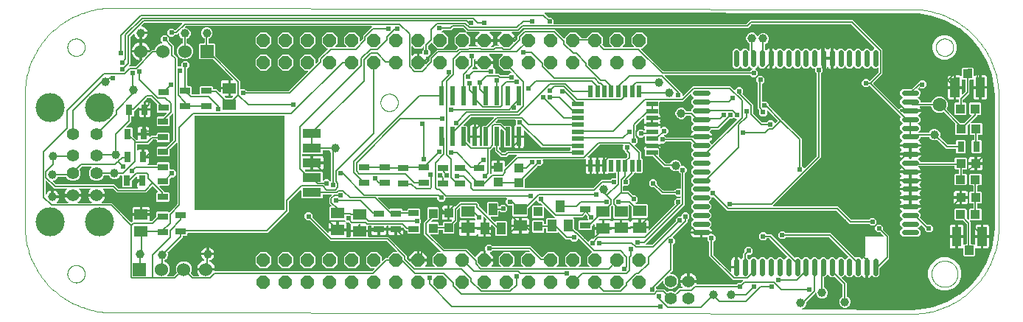
<source format=gbl>
G04 EAGLE Gerber RS-274X export*
G75*
%MOMM*%
%FSLAX34Y34*%
%LPD*%
%INBottom layer*%
%IPPOS*%
%AMOC8*
5,1,8,0,0,1.08239X$1,22.5*%
G01*
%ADD10C,0.100000*%
%ADD11C,0.000000*%
%ADD12R,1.500000X1.300000*%
%ADD13R,10.410000X10.800000*%
%ADD14R,2.159000X1.066800*%
%ADD15C,0.600000*%
%ADD16R,1.530000X1.530000*%
%ADD17C,1.530000*%
%ADD18R,1.200000X0.800000*%
%ADD19P,1.649562X8X202.500000*%
%ADD20C,1.408000*%
%ADD21C,1.422400*%
%ADD22C,3.327400*%
%ADD23C,1.000000*%
%ADD24R,1.000000X1.400000*%
%ADD25R,1.000000X1.100000*%
%ADD26R,1.041400X2.260600*%
%ADD27R,1.041400X1.092200*%
%ADD28R,0.508000X1.358900*%
%ADD29R,1.358900X0.508000*%
%ADD30R,0.558800X2.184400*%
%ADD31R,0.800000X1.200000*%
%ADD32R,1.100000X1.000000*%
%ADD33C,1.600000*%
%ADD34R,1.050000X1.080000*%
%ADD35C,0.152400*%
%ADD36C,0.604800*%

G36*
X1018718Y2979D02*
X1018718Y2979D01*
X1018739Y2977D01*
X1026996Y3338D01*
X1027027Y3344D01*
X1027095Y3349D01*
X1043358Y6216D01*
X1043388Y6227D01*
X1043486Y6251D01*
X1059004Y11899D01*
X1059032Y11914D01*
X1059125Y11955D01*
X1073426Y20212D01*
X1073450Y20232D01*
X1073535Y20288D01*
X1086185Y30903D01*
X1086206Y30927D01*
X1086279Y30997D01*
X1096894Y43647D01*
X1096910Y43674D01*
X1096970Y43756D01*
X1105227Y58057D01*
X1105238Y58087D01*
X1105283Y58178D01*
X1110931Y73696D01*
X1110937Y73727D01*
X1110966Y73824D01*
X1113833Y90087D01*
X1113834Y90118D01*
X1113844Y90186D01*
X1114205Y98443D01*
X1114203Y98456D01*
X1114205Y98476D01*
X1114205Y248476D01*
X1114203Y248489D01*
X1114205Y248509D01*
X1113844Y256766D01*
X1113838Y256797D01*
X1113833Y256865D01*
X1110966Y273128D01*
X1110955Y273158D01*
X1110931Y273256D01*
X1105283Y288774D01*
X1105268Y288802D01*
X1105227Y288895D01*
X1096970Y303196D01*
X1096950Y303220D01*
X1096894Y303305D01*
X1086279Y315955D01*
X1086255Y315976D01*
X1086185Y316049D01*
X1073535Y326664D01*
X1073508Y326680D01*
X1073426Y326740D01*
X1059125Y334997D01*
X1059095Y335008D01*
X1059004Y335053D01*
X1043486Y340701D01*
X1043458Y340707D01*
X1043431Y340719D01*
X1043405Y340722D01*
X1043358Y340736D01*
X1027095Y343603D01*
X1027064Y343604D01*
X1026996Y343614D01*
X1018739Y343975D01*
X1018726Y343973D01*
X1018706Y343975D01*
X1016556Y343975D01*
X1016524Y343979D01*
X597659Y344674D01*
X597588Y344662D01*
X597516Y344660D01*
X597467Y344643D01*
X597416Y344634D01*
X597352Y344601D01*
X597285Y344576D01*
X597244Y344544D01*
X597199Y344520D01*
X597149Y344467D01*
X597093Y344422D01*
X597065Y344379D01*
X597029Y344342D01*
X596999Y344276D01*
X596960Y344215D01*
X596947Y344165D01*
X596925Y344119D01*
X596917Y344047D01*
X596899Y343977D01*
X596903Y343925D01*
X596898Y343874D01*
X596913Y343804D01*
X596919Y343731D01*
X596939Y343684D01*
X596950Y343634D01*
X596987Y343572D01*
X597015Y343505D01*
X597059Y343450D01*
X597075Y343422D01*
X597094Y343407D01*
X597120Y343374D01*
X601204Y339290D01*
X601278Y339237D01*
X601348Y339177D01*
X601378Y339165D01*
X601404Y339146D01*
X601491Y339119D01*
X601576Y339085D01*
X601617Y339081D01*
X601639Y339074D01*
X601671Y339075D01*
X601743Y339067D01*
X604626Y339067D01*
X607291Y336402D01*
X607291Y332581D01*
X607284Y332571D01*
X607263Y332502D01*
X607232Y332437D01*
X607227Y332385D01*
X607211Y332336D01*
X607213Y332264D01*
X607205Y332193D01*
X607216Y332142D01*
X607218Y332090D01*
X607242Y332022D01*
X607257Y331952D01*
X607284Y331908D01*
X607302Y331859D01*
X607347Y331803D01*
X607384Y331741D01*
X607423Y331707D01*
X607456Y331667D01*
X607516Y331628D01*
X607571Y331581D01*
X607619Y331562D01*
X607663Y331534D01*
X607732Y331516D01*
X607799Y331489D01*
X607870Y331481D01*
X607901Y331473D01*
X607924Y331475D01*
X607965Y331471D01*
X828555Y331471D01*
X828646Y331485D01*
X828736Y331493D01*
X828766Y331505D01*
X828798Y331510D01*
X828879Y331553D01*
X828963Y331589D01*
X828995Y331615D01*
X829016Y331626D01*
X829038Y331649D01*
X829094Y331694D01*
X833443Y336043D01*
X951161Y336043D01*
X985267Y301937D01*
X985267Y274135D01*
X974941Y263809D01*
X974930Y263793D01*
X974914Y263781D01*
X974858Y263693D01*
X974798Y263610D01*
X974792Y263591D01*
X974781Y263574D01*
X974756Y263473D01*
X974725Y263374D01*
X974726Y263355D01*
X974721Y263335D01*
X974729Y263232D01*
X974732Y263129D01*
X974739Y263110D01*
X974740Y263090D01*
X974780Y262995D01*
X974816Y262898D01*
X974829Y262882D01*
X974836Y262864D01*
X974941Y262733D01*
X1003799Y233875D01*
X1003836Y233848D01*
X1003867Y233815D01*
X1003935Y233777D01*
X1003999Y233732D01*
X1004042Y233718D01*
X1004083Y233696D01*
X1004159Y233682D01*
X1004234Y233659D01*
X1004279Y233660D01*
X1004325Y233652D01*
X1004402Y233664D01*
X1004479Y233666D01*
X1004523Y233681D01*
X1004568Y233688D01*
X1004637Y233723D01*
X1004710Y233750D01*
X1004746Y233779D01*
X1004787Y233800D01*
X1004842Y233855D01*
X1004903Y233904D01*
X1004927Y233942D01*
X1004959Y233975D01*
X1005025Y234095D01*
X1005036Y234111D01*
X1005037Y234116D01*
X1005040Y234122D01*
X1005290Y234725D01*
X1005896Y235632D01*
X1006668Y236404D01*
X1007593Y237022D01*
X1007662Y237086D01*
X1007735Y237145D01*
X1007751Y237170D01*
X1007773Y237190D01*
X1007817Y237272D01*
X1007868Y237352D01*
X1007875Y237380D01*
X1007889Y237406D01*
X1007905Y237499D01*
X1007928Y237590D01*
X1007926Y237620D01*
X1007931Y237648D01*
X1007917Y237742D01*
X1007909Y237836D01*
X1007898Y237863D01*
X1007893Y237891D01*
X1007850Y237975D01*
X1007813Y238062D01*
X1007790Y238091D01*
X1007780Y238110D01*
X1007756Y238133D01*
X1007708Y238193D01*
X1005675Y240226D01*
X1005675Y243974D01*
X1008263Y246562D01*
X1008274Y246578D01*
X1008290Y246590D01*
X1008346Y246678D01*
X1008406Y246761D01*
X1008412Y246780D01*
X1008423Y246797D01*
X1008448Y246898D01*
X1008479Y246997D01*
X1008478Y247016D01*
X1008483Y247036D01*
X1008475Y247139D01*
X1008472Y247242D01*
X1008465Y247261D01*
X1008464Y247281D01*
X1008424Y247376D01*
X1008388Y247473D01*
X1008375Y247489D01*
X1008368Y247507D01*
X1008263Y247638D01*
X1005675Y250226D01*
X1005675Y253974D01*
X1008326Y256625D01*
X1018124Y256625D01*
X1018214Y256639D01*
X1018305Y256647D01*
X1018334Y256659D01*
X1018366Y256664D01*
X1018447Y256707D01*
X1018531Y256743D01*
X1018563Y256769D01*
X1018584Y256780D01*
X1018606Y256803D01*
X1018662Y256848D01*
X1026229Y264415D01*
X1026525Y264415D01*
X1026615Y264429D01*
X1026706Y264437D01*
X1026735Y264449D01*
X1026767Y264454D01*
X1026848Y264497D01*
X1026932Y264533D01*
X1026964Y264559D01*
X1026985Y264570D01*
X1027007Y264593D01*
X1027063Y264638D01*
X1029102Y266677D01*
X1032870Y266677D01*
X1035535Y264012D01*
X1035535Y260244D01*
X1032870Y257579D01*
X1029102Y257579D01*
X1028020Y258661D01*
X1028004Y258673D01*
X1027991Y258689D01*
X1027904Y258745D01*
X1027820Y258805D01*
X1027801Y258811D01*
X1027784Y258822D01*
X1027684Y258847D01*
X1027585Y258877D01*
X1027565Y258877D01*
X1027546Y258882D01*
X1027443Y258874D01*
X1027339Y258871D01*
X1027320Y258864D01*
X1027301Y258862D01*
X1027206Y258822D01*
X1027108Y258786D01*
X1027092Y258774D01*
X1027074Y258766D01*
X1026943Y258661D01*
X1026029Y257747D01*
X1026017Y257731D01*
X1026002Y257718D01*
X1025971Y257670D01*
X1025963Y257662D01*
X1025957Y257649D01*
X1025945Y257631D01*
X1025885Y257547D01*
X1025879Y257528D01*
X1025869Y257511D01*
X1025843Y257411D01*
X1025813Y257312D01*
X1025813Y257292D01*
X1025808Y257273D01*
X1025816Y257170D01*
X1025819Y257066D01*
X1025826Y257047D01*
X1025828Y257028D01*
X1025868Y256933D01*
X1025904Y256835D01*
X1025916Y256819D01*
X1025924Y256801D01*
X1026029Y256670D01*
X1028725Y253974D01*
X1028725Y250226D01*
X1026137Y247638D01*
X1026126Y247622D01*
X1026110Y247610D01*
X1026054Y247522D01*
X1025994Y247439D01*
X1025988Y247420D01*
X1025977Y247403D01*
X1025952Y247302D01*
X1025921Y247203D01*
X1025922Y247184D01*
X1025917Y247164D01*
X1025925Y247061D01*
X1025928Y246958D01*
X1025935Y246939D01*
X1025936Y246919D01*
X1025976Y246824D01*
X1026012Y246727D01*
X1026025Y246711D01*
X1026032Y246693D01*
X1026137Y246562D01*
X1028725Y243974D01*
X1028725Y242316D01*
X1028728Y242296D01*
X1028726Y242277D01*
X1028748Y242175D01*
X1028764Y242073D01*
X1028774Y242056D01*
X1028778Y242036D01*
X1028831Y241947D01*
X1028880Y241856D01*
X1028894Y241842D01*
X1028904Y241825D01*
X1028983Y241758D01*
X1029058Y241686D01*
X1029076Y241678D01*
X1029091Y241665D01*
X1029187Y241626D01*
X1029281Y241583D01*
X1029301Y241581D01*
X1029319Y241573D01*
X1029486Y241555D01*
X1040970Y241555D01*
X1041084Y241574D01*
X1041201Y241591D01*
X1041206Y241593D01*
X1041212Y241594D01*
X1041315Y241649D01*
X1041420Y241702D01*
X1041424Y241707D01*
X1041430Y241710D01*
X1041510Y241794D01*
X1041592Y241878D01*
X1041596Y241884D01*
X1041599Y241888D01*
X1041607Y241905D01*
X1041673Y242025D01*
X1042595Y244251D01*
X1045275Y246931D01*
X1048775Y248381D01*
X1052565Y248381D01*
X1056065Y246931D01*
X1058745Y244251D01*
X1060195Y240751D01*
X1060195Y236961D01*
X1059037Y234166D01*
X1059010Y234052D01*
X1058981Y233939D01*
X1058982Y233932D01*
X1058981Y233926D01*
X1058992Y233810D01*
X1059001Y233693D01*
X1059003Y233688D01*
X1059004Y233681D01*
X1059051Y233574D01*
X1059097Y233467D01*
X1059102Y233461D01*
X1059104Y233457D01*
X1059116Y233443D01*
X1059202Y233336D01*
X1074970Y217568D01*
X1075044Y217515D01*
X1075114Y217455D01*
X1075144Y217443D01*
X1075170Y217424D01*
X1075257Y217397D01*
X1075342Y217363D01*
X1075383Y217359D01*
X1075405Y217352D01*
X1075437Y217353D01*
X1075508Y217345D01*
X1078665Y217345D01*
X1078756Y217359D01*
X1078846Y217367D01*
X1078876Y217379D01*
X1078908Y217384D01*
X1078989Y217427D01*
X1079073Y217463D01*
X1079105Y217489D01*
X1079126Y217500D01*
X1079148Y217523D01*
X1079204Y217568D01*
X1087600Y225964D01*
X1087642Y226022D01*
X1087691Y226074D01*
X1087713Y226121D01*
X1087743Y226163D01*
X1087764Y226232D01*
X1087795Y226297D01*
X1087800Y226349D01*
X1087816Y226399D01*
X1087814Y226470D01*
X1087822Y226541D01*
X1087811Y226592D01*
X1087809Y226644D01*
X1087785Y226712D01*
X1087770Y226782D01*
X1087743Y226827D01*
X1087725Y226875D01*
X1087680Y226931D01*
X1087643Y226993D01*
X1087604Y227027D01*
X1087571Y227067D01*
X1087511Y227106D01*
X1087456Y227153D01*
X1087408Y227172D01*
X1087364Y227200D01*
X1087295Y227218D01*
X1087228Y227245D01*
X1087157Y227253D01*
X1087126Y227261D01*
X1087102Y227259D01*
X1087062Y227263D01*
X1086178Y227263D01*
X1085285Y228156D01*
X1085285Y240220D01*
X1086178Y241113D01*
X1097942Y241113D01*
X1098835Y240220D01*
X1098835Y228156D01*
X1097942Y227263D01*
X1094994Y227263D01*
X1094974Y227260D01*
X1094955Y227262D01*
X1094853Y227240D01*
X1094751Y227224D01*
X1094734Y227214D01*
X1094714Y227210D01*
X1094625Y227157D01*
X1094534Y227108D01*
X1094520Y227094D01*
X1094503Y227084D01*
X1094436Y227005D01*
X1094364Y226930D01*
X1094356Y226912D01*
X1094343Y226897D01*
X1094304Y226801D01*
X1094261Y226707D01*
X1094259Y226687D01*
X1094251Y226669D01*
X1094233Y226502D01*
X1094233Y226129D01*
X1086748Y218644D01*
X1086706Y218586D01*
X1086657Y218534D01*
X1086635Y218487D01*
X1086605Y218445D01*
X1086584Y218376D01*
X1086553Y218311D01*
X1086548Y218259D01*
X1086532Y218209D01*
X1086534Y218138D01*
X1086526Y218067D01*
X1086537Y218016D01*
X1086539Y217964D01*
X1086563Y217896D01*
X1086578Y217826D01*
X1086605Y217781D01*
X1086623Y217733D01*
X1086668Y217677D01*
X1086705Y217615D01*
X1086744Y217581D01*
X1086777Y217541D01*
X1086837Y217502D01*
X1086892Y217455D01*
X1086940Y217436D01*
X1086984Y217408D01*
X1087053Y217390D01*
X1087120Y217363D01*
X1087191Y217355D01*
X1087222Y217347D01*
X1087246Y217349D01*
X1087286Y217345D01*
X1098958Y217345D01*
X1099851Y216452D01*
X1099851Y205188D01*
X1098958Y204295D01*
X1095756Y204295D01*
X1095736Y204292D01*
X1095717Y204294D01*
X1095615Y204272D01*
X1095513Y204256D01*
X1095496Y204246D01*
X1095476Y204242D01*
X1095387Y204189D01*
X1095296Y204140D01*
X1095282Y204126D01*
X1095265Y204116D01*
X1095198Y204037D01*
X1095126Y203962D01*
X1095118Y203944D01*
X1095105Y203929D01*
X1095066Y203833D01*
X1095023Y203739D01*
X1095021Y203719D01*
X1095013Y203701D01*
X1094995Y203534D01*
X1094995Y198786D01*
X1094998Y198766D01*
X1094996Y198747D01*
X1095018Y198645D01*
X1095034Y198543D01*
X1095044Y198526D01*
X1095048Y198506D01*
X1095101Y198417D01*
X1095150Y198326D01*
X1095164Y198312D01*
X1095174Y198295D01*
X1095253Y198228D01*
X1095328Y198156D01*
X1095346Y198148D01*
X1095361Y198135D01*
X1095457Y198096D01*
X1095551Y198053D01*
X1095571Y198051D01*
X1095589Y198043D01*
X1095756Y198025D01*
X1097958Y198025D01*
X1098851Y197132D01*
X1098851Y183868D01*
X1097958Y182975D01*
X1088694Y182975D01*
X1087801Y183868D01*
X1087801Y197132D01*
X1088694Y198025D01*
X1089660Y198025D01*
X1089680Y198028D01*
X1089699Y198026D01*
X1089801Y198048D01*
X1089903Y198064D01*
X1089920Y198074D01*
X1089940Y198078D01*
X1090029Y198131D01*
X1090120Y198180D01*
X1090134Y198194D01*
X1090151Y198204D01*
X1090218Y198283D01*
X1090290Y198358D01*
X1090298Y198376D01*
X1090311Y198391D01*
X1090350Y198487D01*
X1090393Y198581D01*
X1090395Y198601D01*
X1090403Y198619D01*
X1090421Y198786D01*
X1090421Y203534D01*
X1090418Y203554D01*
X1090420Y203573D01*
X1090398Y203675D01*
X1090382Y203777D01*
X1090372Y203794D01*
X1090368Y203814D01*
X1090315Y203903D01*
X1090266Y203994D01*
X1090252Y204008D01*
X1090242Y204025D01*
X1090163Y204092D01*
X1090088Y204164D01*
X1090070Y204172D01*
X1090055Y204185D01*
X1089959Y204224D01*
X1089865Y204267D01*
X1089845Y204269D01*
X1089827Y204277D01*
X1089660Y204295D01*
X1086694Y204295D01*
X1085801Y205188D01*
X1085801Y215860D01*
X1085790Y215930D01*
X1085788Y216002D01*
X1085770Y216051D01*
X1085762Y216102D01*
X1085728Y216166D01*
X1085703Y216233D01*
X1085671Y216274D01*
X1085646Y216320D01*
X1085594Y216369D01*
X1085550Y216425D01*
X1085506Y216453D01*
X1085468Y216489D01*
X1085403Y216519D01*
X1085343Y216558D01*
X1085292Y216571D01*
X1085245Y216593D01*
X1085174Y216601D01*
X1085104Y216618D01*
X1085052Y216614D01*
X1085001Y216620D01*
X1084930Y216605D01*
X1084859Y216599D01*
X1084811Y216579D01*
X1084760Y216568D01*
X1084699Y216531D01*
X1084633Y216503D01*
X1084577Y216458D01*
X1084549Y216441D01*
X1084534Y216424D01*
X1084502Y216398D01*
X1083074Y214970D01*
X1083021Y214896D01*
X1082961Y214826D01*
X1082949Y214796D01*
X1082930Y214770D01*
X1082903Y214683D01*
X1082869Y214598D01*
X1082865Y214557D01*
X1082858Y214535D01*
X1082859Y214503D01*
X1082851Y214431D01*
X1082851Y205188D01*
X1081958Y204295D01*
X1069694Y204295D01*
X1068801Y205188D01*
X1068801Y216502D01*
X1068815Y216522D01*
X1068821Y216541D01*
X1068832Y216557D01*
X1068857Y216658D01*
X1068888Y216757D01*
X1068887Y216777D01*
X1068892Y216796D01*
X1068884Y216899D01*
X1068881Y217003D01*
X1068874Y217021D01*
X1068873Y217041D01*
X1068832Y217136D01*
X1068797Y217234D01*
X1068784Y217249D01*
X1068776Y217268D01*
X1068688Y217379D01*
X1068687Y217379D01*
X1068672Y217398D01*
X1055876Y230194D01*
X1055782Y230262D01*
X1055687Y230332D01*
X1055681Y230334D01*
X1055676Y230338D01*
X1055565Y230372D01*
X1055453Y230408D01*
X1055447Y230408D01*
X1055441Y230410D01*
X1055324Y230407D01*
X1055207Y230406D01*
X1055200Y230404D01*
X1055195Y230404D01*
X1055178Y230397D01*
X1055046Y230359D01*
X1052565Y229331D01*
X1048775Y229331D01*
X1045275Y230781D01*
X1042595Y233461D01*
X1041332Y236511D01*
X1041271Y236610D01*
X1041210Y236711D01*
X1041205Y236715D01*
X1041202Y236720D01*
X1041112Y236795D01*
X1041023Y236871D01*
X1041017Y236873D01*
X1041013Y236877D01*
X1040904Y236919D01*
X1040795Y236963D01*
X1040788Y236964D01*
X1040783Y236965D01*
X1040765Y236966D01*
X1040628Y236981D01*
X1028992Y236981D01*
X1028921Y236970D01*
X1028850Y236968D01*
X1028801Y236950D01*
X1028750Y236942D01*
X1028686Y236908D01*
X1028619Y236883D01*
X1028578Y236851D01*
X1028532Y236826D01*
X1028483Y236774D01*
X1028427Y236730D01*
X1028399Y236686D01*
X1028363Y236648D01*
X1028333Y236583D01*
X1028294Y236523D01*
X1028281Y236472D01*
X1028259Y236425D01*
X1028251Y236354D01*
X1028234Y236284D01*
X1028238Y236232D01*
X1028232Y236181D01*
X1028247Y236110D01*
X1028253Y236039D01*
X1028273Y235991D01*
X1028284Y235940D01*
X1028321Y235879D01*
X1028349Y235813D01*
X1028394Y235757D01*
X1028411Y235729D01*
X1028428Y235714D01*
X1028454Y235682D01*
X1028504Y235632D01*
X1029110Y234725D01*
X1029528Y233716D01*
X1029551Y233599D01*
X1017938Y233599D01*
X1017919Y233596D01*
X1017899Y233598D01*
X1017797Y233576D01*
X1017695Y233560D01*
X1017678Y233550D01*
X1017658Y233546D01*
X1017569Y233493D01*
X1017478Y233444D01*
X1017464Y233430D01*
X1017447Y233420D01*
X1017380Y233341D01*
X1017309Y233266D01*
X1017300Y233248D01*
X1017287Y233233D01*
X1017249Y233137D01*
X1017205Y233043D01*
X1017203Y233023D01*
X1017196Y233005D01*
X1017183Y233081D01*
X1017174Y233098D01*
X1017170Y233118D01*
X1017117Y233207D01*
X1017068Y233298D01*
X1017054Y233312D01*
X1017044Y233329D01*
X1016965Y233396D01*
X1016890Y233468D01*
X1016872Y233476D01*
X1016857Y233489D01*
X1016760Y233528D01*
X1016667Y233571D01*
X1016647Y233573D01*
X1016629Y233581D01*
X1016462Y233599D01*
X1005912Y233599D01*
X1005842Y233588D01*
X1005770Y233586D01*
X1005721Y233568D01*
X1005670Y233560D01*
X1005606Y233526D01*
X1005539Y233501D01*
X1005498Y233469D01*
X1005452Y233444D01*
X1005403Y233393D01*
X1005347Y233348D01*
X1005319Y233304D01*
X1005283Y233266D01*
X1005253Y233201D01*
X1005214Y233141D01*
X1005201Y233090D01*
X1005179Y233043D01*
X1005171Y232972D01*
X1005154Y232902D01*
X1005158Y232850D01*
X1005152Y232799D01*
X1005167Y232728D01*
X1005173Y232657D01*
X1005193Y232609D01*
X1005204Y232558D01*
X1005241Y232497D01*
X1005269Y232431D01*
X1005314Y232375D01*
X1005331Y232347D01*
X1005348Y232332D01*
X1005374Y232300D01*
X1006850Y230824D01*
X1006924Y230771D01*
X1006994Y230711D01*
X1007024Y230699D01*
X1007050Y230680D01*
X1007137Y230653D01*
X1007222Y230619D01*
X1007263Y230615D01*
X1007285Y230608D01*
X1007317Y230609D01*
X1007389Y230601D01*
X1016462Y230601D01*
X1016481Y230604D01*
X1016501Y230602D01*
X1016603Y230624D01*
X1016705Y230640D01*
X1016722Y230650D01*
X1016742Y230654D01*
X1016831Y230707D01*
X1016922Y230756D01*
X1016936Y230770D01*
X1016953Y230780D01*
X1017020Y230859D01*
X1017091Y230934D01*
X1017100Y230952D01*
X1017113Y230967D01*
X1017151Y231063D01*
X1017195Y231157D01*
X1017197Y231177D01*
X1017204Y231195D01*
X1017217Y231119D01*
X1017226Y231102D01*
X1017230Y231082D01*
X1017283Y230993D01*
X1017332Y230902D01*
X1017346Y230888D01*
X1017356Y230871D01*
X1017435Y230804D01*
X1017510Y230732D01*
X1017528Y230724D01*
X1017543Y230711D01*
X1017640Y230672D01*
X1017733Y230629D01*
X1017753Y230627D01*
X1017771Y230619D01*
X1017938Y230601D01*
X1029551Y230601D01*
X1029528Y230484D01*
X1029110Y229475D01*
X1028504Y228568D01*
X1027732Y227796D01*
X1026807Y227178D01*
X1026738Y227114D01*
X1026665Y227055D01*
X1026649Y227030D01*
X1026627Y227010D01*
X1026583Y226928D01*
X1026532Y226848D01*
X1026525Y226820D01*
X1026511Y226794D01*
X1026495Y226701D01*
X1026472Y226610D01*
X1026474Y226580D01*
X1026469Y226552D01*
X1026483Y226458D01*
X1026491Y226364D01*
X1026502Y226337D01*
X1026507Y226309D01*
X1026550Y226225D01*
X1026587Y226138D01*
X1026610Y226109D01*
X1026620Y226090D01*
X1026644Y226067D01*
X1026692Y226007D01*
X1028725Y223974D01*
X1028725Y220226D01*
X1026137Y217638D01*
X1026126Y217622D01*
X1026110Y217610D01*
X1026054Y217522D01*
X1025994Y217439D01*
X1025988Y217420D01*
X1025977Y217403D01*
X1025952Y217302D01*
X1025921Y217203D01*
X1025922Y217184D01*
X1025917Y217164D01*
X1025925Y217061D01*
X1025928Y216958D01*
X1025935Y216939D01*
X1025936Y216919D01*
X1025976Y216824D01*
X1026012Y216727D01*
X1026025Y216711D01*
X1026032Y216693D01*
X1026137Y216562D01*
X1028725Y213974D01*
X1028725Y210226D01*
X1026301Y207802D01*
X1026259Y207744D01*
X1026210Y207692D01*
X1026188Y207645D01*
X1026158Y207603D01*
X1026137Y207534D01*
X1026106Y207469D01*
X1026101Y207417D01*
X1026085Y207367D01*
X1026087Y207296D01*
X1026079Y207225D01*
X1026090Y207174D01*
X1026092Y207122D01*
X1026116Y207054D01*
X1026132Y206984D01*
X1026158Y206939D01*
X1026176Y206891D01*
X1026221Y206835D01*
X1026258Y206773D01*
X1026297Y206739D01*
X1026330Y206699D01*
X1026390Y206660D01*
X1026445Y206613D01*
X1026493Y206594D01*
X1026537Y206566D01*
X1026606Y206548D01*
X1026673Y206521D01*
X1026744Y206513D01*
X1026775Y206505D01*
X1026799Y206507D01*
X1026839Y206503D01*
X1038227Y206503D01*
X1038342Y206522D01*
X1038458Y206539D01*
X1038464Y206541D01*
X1038470Y206542D01*
X1038572Y206597D01*
X1038677Y206650D01*
X1038682Y206655D01*
X1038687Y206658D01*
X1038767Y206742D01*
X1038849Y206826D01*
X1038853Y206832D01*
X1038857Y206836D01*
X1038864Y206853D01*
X1038930Y206973D01*
X1039425Y208166D01*
X1041260Y210001D01*
X1043658Y210995D01*
X1046254Y210995D01*
X1048652Y210001D01*
X1050487Y208166D01*
X1051481Y205768D01*
X1051481Y203172D01*
X1051166Y202412D01*
X1051139Y202299D01*
X1051111Y202185D01*
X1051111Y202179D01*
X1051110Y202173D01*
X1051121Y202056D01*
X1051130Y201940D01*
X1051132Y201934D01*
X1051133Y201928D01*
X1051181Y201821D01*
X1051226Y201714D01*
X1051231Y201708D01*
X1051233Y201703D01*
X1051246Y201690D01*
X1051331Y201583D01*
X1059904Y193010D01*
X1059978Y192957D01*
X1060048Y192897D01*
X1060078Y192885D01*
X1060104Y192866D01*
X1060191Y192839D01*
X1060276Y192805D01*
X1060317Y192801D01*
X1060339Y192794D01*
X1060371Y192795D01*
X1060443Y192787D01*
X1069040Y192787D01*
X1069060Y192790D01*
X1069079Y192788D01*
X1069181Y192810D01*
X1069283Y192826D01*
X1069300Y192836D01*
X1069320Y192840D01*
X1069409Y192893D01*
X1069500Y192942D01*
X1069514Y192956D01*
X1069531Y192966D01*
X1069598Y193045D01*
X1069670Y193120D01*
X1069678Y193138D01*
X1069691Y193153D01*
X1069730Y193249D01*
X1069773Y193343D01*
X1069775Y193363D01*
X1069783Y193381D01*
X1069801Y193548D01*
X1069801Y197132D01*
X1070694Y198025D01*
X1079958Y198025D01*
X1080851Y197132D01*
X1080851Y183868D01*
X1079958Y182975D01*
X1070694Y182975D01*
X1069801Y183868D01*
X1069801Y187452D01*
X1069798Y187472D01*
X1069800Y187491D01*
X1069778Y187593D01*
X1069762Y187695D01*
X1069752Y187712D01*
X1069748Y187732D01*
X1069695Y187821D01*
X1069646Y187912D01*
X1069632Y187926D01*
X1069622Y187943D01*
X1069543Y188010D01*
X1069468Y188082D01*
X1069450Y188090D01*
X1069435Y188103D01*
X1069339Y188142D01*
X1069245Y188185D01*
X1069225Y188187D01*
X1069207Y188195D01*
X1069040Y188213D01*
X1058233Y188213D01*
X1048202Y198244D01*
X1048107Y198312D01*
X1048014Y198382D01*
X1048008Y198384D01*
X1048003Y198387D01*
X1047891Y198422D01*
X1047780Y198458D01*
X1047774Y198458D01*
X1047768Y198460D01*
X1047651Y198457D01*
X1047534Y198455D01*
X1047527Y198453D01*
X1047522Y198453D01*
X1047504Y198447D01*
X1047373Y198409D01*
X1046254Y197945D01*
X1043658Y197945D01*
X1041260Y198939D01*
X1039425Y200774D01*
X1039141Y201459D01*
X1039079Y201559D01*
X1039019Y201659D01*
X1039014Y201663D01*
X1039011Y201668D01*
X1038921Y201743D01*
X1038832Y201819D01*
X1038826Y201821D01*
X1038822Y201825D01*
X1038713Y201867D01*
X1038604Y201911D01*
X1038597Y201912D01*
X1038592Y201913D01*
X1038574Y201914D01*
X1038437Y201929D01*
X1029486Y201929D01*
X1029466Y201926D01*
X1029447Y201928D01*
X1029345Y201906D01*
X1029243Y201890D01*
X1029226Y201880D01*
X1029206Y201876D01*
X1029117Y201823D01*
X1029026Y201774D01*
X1029012Y201760D01*
X1028995Y201750D01*
X1028928Y201671D01*
X1028856Y201596D01*
X1028848Y201578D01*
X1028835Y201563D01*
X1028796Y201467D01*
X1028753Y201373D01*
X1028751Y201353D01*
X1028743Y201335D01*
X1028725Y201168D01*
X1028725Y200226D01*
X1026692Y198193D01*
X1026637Y198116D01*
X1026576Y198044D01*
X1026565Y198017D01*
X1026548Y197993D01*
X1026521Y197903D01*
X1026486Y197815D01*
X1026485Y197786D01*
X1026476Y197758D01*
X1026478Y197664D01*
X1026474Y197570D01*
X1026482Y197541D01*
X1026482Y197512D01*
X1026515Y197424D01*
X1026540Y197333D01*
X1026557Y197309D01*
X1026567Y197281D01*
X1026626Y197208D01*
X1026679Y197130D01*
X1026707Y197106D01*
X1026720Y197089D01*
X1026748Y197071D01*
X1026807Y197022D01*
X1027732Y196404D01*
X1028504Y195632D01*
X1029110Y194725D01*
X1029528Y193716D01*
X1029551Y193599D01*
X1017938Y193599D01*
X1017919Y193596D01*
X1017899Y193598D01*
X1017797Y193576D01*
X1017695Y193560D01*
X1017678Y193550D01*
X1017658Y193546D01*
X1017569Y193493D01*
X1017478Y193444D01*
X1017464Y193430D01*
X1017447Y193420D01*
X1017380Y193341D01*
X1017309Y193266D01*
X1017300Y193248D01*
X1017287Y193233D01*
X1017249Y193137D01*
X1017205Y193043D01*
X1017203Y193023D01*
X1017196Y193005D01*
X1017183Y193081D01*
X1017174Y193098D01*
X1017170Y193118D01*
X1017117Y193207D01*
X1017068Y193298D01*
X1017054Y193312D01*
X1017044Y193329D01*
X1016965Y193396D01*
X1016890Y193468D01*
X1016872Y193476D01*
X1016857Y193489D01*
X1016760Y193528D01*
X1016667Y193571D01*
X1016647Y193573D01*
X1016629Y193581D01*
X1016462Y193599D01*
X1004849Y193599D01*
X1004872Y193716D01*
X1005290Y194725D01*
X1005896Y195632D01*
X1006668Y196404D01*
X1007593Y197022D01*
X1007662Y197086D01*
X1007735Y197145D01*
X1007751Y197170D01*
X1007773Y197190D01*
X1007817Y197272D01*
X1007868Y197352D01*
X1007875Y197380D01*
X1007889Y197406D01*
X1007905Y197499D01*
X1007928Y197590D01*
X1007926Y197620D01*
X1007931Y197648D01*
X1007917Y197742D01*
X1007909Y197836D01*
X1007898Y197863D01*
X1007893Y197891D01*
X1007850Y197975D01*
X1007813Y198062D01*
X1007790Y198091D01*
X1007780Y198110D01*
X1007756Y198133D01*
X1007708Y198193D01*
X1005675Y200226D01*
X1005675Y203974D01*
X1008263Y206562D01*
X1008274Y206578D01*
X1008290Y206590D01*
X1008346Y206678D01*
X1008406Y206761D01*
X1008412Y206780D01*
X1008423Y206797D01*
X1008448Y206898D01*
X1008479Y206997D01*
X1008478Y207016D01*
X1008483Y207036D01*
X1008475Y207139D01*
X1008472Y207242D01*
X1008465Y207261D01*
X1008464Y207281D01*
X1008424Y207376D01*
X1008388Y207473D01*
X1008375Y207489D01*
X1008368Y207507D01*
X1008263Y207638D01*
X1005675Y210226D01*
X1005675Y213974D01*
X1008263Y216562D01*
X1008274Y216578D01*
X1008290Y216590D01*
X1008346Y216678D01*
X1008406Y216761D01*
X1008412Y216780D01*
X1008423Y216797D01*
X1008448Y216898D01*
X1008479Y216997D01*
X1008478Y217016D01*
X1008483Y217036D01*
X1008475Y217139D01*
X1008472Y217242D01*
X1008465Y217261D01*
X1008464Y217281D01*
X1008424Y217376D01*
X1008388Y217473D01*
X1008375Y217489D01*
X1008368Y217507D01*
X1008263Y217638D01*
X1005675Y220226D01*
X1005675Y223974D01*
X1005915Y224214D01*
X1005927Y224230D01*
X1005942Y224243D01*
X1005998Y224330D01*
X1006059Y224414D01*
X1006065Y224433D01*
X1006075Y224450D01*
X1006101Y224550D01*
X1006131Y224649D01*
X1006131Y224669D01*
X1006136Y224688D01*
X1006128Y224791D01*
X1006125Y224895D01*
X1006118Y224914D01*
X1006116Y224934D01*
X1006076Y225028D01*
X1006040Y225126D01*
X1006028Y225142D01*
X1006020Y225160D01*
X1005915Y225291D01*
X970640Y260566D01*
X970624Y260578D01*
X970611Y260594D01*
X970524Y260650D01*
X970440Y260710D01*
X970421Y260716D01*
X970404Y260727D01*
X970304Y260752D01*
X970205Y260782D01*
X970185Y260782D01*
X970166Y260787D01*
X970063Y260779D01*
X969959Y260776D01*
X969940Y260769D01*
X969920Y260767D01*
X969826Y260727D01*
X969728Y260691D01*
X969712Y260679D01*
X969694Y260671D01*
X969563Y260566D01*
X968100Y259103D01*
X964332Y259103D01*
X961667Y261768D01*
X961667Y265536D01*
X964332Y268201D01*
X968100Y268201D01*
X969944Y266357D01*
X969960Y266345D01*
X969973Y266329D01*
X970060Y266273D01*
X970144Y266213D01*
X970163Y266207D01*
X970180Y266196D01*
X970280Y266171D01*
X970379Y266141D01*
X970399Y266141D01*
X970418Y266136D01*
X970521Y266144D01*
X970625Y266147D01*
X970644Y266154D01*
X970663Y266156D01*
X970758Y266196D01*
X970856Y266232D01*
X970872Y266244D01*
X970890Y266252D01*
X971021Y266357D01*
X980470Y275806D01*
X980523Y275880D01*
X980583Y275950D01*
X980595Y275980D01*
X980614Y276006D01*
X980641Y276093D01*
X980675Y276178D01*
X980679Y276219D01*
X980686Y276241D01*
X980685Y276273D01*
X980693Y276345D01*
X980693Y280357D01*
X980682Y280427D01*
X980680Y280499D01*
X980662Y280548D01*
X980654Y280599D01*
X980620Y280663D01*
X980595Y280730D01*
X980563Y280771D01*
X980538Y280817D01*
X980486Y280866D01*
X980442Y280922D01*
X980398Y280950D01*
X980360Y280986D01*
X980295Y281016D01*
X980235Y281055D01*
X980184Y281068D01*
X980137Y281090D01*
X980066Y281098D01*
X979996Y281115D01*
X979944Y281111D01*
X979893Y281117D01*
X979822Y281101D01*
X979751Y281096D01*
X979703Y281076D01*
X979652Y281064D01*
X979591Y281028D01*
X979525Y281000D01*
X979469Y280955D01*
X979441Y280938D01*
X979426Y280921D01*
X979394Y280895D01*
X979074Y280575D01*
X975326Y280575D01*
X972738Y283163D01*
X972722Y283174D01*
X972710Y283190D01*
X972622Y283246D01*
X972539Y283306D01*
X972520Y283312D01*
X972503Y283323D01*
X972402Y283348D01*
X972303Y283379D01*
X972284Y283378D01*
X972264Y283383D01*
X972161Y283375D01*
X972058Y283372D01*
X972039Y283365D01*
X972019Y283364D01*
X971924Y283324D01*
X971827Y283288D01*
X971811Y283275D01*
X971793Y283268D01*
X971662Y283163D01*
X969074Y280575D01*
X965326Y280575D01*
X962738Y283163D01*
X962722Y283174D01*
X962710Y283190D01*
X962622Y283246D01*
X962539Y283306D01*
X962520Y283312D01*
X962503Y283323D01*
X962402Y283348D01*
X962303Y283379D01*
X962284Y283378D01*
X962264Y283383D01*
X962161Y283375D01*
X962058Y283372D01*
X962039Y283365D01*
X962019Y283364D01*
X961924Y283324D01*
X961827Y283288D01*
X961811Y283275D01*
X961793Y283268D01*
X961662Y283163D01*
X959074Y280575D01*
X955326Y280575D01*
X952738Y283163D01*
X952722Y283174D01*
X952710Y283190D01*
X952622Y283246D01*
X952539Y283306D01*
X952520Y283312D01*
X952503Y283323D01*
X952402Y283348D01*
X952303Y283379D01*
X952284Y283378D01*
X952264Y283383D01*
X952161Y283375D01*
X952058Y283372D01*
X952039Y283365D01*
X952019Y283364D01*
X951924Y283324D01*
X951827Y283288D01*
X951811Y283275D01*
X951793Y283268D01*
X951662Y283163D01*
X949074Y280575D01*
X945326Y280575D01*
X942738Y283163D01*
X942722Y283174D01*
X942710Y283190D01*
X942622Y283246D01*
X942539Y283306D01*
X942520Y283312D01*
X942503Y283323D01*
X942402Y283348D01*
X942303Y283379D01*
X942284Y283378D01*
X942264Y283383D01*
X942161Y283375D01*
X942058Y283372D01*
X942039Y283365D01*
X942019Y283364D01*
X941924Y283324D01*
X941827Y283288D01*
X941811Y283275D01*
X941793Y283268D01*
X941662Y283163D01*
X939074Y280575D01*
X935326Y280575D01*
X933293Y282608D01*
X933216Y282663D01*
X933144Y282724D01*
X933117Y282735D01*
X933093Y282752D01*
X933003Y282779D01*
X932915Y282814D01*
X932886Y282815D01*
X932858Y282824D01*
X932764Y282822D01*
X932670Y282826D01*
X932641Y282818D01*
X932612Y282818D01*
X932524Y282785D01*
X932433Y282760D01*
X932409Y282743D01*
X932381Y282733D01*
X932308Y282674D01*
X932230Y282621D01*
X932206Y282593D01*
X932189Y282580D01*
X932171Y282552D01*
X932122Y282493D01*
X931504Y281568D01*
X930732Y280796D01*
X929825Y280190D01*
X928816Y279772D01*
X928699Y279749D01*
X928699Y291362D01*
X928696Y291381D01*
X928698Y291401D01*
X928676Y291503D01*
X928660Y291605D01*
X928650Y291622D01*
X928646Y291642D01*
X928593Y291731D01*
X928544Y291822D01*
X928530Y291836D01*
X928520Y291853D01*
X928441Y291920D01*
X928366Y291991D01*
X928348Y292000D01*
X928333Y292013D01*
X928237Y292051D01*
X928143Y292095D01*
X928123Y292097D01*
X928105Y292104D01*
X928181Y292117D01*
X928198Y292126D01*
X928218Y292130D01*
X928307Y292183D01*
X928398Y292232D01*
X928412Y292246D01*
X928429Y292256D01*
X928496Y292335D01*
X928568Y292410D01*
X928576Y292428D01*
X928589Y292443D01*
X928628Y292540D01*
X928671Y292633D01*
X928673Y292653D01*
X928681Y292671D01*
X928699Y292838D01*
X928699Y304451D01*
X928816Y304428D01*
X929825Y304010D01*
X930732Y303404D01*
X931504Y302632D01*
X932122Y301707D01*
X932147Y301680D01*
X932161Y301657D01*
X932193Y301630D01*
X932245Y301565D01*
X932270Y301549D01*
X932290Y301527D01*
X932372Y301483D01*
X932452Y301432D01*
X932480Y301425D01*
X932506Y301411D01*
X932599Y301395D01*
X932690Y301372D01*
X932720Y301374D01*
X932748Y301369D01*
X932842Y301383D01*
X932936Y301391D01*
X932963Y301402D01*
X932991Y301407D01*
X933075Y301450D01*
X933162Y301487D01*
X933191Y301510D01*
X933210Y301520D01*
X933229Y301539D01*
X933233Y301542D01*
X933241Y301550D01*
X933293Y301592D01*
X935326Y303625D01*
X939074Y303625D01*
X941662Y301037D01*
X941678Y301026D01*
X941690Y301010D01*
X941778Y300954D01*
X941861Y300894D01*
X941880Y300888D01*
X941897Y300877D01*
X941998Y300852D01*
X942097Y300821D01*
X942116Y300822D01*
X942136Y300817D01*
X942239Y300825D01*
X942342Y300828D01*
X942361Y300835D01*
X942381Y300836D01*
X942476Y300876D01*
X942573Y300912D01*
X942589Y300925D01*
X942607Y300932D01*
X942738Y301037D01*
X945326Y303625D01*
X949074Y303625D01*
X951662Y301037D01*
X951678Y301026D01*
X951690Y301010D01*
X951778Y300954D01*
X951861Y300894D01*
X951880Y300888D01*
X951897Y300877D01*
X951998Y300852D01*
X952097Y300821D01*
X952116Y300822D01*
X952136Y300817D01*
X952239Y300825D01*
X952342Y300828D01*
X952361Y300835D01*
X952381Y300836D01*
X952476Y300876D01*
X952573Y300912D01*
X952589Y300925D01*
X952607Y300932D01*
X952738Y301037D01*
X955326Y303625D01*
X959074Y303625D01*
X961662Y301037D01*
X961678Y301026D01*
X961690Y301010D01*
X961778Y300954D01*
X961861Y300894D01*
X961880Y300888D01*
X961897Y300877D01*
X961998Y300852D01*
X962097Y300821D01*
X962116Y300822D01*
X962136Y300817D01*
X962239Y300825D01*
X962342Y300828D01*
X962361Y300835D01*
X962381Y300836D01*
X962476Y300876D01*
X962573Y300912D01*
X962589Y300925D01*
X962607Y300932D01*
X962738Y301037D01*
X965326Y303625D01*
X969074Y303625D01*
X971662Y301037D01*
X971678Y301026D01*
X971690Y301010D01*
X971778Y300954D01*
X971861Y300894D01*
X971880Y300888D01*
X971897Y300877D01*
X971998Y300852D01*
X972097Y300821D01*
X972116Y300822D01*
X972136Y300817D01*
X972239Y300825D01*
X972342Y300828D01*
X972361Y300835D01*
X972381Y300836D01*
X972476Y300876D01*
X972573Y300912D01*
X972589Y300925D01*
X972607Y300932D01*
X972738Y301037D01*
X975336Y303635D01*
X975344Y303636D01*
X975416Y303638D01*
X975465Y303656D01*
X975516Y303664D01*
X975580Y303698D01*
X975647Y303723D01*
X975688Y303755D01*
X975734Y303780D01*
X975783Y303832D01*
X975839Y303876D01*
X975867Y303920D01*
X975903Y303958D01*
X975933Y304023D01*
X975972Y304083D01*
X975985Y304134D01*
X976007Y304181D01*
X976015Y304252D01*
X976032Y304322D01*
X976028Y304374D01*
X976034Y304425D01*
X976019Y304496D01*
X976013Y304567D01*
X975993Y304615D01*
X975982Y304666D01*
X975945Y304727D01*
X975917Y304793D01*
X975872Y304849D01*
X975855Y304877D01*
X975838Y304892D01*
X975812Y304924D01*
X949490Y331246D01*
X949416Y331299D01*
X949346Y331359D01*
X949316Y331371D01*
X949290Y331390D01*
X949203Y331417D01*
X949118Y331451D01*
X949077Y331455D01*
X949055Y331462D01*
X949023Y331461D01*
X948951Y331469D01*
X835653Y331469D01*
X835562Y331455D01*
X835472Y331447D01*
X835442Y331435D01*
X835410Y331430D01*
X835329Y331387D01*
X835245Y331351D01*
X835213Y331325D01*
X835192Y331314D01*
X835170Y331291D01*
X835114Y331246D01*
X830765Y326897D01*
X572763Y326897D01*
X572672Y326883D01*
X572582Y326875D01*
X572552Y326863D01*
X572520Y326858D01*
X572439Y326815D01*
X572355Y326779D01*
X572323Y326753D01*
X572302Y326742D01*
X572280Y326719D01*
X572224Y326674D01*
X567875Y322325D01*
X560082Y322325D01*
X560011Y322314D01*
X559940Y322312D01*
X559891Y322294D01*
X559839Y322286D01*
X559776Y322252D01*
X559709Y322227D01*
X559668Y322195D01*
X559622Y322170D01*
X559572Y322118D01*
X559516Y322074D01*
X559488Y322030D01*
X559452Y321992D01*
X559422Y321927D01*
X559383Y321867D01*
X559371Y321816D01*
X559349Y321769D01*
X559341Y321698D01*
X559323Y321628D01*
X559327Y321576D01*
X559322Y321525D01*
X559337Y321454D01*
X559343Y321383D01*
X559363Y321335D01*
X559374Y321284D01*
X559411Y321223D01*
X559439Y321157D01*
X559484Y321101D01*
X559500Y321073D01*
X559518Y321058D01*
X559544Y321026D01*
X563661Y316909D01*
X563661Y314223D01*
X554262Y314223D01*
X554242Y314220D01*
X554223Y314222D01*
X554121Y314200D01*
X554019Y314183D01*
X554002Y314174D01*
X553982Y314170D01*
X553893Y314117D01*
X553802Y314068D01*
X553788Y314054D01*
X553771Y314044D01*
X553704Y313965D01*
X553633Y313890D01*
X553624Y313872D01*
X553611Y313857D01*
X553573Y313761D01*
X553529Y313667D01*
X553527Y313647D01*
X553519Y313629D01*
X553501Y313462D01*
X553501Y311938D01*
X553504Y311918D01*
X553502Y311899D01*
X553524Y311797D01*
X553541Y311695D01*
X553550Y311678D01*
X553554Y311658D01*
X553607Y311569D01*
X553656Y311478D01*
X553670Y311464D01*
X553680Y311447D01*
X553759Y311380D01*
X553834Y311309D01*
X553852Y311300D01*
X553867Y311287D01*
X553963Y311248D01*
X554057Y311205D01*
X554077Y311203D01*
X554095Y311195D01*
X554262Y311177D01*
X562898Y311177D01*
X562988Y311192D01*
X563079Y311199D01*
X563108Y311211D01*
X563140Y311217D01*
X563221Y311259D01*
X563305Y311295D01*
X563337Y311321D01*
X563358Y311332D01*
X563380Y311355D01*
X563436Y311400D01*
X564960Y312924D01*
X565942Y313906D01*
X565995Y313980D01*
X566055Y314050D01*
X566067Y314080D01*
X566086Y314106D01*
X566113Y314193D01*
X566147Y314278D01*
X566151Y314319D01*
X566158Y314341D01*
X566157Y314373D01*
X566165Y314445D01*
X566165Y317939D01*
X573601Y325375D01*
X609023Y325375D01*
X619256Y315142D01*
X619314Y315100D01*
X619366Y315051D01*
X619413Y315029D01*
X619455Y314999D01*
X619524Y314978D01*
X619589Y314947D01*
X619641Y314942D01*
X619691Y314926D01*
X619762Y314928D01*
X619833Y314920D01*
X619884Y314931D01*
X619936Y314933D01*
X620004Y314957D01*
X620074Y314972D01*
X620119Y314999D01*
X620167Y315017D01*
X620223Y315062D01*
X620285Y315099D01*
X620319Y315138D01*
X620359Y315171D01*
X620398Y315231D01*
X620445Y315286D01*
X620464Y315334D01*
X620492Y315378D01*
X620510Y315447D01*
X620537Y315514D01*
X620545Y315585D01*
X620553Y315616D01*
X620551Y315640D01*
X620555Y315680D01*
X620555Y316488D01*
X625912Y321845D01*
X633488Y321845D01*
X638845Y316488D01*
X638845Y316230D01*
X638848Y316210D01*
X638846Y316191D01*
X638868Y316089D01*
X638884Y315987D01*
X638894Y315970D01*
X638898Y315950D01*
X638951Y315861D01*
X639000Y315770D01*
X639014Y315756D01*
X639024Y315739D01*
X639103Y315672D01*
X639178Y315600D01*
X639196Y315592D01*
X639211Y315579D01*
X639307Y315540D01*
X639401Y315497D01*
X639421Y315495D01*
X639439Y315487D01*
X639606Y315469D01*
X645194Y315469D01*
X645214Y315472D01*
X645233Y315470D01*
X645335Y315492D01*
X645437Y315508D01*
X645454Y315518D01*
X645474Y315522D01*
X645563Y315575D01*
X645654Y315624D01*
X645668Y315638D01*
X645685Y315648D01*
X645752Y315727D01*
X645824Y315802D01*
X645832Y315820D01*
X645845Y315835D01*
X645884Y315931D01*
X645927Y316025D01*
X645929Y316045D01*
X645937Y316063D01*
X645955Y316230D01*
X645955Y316488D01*
X651312Y321845D01*
X658888Y321845D01*
X664245Y316488D01*
X664245Y308912D01*
X663692Y308359D01*
X663680Y308343D01*
X663664Y308330D01*
X663608Y308243D01*
X663548Y308159D01*
X663542Y308140D01*
X663531Y308123D01*
X663506Y308023D01*
X663476Y307924D01*
X663476Y307904D01*
X663471Y307885D01*
X663479Y307782D01*
X663482Y307678D01*
X663489Y307659D01*
X663490Y307640D01*
X663531Y307545D01*
X663566Y307447D01*
X663579Y307432D01*
X663587Y307413D01*
X663692Y307282D01*
X665950Y305024D01*
X666024Y304971D01*
X666094Y304911D01*
X666124Y304899D01*
X666150Y304880D01*
X666237Y304853D01*
X666322Y304819D01*
X666363Y304815D01*
X666385Y304808D01*
X666417Y304809D01*
X666489Y304801D01*
X673629Y304801D01*
X673700Y304812D01*
X673771Y304814D01*
X673820Y304832D01*
X673872Y304840D01*
X673935Y304874D01*
X674002Y304899D01*
X674043Y304931D01*
X674089Y304956D01*
X674138Y305008D01*
X674194Y305052D01*
X674223Y305096D01*
X674258Y305134D01*
X674289Y305199D01*
X674327Y305259D01*
X674340Y305310D01*
X674362Y305357D01*
X674370Y305428D01*
X674387Y305498D01*
X674383Y305550D01*
X674389Y305601D01*
X674374Y305672D01*
X674368Y305743D01*
X674348Y305791D01*
X674337Y305842D01*
X674300Y305903D01*
X674272Y305969D01*
X674227Y306025D01*
X674211Y306053D01*
X674193Y306068D01*
X674167Y306100D01*
X671355Y308912D01*
X671355Y316488D01*
X676712Y321845D01*
X684288Y321845D01*
X689645Y316488D01*
X689645Y308912D01*
X686833Y306100D01*
X686791Y306042D01*
X686742Y305990D01*
X686720Y305943D01*
X686689Y305901D01*
X686668Y305832D01*
X686638Y305767D01*
X686632Y305715D01*
X686617Y305665D01*
X686619Y305594D01*
X686611Y305523D01*
X686622Y305472D01*
X686623Y305420D01*
X686648Y305352D01*
X686663Y305282D01*
X686690Y305237D01*
X686708Y305189D01*
X686753Y305133D01*
X686789Y305071D01*
X686829Y305037D01*
X686861Y304997D01*
X686922Y304958D01*
X686976Y304911D01*
X687025Y304892D01*
X687068Y304864D01*
X687138Y304846D01*
X687204Y304819D01*
X687276Y304811D01*
X687307Y304803D01*
X687330Y304805D01*
X687371Y304801D01*
X699029Y304801D01*
X699100Y304812D01*
X699171Y304814D01*
X699220Y304832D01*
X699272Y304840D01*
X699335Y304874D01*
X699402Y304899D01*
X699443Y304931D01*
X699489Y304956D01*
X699538Y305008D01*
X699594Y305052D01*
X699623Y305096D01*
X699658Y305134D01*
X699689Y305199D01*
X699727Y305259D01*
X699740Y305310D01*
X699762Y305357D01*
X699770Y305428D01*
X699787Y305498D01*
X699783Y305550D01*
X699789Y305601D01*
X699774Y305672D01*
X699768Y305743D01*
X699748Y305791D01*
X699737Y305842D01*
X699700Y305903D01*
X699672Y305969D01*
X699627Y306025D01*
X699611Y306053D01*
X699593Y306068D01*
X699567Y306100D01*
X696755Y308912D01*
X696755Y316488D01*
X702112Y321845D01*
X709688Y321845D01*
X715045Y316488D01*
X715045Y308912D01*
X709688Y303555D01*
X708880Y303555D01*
X708810Y303544D01*
X708738Y303542D01*
X708689Y303524D01*
X708638Y303516D01*
X708574Y303482D01*
X708507Y303457D01*
X708466Y303425D01*
X708420Y303400D01*
X708371Y303348D01*
X708315Y303304D01*
X708287Y303260D01*
X708251Y303222D01*
X708221Y303157D01*
X708182Y303097D01*
X708169Y303046D01*
X708147Y302999D01*
X708139Y302928D01*
X708122Y302858D01*
X708126Y302806D01*
X708120Y302755D01*
X708135Y302684D01*
X708141Y302613D01*
X708161Y302565D01*
X708172Y302514D01*
X708209Y302453D01*
X708237Y302387D01*
X708282Y302331D01*
X708299Y302303D01*
X708316Y302288D01*
X708342Y302256D01*
X733006Y277592D01*
X733080Y277539D01*
X733150Y277479D01*
X733180Y277467D01*
X733206Y277448D01*
X733293Y277421D01*
X733378Y277387D01*
X733419Y277383D01*
X733441Y277376D01*
X733473Y277377D01*
X733545Y277369D01*
X832977Y277369D01*
X833067Y277383D01*
X833158Y277391D01*
X833187Y277403D01*
X833219Y277408D01*
X833300Y277451D01*
X833384Y277487D01*
X833416Y277513D01*
X833437Y277524D01*
X833459Y277547D01*
X833515Y277592D01*
X835374Y279451D01*
X835385Y279467D01*
X835401Y279479D01*
X835457Y279566D01*
X835517Y279650D01*
X835523Y279669D01*
X835534Y279686D01*
X835559Y279787D01*
X835590Y279886D01*
X835589Y279905D01*
X835594Y279925D01*
X835586Y280028D01*
X835583Y280131D01*
X835576Y280150D01*
X835575Y280170D01*
X835534Y280265D01*
X835499Y280362D01*
X835486Y280378D01*
X835479Y280396D01*
X835374Y280527D01*
X832738Y283163D01*
X832722Y283174D01*
X832710Y283190D01*
X832622Y283246D01*
X832539Y283306D01*
X832520Y283312D01*
X832503Y283323D01*
X832402Y283348D01*
X832303Y283379D01*
X832284Y283378D01*
X832264Y283383D01*
X832161Y283375D01*
X832058Y283372D01*
X832039Y283365D01*
X832019Y283364D01*
X831924Y283324D01*
X831827Y283288D01*
X831811Y283275D01*
X831793Y283268D01*
X831662Y283163D01*
X829074Y280575D01*
X825326Y280575D01*
X822738Y283163D01*
X822722Y283174D01*
X822710Y283190D01*
X822622Y283246D01*
X822539Y283306D01*
X822520Y283312D01*
X822503Y283323D01*
X822402Y283348D01*
X822303Y283379D01*
X822284Y283378D01*
X822264Y283383D01*
X822161Y283375D01*
X822058Y283372D01*
X822039Y283365D01*
X822019Y283364D01*
X821924Y283324D01*
X821827Y283288D01*
X821811Y283275D01*
X821793Y283268D01*
X821662Y283163D01*
X819074Y280575D01*
X815326Y280575D01*
X812675Y283226D01*
X812675Y300974D01*
X815326Y303625D01*
X819074Y303625D01*
X821662Y301037D01*
X821678Y301026D01*
X821690Y301010D01*
X821778Y300954D01*
X821861Y300894D01*
X821880Y300888D01*
X821897Y300877D01*
X821998Y300852D01*
X822097Y300821D01*
X822116Y300822D01*
X822136Y300817D01*
X822239Y300825D01*
X822342Y300828D01*
X822361Y300835D01*
X822381Y300836D01*
X822476Y300876D01*
X822573Y300912D01*
X822589Y300925D01*
X822607Y300932D01*
X822738Y301037D01*
X825326Y303625D01*
X829074Y303625D01*
X831566Y301133D01*
X831624Y301091D01*
X831676Y301042D01*
X831723Y301020D01*
X831765Y300990D01*
X831834Y300969D01*
X831899Y300938D01*
X831951Y300933D01*
X832001Y300917D01*
X832072Y300919D01*
X832143Y300911D01*
X832194Y300922D01*
X832246Y300924D01*
X832314Y300948D01*
X832384Y300964D01*
X832429Y300990D01*
X832477Y301008D01*
X832533Y301053D01*
X832595Y301090D01*
X832629Y301129D01*
X832669Y301162D01*
X832708Y301222D01*
X832755Y301277D01*
X832774Y301325D01*
X832802Y301369D01*
X832820Y301438D01*
X832847Y301505D01*
X832855Y301576D01*
X832863Y301607D01*
X832861Y301631D01*
X832865Y301671D01*
X832865Y308590D01*
X832846Y308705D01*
X832829Y308821D01*
X832827Y308827D01*
X832826Y308833D01*
X832771Y308936D01*
X832718Y309040D01*
X832713Y309045D01*
X832710Y309050D01*
X832626Y309130D01*
X832542Y309213D01*
X832536Y309216D01*
X832532Y309220D01*
X832515Y309228D01*
X832395Y309294D01*
X831456Y309683D01*
X829621Y311518D01*
X828627Y313916D01*
X828627Y316512D01*
X829621Y318910D01*
X831456Y320745D01*
X833854Y321739D01*
X836450Y321739D01*
X838848Y320745D01*
X840683Y318910D01*
X841031Y318071D01*
X841069Y318010D01*
X841098Y317945D01*
X841133Y317906D01*
X841160Y317862D01*
X841216Y317816D01*
X841264Y317763D01*
X841310Y317738D01*
X841350Y317705D01*
X841417Y317679D01*
X841480Y317645D01*
X841531Y317636D01*
X841580Y317617D01*
X841651Y317614D01*
X841722Y317601D01*
X841773Y317609D01*
X841825Y317607D01*
X841894Y317627D01*
X841965Y317637D01*
X842012Y317661D01*
X842062Y317675D01*
X842120Y317716D01*
X842184Y317748D01*
X842221Y317786D01*
X842264Y317815D01*
X842306Y317873D01*
X842357Y317924D01*
X842391Y317987D01*
X842410Y318013D01*
X842418Y318035D01*
X842438Y318071D01*
X842575Y318402D01*
X844410Y320237D01*
X846808Y321231D01*
X849404Y321231D01*
X851802Y320237D01*
X853637Y318402D01*
X854631Y316004D01*
X854631Y313408D01*
X853637Y311010D01*
X851802Y309175D01*
X850863Y308786D01*
X850763Y308724D01*
X850663Y308664D01*
X850659Y308659D01*
X850654Y308656D01*
X850579Y308565D01*
X850503Y308477D01*
X850501Y308471D01*
X850497Y308466D01*
X850455Y308358D01*
X850411Y308249D01*
X850410Y308241D01*
X850409Y308237D01*
X850408Y308219D01*
X850393Y308082D01*
X850393Y302622D01*
X850407Y302531D01*
X850415Y302441D01*
X850427Y302411D01*
X850432Y302379D01*
X850475Y302298D01*
X850511Y302214D01*
X850537Y302182D01*
X850548Y302161D01*
X850571Y302139D01*
X850616Y302083D01*
X851107Y301592D01*
X851184Y301537D01*
X851256Y301476D01*
X851283Y301465D01*
X851307Y301448D01*
X851397Y301421D01*
X851485Y301386D01*
X851514Y301385D01*
X851542Y301376D01*
X851636Y301378D01*
X851730Y301374D01*
X851759Y301382D01*
X851788Y301382D01*
X851876Y301415D01*
X851967Y301440D01*
X851991Y301457D01*
X852019Y301467D01*
X852092Y301526D01*
X852109Y301537D01*
X852117Y301542D01*
X852121Y301545D01*
X852170Y301579D01*
X852194Y301607D01*
X852211Y301620D01*
X852229Y301648D01*
X852278Y301707D01*
X852896Y302632D01*
X853668Y303404D01*
X854575Y304010D01*
X855584Y304428D01*
X855701Y304451D01*
X855701Y292838D01*
X855704Y292819D01*
X855702Y292799D01*
X855724Y292697D01*
X855740Y292595D01*
X855750Y292578D01*
X855754Y292558D01*
X855807Y292469D01*
X855856Y292378D01*
X855870Y292364D01*
X855880Y292347D01*
X855959Y292280D01*
X856034Y292209D01*
X856052Y292200D01*
X856067Y292187D01*
X856163Y292149D01*
X856257Y292105D01*
X856277Y292103D01*
X856295Y292096D01*
X856219Y292083D01*
X856202Y292074D01*
X856182Y292070D01*
X856093Y292017D01*
X856002Y291968D01*
X855988Y291954D01*
X855971Y291944D01*
X855904Y291865D01*
X855832Y291790D01*
X855824Y291772D01*
X855811Y291757D01*
X855772Y291660D01*
X855729Y291567D01*
X855727Y291547D01*
X855719Y291529D01*
X855701Y291362D01*
X855701Y279749D01*
X855584Y279772D01*
X854575Y280190D01*
X853668Y280796D01*
X852896Y281568D01*
X852278Y282493D01*
X852214Y282562D01*
X852155Y282635D01*
X852130Y282651D01*
X852110Y282673D01*
X852028Y282717D01*
X851948Y282768D01*
X851920Y282775D01*
X851894Y282789D01*
X851801Y282805D01*
X851710Y282828D01*
X851680Y282826D01*
X851652Y282831D01*
X851558Y282817D01*
X851464Y282809D01*
X851437Y282798D01*
X851409Y282793D01*
X851325Y282750D01*
X851238Y282713D01*
X851209Y282690D01*
X851190Y282680D01*
X851167Y282656D01*
X851107Y282608D01*
X849074Y280575D01*
X845326Y280575D01*
X842738Y283163D01*
X842722Y283174D01*
X842710Y283190D01*
X842622Y283246D01*
X842539Y283306D01*
X842520Y283312D01*
X842503Y283323D01*
X842402Y283348D01*
X842303Y283379D01*
X842284Y283378D01*
X842264Y283383D01*
X842161Y283375D01*
X842058Y283372D01*
X842039Y283365D01*
X842019Y283364D01*
X841924Y283324D01*
X841827Y283288D01*
X841811Y283275D01*
X841793Y283268D01*
X841662Y283163D01*
X839264Y280765D01*
X839253Y280749D01*
X839237Y280737D01*
X839181Y280649D01*
X839121Y280566D01*
X839115Y280547D01*
X839104Y280530D01*
X839079Y280429D01*
X839048Y280330D01*
X839049Y280311D01*
X839044Y280291D01*
X839052Y280188D01*
X839055Y280085D01*
X839062Y280066D01*
X839063Y280046D01*
X839103Y279951D01*
X839139Y279854D01*
X839152Y279838D01*
X839159Y279820D01*
X839264Y279689D01*
X841987Y276966D01*
X841987Y273198D01*
X839322Y270533D01*
X835554Y270533D01*
X833515Y272572D01*
X833441Y272625D01*
X833371Y272685D01*
X833341Y272697D01*
X833315Y272716D01*
X833228Y272743D01*
X833143Y272777D01*
X833102Y272781D01*
X833080Y272788D01*
X833048Y272787D01*
X832977Y272795D01*
X735830Y272795D01*
X735760Y272784D01*
X735688Y272782D01*
X735639Y272764D01*
X735588Y272756D01*
X735524Y272722D01*
X735457Y272697D01*
X735416Y272665D01*
X735370Y272640D01*
X735321Y272588D01*
X735265Y272544D01*
X735237Y272500D01*
X735201Y272462D01*
X735171Y272397D01*
X735132Y272337D01*
X735119Y272286D01*
X735097Y272239D01*
X735089Y272168D01*
X735072Y272098D01*
X735076Y272046D01*
X735070Y271995D01*
X735085Y271924D01*
X735091Y271853D01*
X735111Y271805D01*
X735122Y271754D01*
X735159Y271693D01*
X735187Y271627D01*
X735232Y271571D01*
X735249Y271543D01*
X735266Y271528D01*
X735292Y271496D01*
X751294Y255494D01*
X752080Y254708D01*
X752154Y254655D01*
X752224Y254595D01*
X752254Y254583D01*
X752280Y254564D01*
X752367Y254537D01*
X752425Y254514D01*
X755119Y251820D01*
X755119Y249650D01*
X755130Y249580D01*
X755132Y249508D01*
X755150Y249459D01*
X755158Y249408D01*
X755192Y249344D01*
X755217Y249277D01*
X755249Y249236D01*
X755274Y249190D01*
X755325Y249141D01*
X755370Y249085D01*
X755414Y249057D01*
X755452Y249021D01*
X755517Y248991D01*
X755577Y248952D01*
X755628Y248939D01*
X755675Y248917D01*
X755746Y248909D01*
X755816Y248892D01*
X755868Y248896D01*
X755919Y248890D01*
X755990Y248905D01*
X756061Y248911D01*
X756109Y248931D01*
X756160Y248942D01*
X756221Y248979D01*
X756287Y249007D01*
X756343Y249052D01*
X756371Y249069D01*
X756386Y249086D01*
X756418Y249112D01*
X765586Y258280D01*
X767149Y259843D01*
X810953Y259843D01*
X814826Y255970D01*
X814884Y255928D01*
X814936Y255879D01*
X814983Y255857D01*
X815025Y255827D01*
X815094Y255806D01*
X815159Y255775D01*
X815211Y255770D01*
X815261Y255754D01*
X815332Y255756D01*
X815403Y255748D01*
X815454Y255759D01*
X815506Y255761D01*
X815574Y255785D01*
X815644Y255800D01*
X815689Y255827D01*
X815737Y255845D01*
X815793Y255890D01*
X815855Y255927D01*
X815889Y255966D01*
X815929Y255999D01*
X815968Y256059D01*
X816015Y256114D01*
X816034Y256162D01*
X816062Y256206D01*
X816080Y256275D01*
X816107Y256342D01*
X816111Y256378D01*
X818790Y259057D01*
X822558Y259057D01*
X825223Y256392D01*
X825223Y252624D01*
X824522Y251923D01*
X824510Y251907D01*
X824494Y251894D01*
X824438Y251807D01*
X824378Y251723D01*
X824372Y251704D01*
X824361Y251687D01*
X824336Y251587D01*
X824306Y251488D01*
X824306Y251468D01*
X824301Y251449D01*
X824309Y251346D01*
X824312Y251242D01*
X824319Y251223D01*
X824321Y251204D01*
X824361Y251109D01*
X824397Y251011D01*
X824409Y250995D01*
X824417Y250977D01*
X824522Y250846D01*
X835114Y240254D01*
X836677Y238691D01*
X836677Y229101D01*
X836691Y229010D01*
X836699Y228920D01*
X836711Y228890D01*
X836716Y228858D01*
X836759Y228777D01*
X836795Y228693D01*
X836821Y228661D01*
X836832Y228640D01*
X836855Y228618D01*
X836900Y228562D01*
X846544Y218918D01*
X846618Y218865D01*
X846688Y218805D01*
X846718Y218793D01*
X846744Y218774D01*
X846831Y218747D01*
X846916Y218713D01*
X846957Y218709D01*
X846979Y218702D01*
X847011Y218703D01*
X847083Y218695D01*
X852027Y218695D01*
X852117Y218709D01*
X852208Y218717D01*
X852237Y218729D01*
X852269Y218734D01*
X852350Y218777D01*
X852434Y218813D01*
X852466Y218839D01*
X852487Y218850D01*
X852509Y218873D01*
X852565Y218918D01*
X854604Y220957D01*
X858372Y220957D01*
X861050Y218279D01*
X861050Y218266D01*
X861068Y218217D01*
X861076Y218166D01*
X861087Y218147D01*
X861090Y218131D01*
X861115Y218089D01*
X861135Y218035D01*
X861167Y217994D01*
X861192Y217948D01*
X861209Y217932D01*
X861216Y217920D01*
X861251Y217890D01*
X861288Y217843D01*
X861332Y217815D01*
X861370Y217779D01*
X861393Y217768D01*
X861403Y217760D01*
X861443Y217743D01*
X861495Y217710D01*
X861546Y217697D01*
X861593Y217675D01*
X861620Y217672D01*
X861631Y217668D01*
X861688Y217661D01*
X861734Y217650D01*
X861768Y217653D01*
X861798Y217649D01*
X861800Y217649D01*
X861812Y217651D01*
X861837Y217648D01*
X861908Y217663D01*
X861979Y217669D01*
X862015Y217684D01*
X862043Y217689D01*
X862055Y217696D01*
X862078Y217700D01*
X862139Y217737D01*
X862205Y217765D01*
X862241Y217794D01*
X862260Y217804D01*
X862272Y217817D01*
X862289Y217827D01*
X862304Y217844D01*
X862336Y217870D01*
X864527Y220061D01*
X864538Y220077D01*
X864554Y220089D01*
X864610Y220176D01*
X864670Y220260D01*
X864676Y220280D01*
X864687Y220296D01*
X864712Y220397D01*
X864743Y220496D01*
X864742Y220515D01*
X864747Y220535D01*
X864739Y220638D01*
X864736Y220741D01*
X864729Y220760D01*
X864728Y220780D01*
X864687Y220875D01*
X864652Y220972D01*
X864639Y220988D01*
X864632Y221006D01*
X864527Y221137D01*
X853954Y231710D01*
X853896Y231752D01*
X853844Y231801D01*
X853797Y231823D01*
X853755Y231853D01*
X853686Y231874D01*
X853621Y231905D01*
X853569Y231910D01*
X853519Y231926D01*
X853448Y231924D01*
X853377Y231932D01*
X853326Y231921D01*
X853274Y231919D01*
X853206Y231895D01*
X853136Y231880D01*
X853092Y231853D01*
X853043Y231835D01*
X852987Y231790D01*
X852925Y231753D01*
X852891Y231714D01*
X852851Y231681D01*
X852812Y231621D01*
X852765Y231566D01*
X852746Y231518D01*
X852718Y231474D01*
X852700Y231405D01*
X852673Y231338D01*
X852665Y231267D01*
X852657Y231236D01*
X852659Y231212D01*
X852655Y231172D01*
X852655Y228240D01*
X849990Y225575D01*
X846222Y225575D01*
X843557Y228240D01*
X843557Y232028D01*
X843580Y232063D01*
X843640Y232147D01*
X843646Y232166D01*
X843657Y232183D01*
X843682Y232283D01*
X843712Y232382D01*
X843712Y232402D01*
X843717Y232421D01*
X843709Y232524D01*
X843706Y232628D01*
X843699Y232647D01*
X843697Y232666D01*
X843657Y232761D01*
X843621Y232859D01*
X843609Y232874D01*
X843601Y232893D01*
X843496Y233024D01*
X842009Y234511D01*
X842009Y263763D01*
X841995Y263853D01*
X841987Y263944D01*
X841975Y263973D01*
X841970Y264005D01*
X841927Y264086D01*
X841891Y264170D01*
X841865Y264202D01*
X841854Y264223D01*
X841831Y264245D01*
X841786Y264301D01*
X840509Y265578D01*
X840509Y269346D01*
X843174Y272011D01*
X846942Y272011D01*
X849607Y269346D01*
X849607Y265578D01*
X846806Y262777D01*
X846753Y262703D01*
X846693Y262633D01*
X846681Y262603D01*
X846662Y262577D01*
X846635Y262490D01*
X846601Y262405D01*
X846597Y262364D01*
X846590Y262342D01*
X846591Y262310D01*
X846583Y262239D01*
X846583Y242967D01*
X846594Y242897D01*
X846596Y242825D01*
X846614Y242776D01*
X846622Y242725D01*
X846656Y242661D01*
X846681Y242594D01*
X846713Y242553D01*
X846738Y242507D01*
X846790Y242458D01*
X846834Y242402D01*
X846878Y242374D01*
X846916Y242338D01*
X846981Y242308D01*
X847041Y242269D01*
X847092Y242256D01*
X847139Y242234D01*
X847210Y242226D01*
X847280Y242209D01*
X847332Y242213D01*
X847383Y242207D01*
X847454Y242222D01*
X847525Y242228D01*
X847573Y242248D01*
X847624Y242259D01*
X847679Y242293D01*
X851514Y242293D01*
X854179Y239628D01*
X854179Y238268D01*
X854193Y238178D01*
X854201Y238087D01*
X854213Y238058D01*
X854218Y238026D01*
X854261Y237945D01*
X854297Y237861D01*
X854323Y237829D01*
X854334Y237808D01*
X854357Y237786D01*
X854402Y237730D01*
X869023Y223109D01*
X870809Y221323D01*
X892303Y199829D01*
X892303Y169053D01*
X892317Y168963D01*
X892325Y168872D01*
X892337Y168843D01*
X892342Y168811D01*
X892385Y168730D01*
X892421Y168646D01*
X892447Y168614D01*
X892458Y168593D01*
X892481Y168571D01*
X892526Y168515D01*
X894578Y166463D01*
X894578Y166450D01*
X894596Y166401D01*
X894604Y166350D01*
X894638Y166286D01*
X894663Y166219D01*
X894695Y166178D01*
X894720Y166132D01*
X894772Y166083D01*
X894816Y166027D01*
X894860Y165999D01*
X894898Y165963D01*
X894963Y165933D01*
X895023Y165894D01*
X895074Y165881D01*
X895121Y165859D01*
X895192Y165851D01*
X895262Y165834D01*
X895314Y165838D01*
X895365Y165832D01*
X895436Y165847D01*
X895507Y165853D01*
X895555Y165873D01*
X895606Y165884D01*
X895667Y165921D01*
X895733Y165949D01*
X895789Y165994D01*
X895817Y166011D01*
X895832Y166028D01*
X895864Y166054D01*
X909604Y179794D01*
X909657Y179868D01*
X909717Y179938D01*
X909729Y179968D01*
X909748Y179994D01*
X909775Y180081D01*
X909809Y180166D01*
X909813Y180207D01*
X909820Y180229D01*
X909819Y180261D01*
X909827Y180333D01*
X909827Y274431D01*
X909813Y274521D01*
X909805Y274612D01*
X909793Y274641D01*
X909788Y274673D01*
X909745Y274754D01*
X909709Y274838D01*
X909683Y274870D01*
X909672Y274891D01*
X909649Y274913D01*
X909604Y274969D01*
X907565Y277008D01*
X907565Y279814D01*
X907562Y279834D01*
X907564Y279853D01*
X907542Y279955D01*
X907526Y280057D01*
X907516Y280074D01*
X907512Y280094D01*
X907459Y280183D01*
X907410Y280274D01*
X907396Y280288D01*
X907386Y280305D01*
X907307Y280372D01*
X907232Y280444D01*
X907214Y280452D01*
X907199Y280465D01*
X907103Y280504D01*
X907009Y280547D01*
X906989Y280549D01*
X906971Y280557D01*
X906804Y280575D01*
X905326Y280575D01*
X902738Y283163D01*
X902722Y283174D01*
X902710Y283190D01*
X902622Y283246D01*
X902539Y283306D01*
X902520Y283312D01*
X902503Y283323D01*
X902402Y283348D01*
X902303Y283379D01*
X902284Y283378D01*
X902264Y283383D01*
X902161Y283375D01*
X902058Y283372D01*
X902039Y283365D01*
X902019Y283364D01*
X901924Y283324D01*
X901827Y283288D01*
X901811Y283275D01*
X901793Y283268D01*
X901662Y283163D01*
X899074Y280575D01*
X895326Y280575D01*
X892738Y283163D01*
X892722Y283174D01*
X892710Y283190D01*
X892622Y283246D01*
X892539Y283306D01*
X892520Y283312D01*
X892503Y283323D01*
X892402Y283348D01*
X892303Y283379D01*
X892284Y283378D01*
X892264Y283383D01*
X892161Y283375D01*
X892058Y283372D01*
X892039Y283365D01*
X892019Y283364D01*
X891924Y283324D01*
X891827Y283288D01*
X891811Y283275D01*
X891793Y283268D01*
X891662Y283163D01*
X889074Y280575D01*
X885326Y280575D01*
X882738Y283163D01*
X882722Y283174D01*
X882710Y283190D01*
X882622Y283246D01*
X882539Y283306D01*
X882520Y283312D01*
X882503Y283323D01*
X882402Y283348D01*
X882303Y283379D01*
X882284Y283378D01*
X882264Y283383D01*
X882161Y283375D01*
X882058Y283372D01*
X882039Y283365D01*
X882019Y283364D01*
X881924Y283324D01*
X881827Y283288D01*
X881811Y283275D01*
X881793Y283268D01*
X881662Y283163D01*
X879074Y280575D01*
X875326Y280575D01*
X872738Y283163D01*
X872722Y283174D01*
X872710Y283190D01*
X872622Y283246D01*
X872539Y283306D01*
X872520Y283312D01*
X872503Y283323D01*
X872402Y283348D01*
X872303Y283379D01*
X872284Y283378D01*
X872264Y283383D01*
X872161Y283375D01*
X872058Y283372D01*
X872039Y283365D01*
X872019Y283364D01*
X871924Y283324D01*
X871827Y283288D01*
X871811Y283275D01*
X871793Y283268D01*
X871662Y283163D01*
X869074Y280575D01*
X865326Y280575D01*
X863293Y282608D01*
X863216Y282663D01*
X863144Y282724D01*
X863117Y282735D01*
X863093Y282752D01*
X863003Y282779D01*
X862915Y282814D01*
X862886Y282815D01*
X862858Y282824D01*
X862764Y282822D01*
X862670Y282826D01*
X862641Y282818D01*
X862612Y282818D01*
X862524Y282785D01*
X862433Y282760D01*
X862409Y282743D01*
X862381Y282733D01*
X862308Y282674D01*
X862230Y282621D01*
X862206Y282593D01*
X862189Y282580D01*
X862171Y282552D01*
X862122Y282493D01*
X861504Y281568D01*
X860732Y280796D01*
X859825Y280190D01*
X858816Y279772D01*
X858699Y279749D01*
X858699Y291362D01*
X858696Y291381D01*
X858698Y291401D01*
X858676Y291503D01*
X858660Y291605D01*
X858650Y291622D01*
X858646Y291642D01*
X858593Y291731D01*
X858544Y291822D01*
X858530Y291836D01*
X858520Y291853D01*
X858441Y291920D01*
X858366Y291991D01*
X858348Y292000D01*
X858333Y292013D01*
X858237Y292051D01*
X858143Y292095D01*
X858123Y292097D01*
X858105Y292104D01*
X858181Y292117D01*
X858198Y292126D01*
X858218Y292130D01*
X858307Y292183D01*
X858398Y292232D01*
X858412Y292246D01*
X858429Y292256D01*
X858496Y292335D01*
X858568Y292410D01*
X858576Y292428D01*
X858589Y292443D01*
X858628Y292540D01*
X858671Y292633D01*
X858673Y292653D01*
X858681Y292671D01*
X858699Y292838D01*
X858699Y304451D01*
X858816Y304428D01*
X859825Y304010D01*
X860732Y303404D01*
X861504Y302632D01*
X862122Y301707D01*
X862147Y301680D01*
X862161Y301657D01*
X862193Y301630D01*
X862245Y301565D01*
X862270Y301549D01*
X862290Y301527D01*
X862372Y301483D01*
X862452Y301432D01*
X862480Y301425D01*
X862506Y301411D01*
X862599Y301395D01*
X862690Y301372D01*
X862720Y301374D01*
X862748Y301369D01*
X862842Y301383D01*
X862936Y301391D01*
X862963Y301402D01*
X862991Y301407D01*
X863075Y301450D01*
X863162Y301487D01*
X863191Y301510D01*
X863210Y301520D01*
X863229Y301539D01*
X863233Y301542D01*
X863241Y301550D01*
X863293Y301592D01*
X865326Y303625D01*
X869074Y303625D01*
X871662Y301037D01*
X871678Y301026D01*
X871690Y301010D01*
X871778Y300954D01*
X871861Y300894D01*
X871880Y300888D01*
X871897Y300877D01*
X871998Y300852D01*
X872097Y300821D01*
X872116Y300822D01*
X872136Y300817D01*
X872239Y300825D01*
X872342Y300828D01*
X872361Y300835D01*
X872381Y300836D01*
X872476Y300876D01*
X872573Y300912D01*
X872589Y300925D01*
X872607Y300932D01*
X872738Y301037D01*
X875326Y303625D01*
X879074Y303625D01*
X881662Y301037D01*
X881678Y301026D01*
X881690Y301010D01*
X881778Y300954D01*
X881861Y300894D01*
X881880Y300888D01*
X881897Y300877D01*
X881998Y300852D01*
X882097Y300821D01*
X882116Y300822D01*
X882136Y300817D01*
X882239Y300825D01*
X882342Y300828D01*
X882361Y300835D01*
X882381Y300836D01*
X882476Y300876D01*
X882573Y300912D01*
X882589Y300925D01*
X882607Y300932D01*
X882738Y301037D01*
X885326Y303625D01*
X889074Y303625D01*
X891662Y301037D01*
X891678Y301026D01*
X891690Y301010D01*
X891778Y300954D01*
X891861Y300894D01*
X891880Y300888D01*
X891897Y300877D01*
X891998Y300852D01*
X892097Y300821D01*
X892116Y300822D01*
X892136Y300817D01*
X892239Y300825D01*
X892342Y300828D01*
X892361Y300835D01*
X892381Y300836D01*
X892476Y300876D01*
X892573Y300912D01*
X892589Y300925D01*
X892607Y300932D01*
X892738Y301037D01*
X895326Y303625D01*
X899074Y303625D01*
X901662Y301037D01*
X901678Y301026D01*
X901690Y301010D01*
X901778Y300954D01*
X901861Y300894D01*
X901880Y300888D01*
X901897Y300877D01*
X901998Y300852D01*
X902097Y300821D01*
X902116Y300822D01*
X902136Y300817D01*
X902239Y300825D01*
X902342Y300828D01*
X902361Y300835D01*
X902381Y300836D01*
X902476Y300876D01*
X902573Y300912D01*
X902589Y300925D01*
X902607Y300932D01*
X902738Y301037D01*
X905326Y303625D01*
X909074Y303625D01*
X911107Y301592D01*
X911184Y301537D01*
X911256Y301476D01*
X911283Y301465D01*
X911307Y301448D01*
X911397Y301421D01*
X911485Y301386D01*
X911514Y301385D01*
X911542Y301376D01*
X911636Y301378D01*
X911730Y301374D01*
X911759Y301382D01*
X911788Y301382D01*
X911876Y301415D01*
X911967Y301440D01*
X911991Y301457D01*
X912019Y301467D01*
X912092Y301526D01*
X912109Y301537D01*
X912117Y301542D01*
X912121Y301545D01*
X912170Y301579D01*
X912194Y301607D01*
X912211Y301620D01*
X912229Y301648D01*
X912278Y301707D01*
X912896Y302632D01*
X913668Y303404D01*
X914575Y304010D01*
X915584Y304428D01*
X915701Y304451D01*
X915701Y292838D01*
X915704Y292819D01*
X915702Y292799D01*
X915724Y292697D01*
X915740Y292595D01*
X915750Y292578D01*
X915754Y292558D01*
X915807Y292469D01*
X915856Y292378D01*
X915870Y292364D01*
X915880Y292347D01*
X915959Y292280D01*
X916034Y292209D01*
X916052Y292200D01*
X916067Y292187D01*
X916163Y292149D01*
X916257Y292105D01*
X916277Y292103D01*
X916295Y292096D01*
X916219Y292083D01*
X916202Y292074D01*
X916182Y292070D01*
X916093Y292017D01*
X916002Y291968D01*
X915988Y291954D01*
X915971Y291944D01*
X915904Y291865D01*
X915832Y291790D01*
X915824Y291772D01*
X915811Y291757D01*
X915772Y291660D01*
X915729Y291567D01*
X915727Y291547D01*
X915719Y291529D01*
X915701Y291362D01*
X915701Y282053D01*
X915715Y281963D01*
X915723Y281872D01*
X915735Y281843D01*
X915740Y281811D01*
X915783Y281730D01*
X915819Y281646D01*
X915845Y281614D01*
X915856Y281593D01*
X915879Y281571D01*
X915924Y281515D01*
X916663Y280776D01*
X916663Y277008D01*
X914624Y274969D01*
X914571Y274895D01*
X914511Y274825D01*
X914499Y274795D01*
X914480Y274769D01*
X914453Y274682D01*
X914419Y274597D01*
X914415Y274556D01*
X914408Y274534D01*
X914409Y274502D01*
X914401Y274431D01*
X914401Y178123D01*
X860522Y124244D01*
X859498Y123220D01*
X859456Y123162D01*
X859407Y123110D01*
X859385Y123063D01*
X859355Y123021D01*
X859334Y122952D01*
X859303Y122887D01*
X859298Y122835D01*
X859282Y122785D01*
X859284Y122714D01*
X859276Y122643D01*
X859287Y122592D01*
X859289Y122540D01*
X859313Y122472D01*
X859328Y122402D01*
X859355Y122357D01*
X859373Y122309D01*
X859418Y122253D01*
X859455Y122191D01*
X859494Y122157D01*
X859527Y122117D01*
X859587Y122078D01*
X859642Y122031D01*
X859690Y122012D01*
X859734Y121984D01*
X859803Y121966D01*
X859870Y121939D01*
X859941Y121931D01*
X859972Y121923D01*
X859996Y121925D01*
X860036Y121921D01*
X934397Y121921D01*
X949414Y106904D01*
X949488Y106851D01*
X949558Y106791D01*
X949588Y106779D01*
X949614Y106760D01*
X949701Y106733D01*
X949786Y106699D01*
X949827Y106695D01*
X949849Y106688D01*
X949881Y106689D01*
X949953Y106681D01*
X969375Y106681D01*
X969465Y106695D01*
X969556Y106703D01*
X969585Y106715D01*
X969617Y106720D01*
X969698Y106763D01*
X969782Y106799D01*
X969814Y106825D01*
X969835Y106836D01*
X969857Y106859D01*
X969913Y106904D01*
X971952Y108943D01*
X975720Y108943D01*
X978385Y106278D01*
X978385Y102510D01*
X975720Y99845D01*
X971952Y99845D01*
X969913Y101884D01*
X969839Y101937D01*
X969769Y101997D01*
X969739Y102009D01*
X969713Y102028D01*
X969626Y102055D01*
X969541Y102089D01*
X969500Y102093D01*
X969478Y102100D01*
X969446Y102099D01*
X969375Y102107D01*
X947743Y102107D01*
X932726Y117124D01*
X932652Y117177D01*
X932582Y117237D01*
X932552Y117249D01*
X932526Y117268D01*
X932439Y117295D01*
X932354Y117329D01*
X932313Y117333D01*
X932291Y117340D01*
X932259Y117339D01*
X932187Y117347D01*
X806773Y117347D01*
X791732Y132388D01*
X791658Y132441D01*
X791588Y132501D01*
X791558Y132513D01*
X791532Y132532D01*
X791445Y132559D01*
X791360Y132593D01*
X791319Y132597D01*
X791297Y132604D01*
X791265Y132603D01*
X791193Y132611D01*
X789486Y132611D01*
X789466Y132608D01*
X789447Y132610D01*
X789345Y132588D01*
X789243Y132572D01*
X789226Y132562D01*
X789206Y132558D01*
X789117Y132505D01*
X789026Y132456D01*
X789012Y132442D01*
X788995Y132432D01*
X788928Y132353D01*
X788856Y132278D01*
X788848Y132260D01*
X788835Y132245D01*
X788796Y132149D01*
X788753Y132055D01*
X788751Y132035D01*
X788743Y132017D01*
X788725Y131850D01*
X788725Y130226D01*
X786137Y127638D01*
X786126Y127622D01*
X786110Y127610D01*
X786054Y127522D01*
X785994Y127439D01*
X785988Y127420D01*
X785977Y127403D01*
X785952Y127302D01*
X785921Y127203D01*
X785922Y127184D01*
X785917Y127164D01*
X785925Y127061D01*
X785928Y126958D01*
X785935Y126939D01*
X785936Y126919D01*
X785976Y126824D01*
X786012Y126727D01*
X786025Y126711D01*
X786032Y126693D01*
X786137Y126562D01*
X788725Y123974D01*
X788725Y120226D01*
X786137Y117638D01*
X786126Y117622D01*
X786110Y117610D01*
X786054Y117522D01*
X785994Y117439D01*
X785988Y117420D01*
X785977Y117403D01*
X785952Y117302D01*
X785921Y117203D01*
X785922Y117184D01*
X785917Y117164D01*
X785925Y117061D01*
X785928Y116958D01*
X785935Y116939D01*
X785936Y116919D01*
X785976Y116824D01*
X786012Y116727D01*
X786025Y116711D01*
X786032Y116693D01*
X786137Y116562D01*
X788725Y113974D01*
X788725Y110226D01*
X786137Y107638D01*
X786126Y107622D01*
X786110Y107610D01*
X786054Y107522D01*
X785994Y107439D01*
X785988Y107420D01*
X785977Y107403D01*
X785952Y107302D01*
X785921Y107203D01*
X785922Y107184D01*
X785917Y107164D01*
X785925Y107061D01*
X785928Y106958D01*
X785935Y106939D01*
X785936Y106919D01*
X785976Y106824D01*
X786012Y106727D01*
X786025Y106711D01*
X786032Y106693D01*
X786137Y106562D01*
X788725Y103974D01*
X788725Y100226D01*
X786692Y98193D01*
X786637Y98116D01*
X786576Y98044D01*
X786565Y98017D01*
X786548Y97993D01*
X786521Y97903D01*
X786486Y97815D01*
X786485Y97786D01*
X786476Y97758D01*
X786478Y97664D01*
X786474Y97570D01*
X786482Y97541D01*
X786482Y97512D01*
X786515Y97424D01*
X786540Y97333D01*
X786557Y97309D01*
X786567Y97281D01*
X786626Y97208D01*
X786679Y97130D01*
X786707Y97106D01*
X786720Y97089D01*
X786748Y97071D01*
X786807Y97022D01*
X787732Y96404D01*
X788504Y95632D01*
X789110Y94725D01*
X789528Y93716D01*
X789551Y93599D01*
X777938Y93599D01*
X777919Y93596D01*
X777899Y93598D01*
X777797Y93576D01*
X777695Y93560D01*
X777678Y93550D01*
X777658Y93546D01*
X777569Y93493D01*
X777478Y93444D01*
X777464Y93430D01*
X777447Y93420D01*
X777380Y93341D01*
X777309Y93266D01*
X777300Y93248D01*
X777287Y93233D01*
X777249Y93137D01*
X777205Y93043D01*
X777203Y93023D01*
X777196Y93005D01*
X777183Y93081D01*
X777174Y93098D01*
X777170Y93118D01*
X777117Y93207D01*
X777068Y93298D01*
X777054Y93312D01*
X777044Y93329D01*
X776965Y93396D01*
X776890Y93468D01*
X776872Y93476D01*
X776857Y93489D01*
X776760Y93528D01*
X776667Y93571D01*
X776647Y93573D01*
X776629Y93581D01*
X776462Y93599D01*
X764849Y93599D01*
X764872Y93716D01*
X765290Y94725D01*
X765896Y95632D01*
X766668Y96404D01*
X767593Y97022D01*
X767662Y97086D01*
X767735Y97145D01*
X767751Y97170D01*
X767773Y97190D01*
X767817Y97272D01*
X767868Y97352D01*
X767875Y97380D01*
X767889Y97406D01*
X767905Y97499D01*
X767928Y97590D01*
X767926Y97620D01*
X767931Y97648D01*
X767917Y97742D01*
X767909Y97836D01*
X767898Y97863D01*
X767893Y97891D01*
X767850Y97975D01*
X767813Y98062D01*
X767790Y98091D01*
X767780Y98110D01*
X767756Y98133D01*
X767708Y98193D01*
X765675Y100226D01*
X765675Y103974D01*
X768263Y106562D01*
X768274Y106578D01*
X768290Y106590D01*
X768346Y106678D01*
X768406Y106761D01*
X768412Y106780D01*
X768423Y106797D01*
X768448Y106898D01*
X768479Y106997D01*
X768478Y107016D01*
X768483Y107036D01*
X768475Y107139D01*
X768472Y107242D01*
X768465Y107261D01*
X768464Y107281D01*
X768424Y107376D01*
X768388Y107473D01*
X768375Y107489D01*
X768368Y107507D01*
X768263Y107638D01*
X765675Y110226D01*
X765675Y113974D01*
X768263Y116562D01*
X768274Y116578D01*
X768290Y116590D01*
X768346Y116678D01*
X768406Y116761D01*
X768412Y116780D01*
X768423Y116797D01*
X768448Y116898D01*
X768479Y116997D01*
X768478Y117016D01*
X768483Y117036D01*
X768475Y117139D01*
X768472Y117242D01*
X768465Y117261D01*
X768464Y117281D01*
X768424Y117376D01*
X768388Y117473D01*
X768375Y117489D01*
X768368Y117507D01*
X768263Y117638D01*
X765675Y120226D01*
X765675Y123974D01*
X768263Y126562D01*
X768274Y126578D01*
X768290Y126590D01*
X768346Y126678D01*
X768406Y126761D01*
X768412Y126780D01*
X768423Y126797D01*
X768448Y126898D01*
X768479Y126997D01*
X768478Y127016D01*
X768483Y127036D01*
X768475Y127139D01*
X768472Y127242D01*
X768465Y127261D01*
X768464Y127281D01*
X768424Y127376D01*
X768388Y127473D01*
X768375Y127489D01*
X768368Y127507D01*
X768263Y127638D01*
X765675Y130226D01*
X765675Y133974D01*
X768263Y136562D01*
X768274Y136578D01*
X768290Y136590D01*
X768346Y136678D01*
X768406Y136761D01*
X768412Y136780D01*
X768423Y136797D01*
X768448Y136898D01*
X768479Y136997D01*
X768478Y137016D01*
X768483Y137036D01*
X768475Y137139D01*
X768472Y137242D01*
X768465Y137261D01*
X768464Y137281D01*
X768424Y137376D01*
X768388Y137473D01*
X768375Y137489D01*
X768368Y137507D01*
X768263Y137638D01*
X765675Y140226D01*
X765675Y143974D01*
X768263Y146562D01*
X768274Y146578D01*
X768290Y146590D01*
X768346Y146678D01*
X768406Y146761D01*
X768412Y146780D01*
X768423Y146797D01*
X768448Y146898D01*
X768479Y146997D01*
X768478Y147016D01*
X768483Y147036D01*
X768475Y147139D01*
X768472Y147242D01*
X768465Y147261D01*
X768464Y147281D01*
X768424Y147376D01*
X768388Y147473D01*
X768375Y147489D01*
X768368Y147507D01*
X768263Y147638D01*
X765675Y150226D01*
X765675Y153974D01*
X768263Y156562D01*
X768274Y156578D01*
X768290Y156590D01*
X768346Y156678D01*
X768406Y156761D01*
X768412Y156780D01*
X768423Y156797D01*
X768448Y156898D01*
X768479Y156997D01*
X768478Y157016D01*
X768483Y157036D01*
X768475Y157139D01*
X768472Y157242D01*
X768465Y157261D01*
X768464Y157281D01*
X768424Y157376D01*
X768388Y157473D01*
X768375Y157489D01*
X768368Y157507D01*
X768263Y157638D01*
X765675Y160226D01*
X765675Y163974D01*
X768263Y166562D01*
X768274Y166578D01*
X768290Y166590D01*
X768346Y166678D01*
X768406Y166761D01*
X768412Y166780D01*
X768423Y166797D01*
X768448Y166898D01*
X768479Y166997D01*
X768478Y167016D01*
X768483Y167036D01*
X768475Y167139D01*
X768472Y167242D01*
X768465Y167261D01*
X768464Y167281D01*
X768424Y167376D01*
X768388Y167473D01*
X768375Y167489D01*
X768368Y167507D01*
X768263Y167638D01*
X765675Y170226D01*
X765675Y173974D01*
X768263Y176562D01*
X768274Y176578D01*
X768290Y176590D01*
X768346Y176678D01*
X768406Y176761D01*
X768412Y176780D01*
X768423Y176797D01*
X768448Y176898D01*
X768479Y176997D01*
X768478Y177016D01*
X768483Y177036D01*
X768475Y177139D01*
X768472Y177242D01*
X768465Y177261D01*
X768464Y177281D01*
X768424Y177376D01*
X768388Y177473D01*
X768375Y177489D01*
X768368Y177507D01*
X768263Y177638D01*
X765675Y180226D01*
X765675Y183974D01*
X768263Y186562D01*
X768274Y186578D01*
X768290Y186590D01*
X768346Y186678D01*
X768406Y186761D01*
X768412Y186780D01*
X768423Y186797D01*
X768448Y186898D01*
X768479Y186997D01*
X768478Y187016D01*
X768483Y187036D01*
X768475Y187139D01*
X768472Y187242D01*
X768465Y187261D01*
X768464Y187281D01*
X768424Y187376D01*
X768388Y187473D01*
X768375Y187489D01*
X768368Y187507D01*
X768263Y187638D01*
X765675Y190226D01*
X765675Y193974D01*
X766041Y194340D01*
X766053Y194356D01*
X766068Y194369D01*
X766124Y194456D01*
X766185Y194540D01*
X766191Y194559D01*
X766201Y194576D01*
X766227Y194676D01*
X766257Y194775D01*
X766257Y194795D01*
X766262Y194814D01*
X766254Y194917D01*
X766251Y195021D01*
X766244Y195040D01*
X766242Y195060D01*
X766202Y195155D01*
X766166Y195252D01*
X766154Y195268D01*
X766146Y195286D01*
X766041Y195417D01*
X765086Y196372D01*
X765012Y196425D01*
X764942Y196485D01*
X764912Y196497D01*
X764886Y196516D01*
X764799Y196543D01*
X764714Y196577D01*
X764673Y196581D01*
X764651Y196588D01*
X764619Y196587D01*
X764547Y196595D01*
X736743Y196595D01*
X736653Y196581D01*
X736562Y196573D01*
X736533Y196561D01*
X736501Y196556D01*
X736420Y196513D01*
X736336Y196477D01*
X736304Y196451D01*
X736283Y196440D01*
X736261Y196417D01*
X736205Y196372D01*
X734166Y194333D01*
X730580Y194333D01*
X730560Y194330D01*
X730541Y194332D01*
X730439Y194310D01*
X730337Y194294D01*
X730320Y194284D01*
X730300Y194280D01*
X730211Y194227D01*
X730120Y194178D01*
X730106Y194164D01*
X730089Y194154D01*
X730022Y194075D01*
X729950Y194000D01*
X729942Y193982D01*
X729929Y193967D01*
X729890Y193871D01*
X729847Y193777D01*
X729845Y193757D01*
X729837Y193739D01*
X729819Y193572D01*
X729819Y192917D01*
X720992Y192917D01*
X720972Y192914D01*
X720952Y192916D01*
X720851Y192894D01*
X720749Y192878D01*
X720731Y192868D01*
X720712Y192864D01*
X720623Y192811D01*
X720532Y192762D01*
X720518Y192748D01*
X720501Y192738D01*
X720480Y192713D01*
X720478Y192714D01*
X720403Y192786D01*
X720385Y192794D01*
X720370Y192807D01*
X720274Y192846D01*
X720180Y192889D01*
X720161Y192891D01*
X720142Y192899D01*
X719975Y192917D01*
X711148Y192917D01*
X711148Y194522D01*
X711321Y195169D01*
X711656Y195748D01*
X711941Y196033D01*
X711994Y196107D01*
X712054Y196177D01*
X712066Y196207D01*
X712085Y196233D01*
X712112Y196320D01*
X712146Y196405D01*
X712150Y196446D01*
X712157Y196468D01*
X712156Y196500D01*
X712164Y196572D01*
X712164Y201736D01*
X712153Y201806D01*
X712151Y201878D01*
X712133Y201927D01*
X712125Y201978D01*
X712091Y202042D01*
X712066Y202109D01*
X712034Y202150D01*
X712009Y202196D01*
X711957Y202245D01*
X711913Y202301D01*
X711869Y202329D01*
X711831Y202365D01*
X711766Y202395D01*
X711706Y202434D01*
X711655Y202447D01*
X711608Y202469D01*
X711537Y202477D01*
X711467Y202494D01*
X711415Y202490D01*
X711364Y202496D01*
X711293Y202481D01*
X711222Y202475D01*
X711174Y202455D01*
X711123Y202444D01*
X711062Y202407D01*
X710996Y202379D01*
X710940Y202334D01*
X710912Y202317D01*
X710897Y202300D01*
X710865Y202274D01*
X709782Y201191D01*
X706014Y201191D01*
X703349Y203856D01*
X703349Y207624D01*
X706014Y210289D01*
X709782Y210289D01*
X710865Y209206D01*
X710923Y209164D01*
X710975Y209115D01*
X711022Y209093D01*
X711064Y209063D01*
X711133Y209042D01*
X711198Y209011D01*
X711250Y209006D01*
X711300Y208990D01*
X711371Y208992D01*
X711442Y208984D01*
X711493Y208995D01*
X711545Y208997D01*
X711613Y209021D01*
X711683Y209036D01*
X711728Y209063D01*
X711776Y209081D01*
X711832Y209126D01*
X711894Y209163D01*
X711928Y209202D01*
X711968Y209235D01*
X712007Y209295D01*
X712054Y209350D01*
X712073Y209398D01*
X712101Y209442D01*
X712119Y209511D01*
X712146Y209578D01*
X712154Y209649D01*
X712162Y209680D01*
X712160Y209703D01*
X712164Y209744D01*
X712164Y210724D01*
X712150Y210814D01*
X712142Y210905D01*
X712130Y210935D01*
X712125Y210967D01*
X712082Y211048D01*
X712046Y211132D01*
X712020Y211164D01*
X712009Y211184D01*
X711986Y211207D01*
X711941Y211263D01*
X711656Y211548D01*
X711321Y212127D01*
X711148Y212774D01*
X711148Y214379D01*
X719975Y214379D01*
X719995Y214382D01*
X720015Y214380D01*
X720116Y214402D01*
X720218Y214418D01*
X720236Y214428D01*
X720255Y214432D01*
X720344Y214485D01*
X720435Y214534D01*
X720449Y214548D01*
X720466Y214558D01*
X720487Y214583D01*
X720489Y214582D01*
X720564Y214510D01*
X720582Y214502D01*
X720597Y214489D01*
X720693Y214450D01*
X720787Y214407D01*
X720806Y214405D01*
X720825Y214397D01*
X720992Y214379D01*
X729819Y214379D01*
X729819Y212774D01*
X729711Y212373D01*
X729707Y212326D01*
X729693Y212280D01*
X729695Y212204D01*
X729687Y212129D01*
X729698Y212082D01*
X729699Y212034D01*
X729725Y211963D01*
X729742Y211889D01*
X729767Y211848D01*
X729783Y211803D01*
X729831Y211744D01*
X729870Y211679D01*
X729907Y211648D01*
X729937Y211611D01*
X730001Y211570D01*
X730059Y211521D01*
X730104Y211504D01*
X730144Y211478D01*
X730218Y211459D01*
X730288Y211432D01*
X730336Y211429D01*
X730383Y211418D01*
X730458Y211424D01*
X730534Y211420D01*
X730580Y211433D01*
X730628Y211437D01*
X730697Y211466D01*
X730770Y211487D01*
X730810Y211514D01*
X730854Y211533D01*
X730955Y211614D01*
X730973Y211626D01*
X730977Y211632D01*
X730985Y211638D01*
X732684Y213337D01*
X736452Y213337D01*
X739117Y210672D01*
X739117Y206904D01*
X736452Y204239D01*
X735195Y204239D01*
X735125Y204228D01*
X735053Y204226D01*
X735004Y204208D01*
X734953Y204200D01*
X734889Y204166D01*
X734822Y204141D01*
X734781Y204109D01*
X734735Y204084D01*
X734686Y204032D01*
X734630Y203988D01*
X734602Y203944D01*
X734566Y203906D01*
X734536Y203841D01*
X734497Y203781D01*
X734484Y203730D01*
X734462Y203683D01*
X734454Y203612D01*
X734437Y203542D01*
X734441Y203490D01*
X734435Y203439D01*
X734450Y203368D01*
X734456Y203297D01*
X734476Y203249D01*
X734487Y203198D01*
X734524Y203137D01*
X734552Y203071D01*
X734597Y203015D01*
X734614Y202987D01*
X734631Y202972D01*
X734657Y202940D01*
X736205Y201392D01*
X736279Y201339D01*
X736349Y201279D01*
X736379Y201267D01*
X736405Y201248D01*
X736492Y201221D01*
X736577Y201187D01*
X736618Y201183D01*
X736640Y201176D01*
X736672Y201177D01*
X736743Y201169D01*
X766757Y201169D01*
X767102Y200824D01*
X767176Y200770D01*
X767246Y200711D01*
X767276Y200699D01*
X767302Y200680D01*
X767389Y200653D01*
X767474Y200619D01*
X767515Y200615D01*
X767537Y200608D01*
X767569Y200609D01*
X767641Y200601D01*
X776462Y200601D01*
X776481Y200604D01*
X776501Y200602D01*
X776603Y200624D01*
X776705Y200640D01*
X776722Y200650D01*
X776742Y200654D01*
X776831Y200707D01*
X776922Y200756D01*
X776936Y200770D01*
X776953Y200780D01*
X777020Y200859D01*
X777091Y200934D01*
X777100Y200952D01*
X777113Y200967D01*
X777151Y201063D01*
X777195Y201157D01*
X777197Y201177D01*
X777204Y201195D01*
X777217Y201119D01*
X777226Y201102D01*
X777230Y201082D01*
X777283Y200993D01*
X777332Y200902D01*
X777346Y200888D01*
X777356Y200871D01*
X777435Y200804D01*
X777510Y200732D01*
X777528Y200724D01*
X777543Y200711D01*
X777640Y200672D01*
X777733Y200629D01*
X777753Y200627D01*
X777771Y200619D01*
X777938Y200601D01*
X789551Y200601D01*
X789528Y200484D01*
X789110Y199475D01*
X788504Y198568D01*
X787732Y197796D01*
X786807Y197178D01*
X786738Y197114D01*
X786665Y197055D01*
X786649Y197030D01*
X786627Y197010D01*
X786583Y196928D01*
X786532Y196848D01*
X786525Y196820D01*
X786511Y196794D01*
X786495Y196701D01*
X786472Y196610D01*
X786474Y196580D01*
X786469Y196552D01*
X786483Y196458D01*
X786491Y196364D01*
X786502Y196337D01*
X786507Y196309D01*
X786550Y196225D01*
X786587Y196138D01*
X786610Y196109D01*
X786620Y196090D01*
X786644Y196067D01*
X786692Y196007D01*
X788738Y193961D01*
X788738Y193960D01*
X788756Y193911D01*
X788764Y193860D01*
X788798Y193796D01*
X788823Y193729D01*
X788855Y193688D01*
X788880Y193642D01*
X788931Y193593D01*
X788976Y193537D01*
X789020Y193509D01*
X789058Y193473D01*
X789123Y193443D01*
X789183Y193404D01*
X789234Y193391D01*
X789281Y193369D01*
X789352Y193361D01*
X789422Y193344D01*
X789474Y193348D01*
X789525Y193342D01*
X789596Y193357D01*
X789667Y193363D01*
X789715Y193383D01*
X789766Y193394D01*
X789827Y193431D01*
X789893Y193459D01*
X789949Y193504D01*
X789977Y193521D01*
X789992Y193538D01*
X790024Y193564D01*
X817688Y221228D01*
X817730Y221286D01*
X817779Y221338D01*
X817801Y221385D01*
X817831Y221427D01*
X817852Y221496D01*
X817883Y221561D01*
X817888Y221613D01*
X817904Y221663D01*
X817902Y221734D01*
X817910Y221805D01*
X817899Y221856D01*
X817897Y221908D01*
X817873Y221976D01*
X817858Y222046D01*
X817831Y222090D01*
X817813Y222139D01*
X817768Y222195D01*
X817731Y222257D01*
X817692Y222291D01*
X817659Y222331D01*
X817599Y222370D01*
X817544Y222417D01*
X817496Y222436D01*
X817452Y222464D01*
X817383Y222482D01*
X817316Y222509D01*
X817245Y222517D01*
X817214Y222525D01*
X817190Y222523D01*
X817150Y222527D01*
X816504Y222527D01*
X815116Y223915D01*
X815100Y223926D01*
X815088Y223942D01*
X815000Y223998D01*
X814917Y224058D01*
X814898Y224064D01*
X814881Y224075D01*
X814780Y224100D01*
X814681Y224131D01*
X814662Y224130D01*
X814642Y224135D01*
X814539Y224127D01*
X814436Y224124D01*
X814417Y224117D01*
X814397Y224116D01*
X814302Y224076D01*
X814205Y224040D01*
X814189Y224027D01*
X814171Y224020D01*
X814040Y223915D01*
X812652Y222527D01*
X809769Y222527D01*
X809678Y222513D01*
X809588Y222505D01*
X809558Y222493D01*
X809526Y222488D01*
X809445Y222445D01*
X809361Y222409D01*
X809329Y222383D01*
X809308Y222372D01*
X809286Y222349D01*
X809230Y222304D01*
X797237Y210311D01*
X789126Y210311D01*
X789035Y210297D01*
X788945Y210289D01*
X788915Y210277D01*
X788883Y210272D01*
X788802Y210229D01*
X788718Y210193D01*
X788686Y210167D01*
X788665Y210156D01*
X788643Y210133D01*
X788587Y210088D01*
X786692Y208193D01*
X786637Y208116D01*
X786576Y208044D01*
X786565Y208017D01*
X786548Y207993D01*
X786521Y207903D01*
X786486Y207815D01*
X786485Y207786D01*
X786476Y207758D01*
X786478Y207664D01*
X786474Y207570D01*
X786482Y207541D01*
X786482Y207512D01*
X786515Y207424D01*
X786540Y207333D01*
X786557Y207309D01*
X786567Y207281D01*
X786626Y207208D01*
X786679Y207130D01*
X786707Y207106D01*
X786720Y207089D01*
X786748Y207071D01*
X786807Y207022D01*
X787732Y206404D01*
X788504Y205632D01*
X789110Y204725D01*
X789528Y203716D01*
X789551Y203599D01*
X777938Y203599D01*
X777919Y203596D01*
X777899Y203598D01*
X777797Y203576D01*
X777695Y203560D01*
X777678Y203550D01*
X777658Y203546D01*
X777569Y203493D01*
X777478Y203444D01*
X777464Y203430D01*
X777447Y203420D01*
X777380Y203341D01*
X777309Y203266D01*
X777300Y203248D01*
X777287Y203233D01*
X777249Y203137D01*
X777205Y203043D01*
X777203Y203023D01*
X777196Y203005D01*
X777183Y203081D01*
X777174Y203098D01*
X777170Y203118D01*
X777117Y203207D01*
X777068Y203298D01*
X777054Y203312D01*
X777044Y203329D01*
X776965Y203396D01*
X776890Y203468D01*
X776872Y203476D01*
X776857Y203489D01*
X776760Y203528D01*
X776667Y203571D01*
X776647Y203573D01*
X776629Y203581D01*
X776462Y203599D01*
X764849Y203599D01*
X764872Y203716D01*
X765290Y204725D01*
X765896Y205632D01*
X766668Y206404D01*
X767593Y207022D01*
X767662Y207086D01*
X767735Y207145D01*
X767751Y207170D01*
X767773Y207190D01*
X767817Y207272D01*
X767868Y207352D01*
X767875Y207380D01*
X767889Y207406D01*
X767905Y207499D01*
X767928Y207590D01*
X767926Y207620D01*
X767931Y207648D01*
X767917Y207742D01*
X767909Y207836D01*
X767898Y207863D01*
X767893Y207891D01*
X767850Y207975D01*
X767813Y208062D01*
X767790Y208091D01*
X767780Y208110D01*
X767756Y208133D01*
X767708Y208193D01*
X765675Y210226D01*
X765675Y213974D01*
X768263Y216562D01*
X768274Y216578D01*
X768290Y216590D01*
X768346Y216678D01*
X768406Y216761D01*
X768412Y216780D01*
X768423Y216797D01*
X768448Y216898D01*
X768479Y216997D01*
X768478Y217016D01*
X768483Y217036D01*
X768475Y217139D01*
X768472Y217242D01*
X768465Y217261D01*
X768464Y217281D01*
X768424Y217376D01*
X768388Y217473D01*
X768375Y217489D01*
X768368Y217507D01*
X768263Y217638D01*
X765675Y220226D01*
X765675Y223974D01*
X765900Y224199D01*
X765912Y224215D01*
X765927Y224228D01*
X765983Y224315D01*
X766044Y224399D01*
X766050Y224418D01*
X766060Y224435D01*
X766086Y224535D01*
X766116Y224634D01*
X766116Y224654D01*
X766121Y224673D01*
X766113Y224776D01*
X766110Y224880D01*
X766103Y224899D01*
X766101Y224919D01*
X766061Y225014D01*
X766025Y225111D01*
X766013Y225127D01*
X766005Y225145D01*
X765900Y225276D01*
X765086Y226090D01*
X765012Y226143D01*
X764942Y226203D01*
X764912Y226215D01*
X764886Y226234D01*
X764799Y226261D01*
X764714Y226295D01*
X764673Y226299D01*
X764651Y226306D01*
X764619Y226305D01*
X764547Y226313D01*
X760391Y226313D01*
X760276Y226294D01*
X760160Y226277D01*
X760154Y226275D01*
X760148Y226274D01*
X760045Y226219D01*
X759940Y226166D01*
X759936Y226161D01*
X759930Y226158D01*
X759850Y226074D01*
X759768Y225990D01*
X759765Y225984D01*
X759761Y225980D01*
X759753Y225963D01*
X759687Y225843D01*
X759403Y225158D01*
X757568Y223323D01*
X755170Y222329D01*
X752574Y222329D01*
X750176Y223323D01*
X748341Y225158D01*
X747347Y227556D01*
X747347Y230152D01*
X748341Y232550D01*
X750176Y234385D01*
X752574Y235379D01*
X755170Y235379D01*
X757568Y234385D01*
X759403Y232550D01*
X759898Y231357D01*
X759959Y231257D01*
X760019Y231157D01*
X760024Y231153D01*
X760027Y231148D01*
X760117Y231073D01*
X760206Y230997D01*
X760212Y230995D01*
X760217Y230991D01*
X760325Y230949D01*
X760434Y230905D01*
X760442Y230904D01*
X760446Y230903D01*
X760465Y230902D01*
X760601Y230887D01*
X764914Y230887D01*
X764934Y230890D01*
X764953Y230888D01*
X765055Y230910D01*
X765157Y230926D01*
X765174Y230936D01*
X765194Y230940D01*
X765283Y230993D01*
X765374Y231042D01*
X765388Y231056D01*
X765405Y231066D01*
X765472Y231145D01*
X765544Y231220D01*
X765552Y231238D01*
X765565Y231253D01*
X765604Y231349D01*
X765647Y231443D01*
X765649Y231463D01*
X765657Y231481D01*
X765675Y231648D01*
X765675Y233974D01*
X768263Y236562D01*
X768274Y236578D01*
X768290Y236590D01*
X768346Y236678D01*
X768406Y236761D01*
X768412Y236780D01*
X768423Y236797D01*
X768448Y236898D01*
X768479Y236997D01*
X768478Y237016D01*
X768483Y237036D01*
X768475Y237139D01*
X768472Y237242D01*
X768465Y237261D01*
X768464Y237281D01*
X768424Y237376D01*
X768388Y237473D01*
X768375Y237489D01*
X768368Y237507D01*
X768263Y237638D01*
X765675Y240226D01*
X765675Y243974D01*
X768263Y246562D01*
X768274Y246578D01*
X768290Y246590D01*
X768346Y246678D01*
X768406Y246761D01*
X768412Y246780D01*
X768423Y246797D01*
X768448Y246898D01*
X768479Y246997D01*
X768478Y247016D01*
X768483Y247036D01*
X768475Y247139D01*
X768472Y247242D01*
X768465Y247261D01*
X768464Y247281D01*
X768424Y247376D01*
X768388Y247473D01*
X768375Y247489D01*
X768368Y247507D01*
X768263Y247638D01*
X765644Y250258D01*
X765636Y250306D01*
X765602Y250370D01*
X765577Y250437D01*
X765545Y250478D01*
X765520Y250524D01*
X765468Y250573D01*
X765424Y250629D01*
X765380Y250657D01*
X765342Y250693D01*
X765277Y250723D01*
X765217Y250762D01*
X765166Y250775D01*
X765119Y250797D01*
X765048Y250805D01*
X764978Y250822D01*
X764926Y250818D01*
X764875Y250824D01*
X764804Y250809D01*
X764733Y250803D01*
X764685Y250783D01*
X764634Y250772D01*
X764573Y250735D01*
X764507Y250707D01*
X764451Y250662D01*
X764423Y250645D01*
X764408Y250628D01*
X764376Y250602D01*
X756089Y242315D01*
X729564Y242315D01*
X729544Y242312D01*
X729525Y242314D01*
X729423Y242292D01*
X729321Y242276D01*
X729304Y242266D01*
X729284Y242262D01*
X729195Y242209D01*
X729104Y242160D01*
X729090Y242146D01*
X729073Y242136D01*
X729006Y242057D01*
X728934Y241982D01*
X728926Y241964D01*
X728913Y241949D01*
X728874Y241852D01*
X728831Y241759D01*
X728829Y241739D01*
X728821Y241721D01*
X728803Y241554D01*
X728803Y236476D01*
X728513Y236186D01*
X728501Y236170D01*
X728485Y236158D01*
X728429Y236071D01*
X728369Y235987D01*
X728363Y235968D01*
X728352Y235951D01*
X728327Y235850D01*
X728297Y235752D01*
X728297Y235732D01*
X728292Y235712D01*
X728300Y235609D01*
X728303Y235506D01*
X728310Y235487D01*
X728311Y235467D01*
X728352Y235372D01*
X728387Y235275D01*
X728400Y235259D01*
X728408Y235241D01*
X728513Y235110D01*
X728803Y234820D01*
X728803Y228572D01*
X728817Y228482D01*
X728825Y228391D01*
X728837Y228361D01*
X728842Y228329D01*
X728885Y228248D01*
X728921Y228164D01*
X728947Y228132D01*
X728958Y228112D01*
X728981Y228089D01*
X729026Y228033D01*
X729311Y227748D01*
X729646Y227169D01*
X729819Y226522D01*
X729819Y224917D01*
X720992Y224917D01*
X720972Y224914D01*
X720952Y224916D01*
X720851Y224894D01*
X720749Y224878D01*
X720731Y224868D01*
X720712Y224864D01*
X720623Y224811D01*
X720532Y224762D01*
X720518Y224748D01*
X720501Y224738D01*
X720433Y224659D01*
X720362Y224584D01*
X720354Y224566D01*
X720341Y224551D01*
X720302Y224455D01*
X720259Y224361D01*
X720256Y224341D01*
X720249Y224323D01*
X720230Y224156D01*
X720230Y223901D01*
X719975Y223901D01*
X719956Y223898D01*
X719936Y223900D01*
X719835Y223878D01*
X719733Y223861D01*
X719715Y223852D01*
X719696Y223848D01*
X719607Y223795D01*
X719515Y223746D01*
X719502Y223732D01*
X719485Y223722D01*
X719417Y223643D01*
X719346Y223568D01*
X719338Y223550D01*
X719325Y223535D01*
X719286Y223438D01*
X719242Y223345D01*
X719240Y223325D01*
X719233Y223307D01*
X719214Y223140D01*
X719214Y216917D01*
X711148Y216917D01*
X711148Y218522D01*
X711321Y219169D01*
X711378Y219267D01*
X711402Y219331D01*
X711435Y219390D01*
X711446Y219445D01*
X711465Y219497D01*
X711468Y219565D01*
X711480Y219632D01*
X711472Y219687D01*
X711474Y219743D01*
X711455Y219808D01*
X711446Y219875D01*
X711414Y219948D01*
X711405Y219979D01*
X711393Y219996D01*
X711378Y220029D01*
X711321Y220127D01*
X711148Y220774D01*
X711148Y222207D01*
X711137Y222277D01*
X711135Y222349D01*
X711117Y222398D01*
X711109Y222449D01*
X711075Y222513D01*
X711050Y222580D01*
X711018Y222621D01*
X710993Y222667D01*
X710941Y222716D01*
X710897Y222772D01*
X710853Y222800D01*
X710815Y222836D01*
X710750Y222866D01*
X710690Y222905D01*
X710639Y222918D01*
X710592Y222940D01*
X710521Y222948D01*
X710451Y222965D01*
X710399Y222961D01*
X710348Y222967D01*
X710277Y222952D01*
X710206Y222946D01*
X710158Y222926D01*
X710107Y222915D01*
X710046Y222878D01*
X709980Y222850D01*
X709924Y222805D01*
X709896Y222788D01*
X709881Y222771D01*
X709849Y222745D01*
X702026Y214922D01*
X701973Y214848D01*
X701913Y214778D01*
X701901Y214748D01*
X701882Y214722D01*
X701855Y214635D01*
X701821Y214550D01*
X701817Y214509D01*
X701810Y214487D01*
X701811Y214455D01*
X701803Y214383D01*
X701803Y201819D01*
X701817Y201729D01*
X701825Y201638D01*
X701837Y201609D01*
X701842Y201577D01*
X701885Y201496D01*
X701921Y201412D01*
X701947Y201380D01*
X701958Y201359D01*
X701981Y201337D01*
X702026Y201281D01*
X704065Y199242D01*
X704065Y195474D01*
X701387Y192796D01*
X701374Y192796D01*
X701325Y192778D01*
X701274Y192770D01*
X701210Y192736D01*
X701143Y192711D01*
X701102Y192679D01*
X701056Y192654D01*
X701007Y192602D01*
X700951Y192558D01*
X700923Y192514D01*
X700887Y192476D01*
X700857Y192411D01*
X700818Y192351D01*
X700805Y192300D01*
X700783Y192253D01*
X700775Y192182D01*
X700758Y192112D01*
X700762Y192060D01*
X700756Y192009D01*
X700771Y191938D01*
X700777Y191867D01*
X700797Y191819D01*
X700808Y191768D01*
X700845Y191707D01*
X700873Y191641D01*
X700918Y191585D01*
X700935Y191557D01*
X700952Y191542D01*
X700978Y191510D01*
X707899Y184589D01*
X707899Y177993D01*
X707902Y177973D01*
X707900Y177954D01*
X707922Y177852D01*
X707938Y177750D01*
X707948Y177733D01*
X707952Y177713D01*
X708005Y177624D01*
X708054Y177533D01*
X708068Y177519D01*
X708078Y177502D01*
X708157Y177435D01*
X708232Y177363D01*
X708250Y177355D01*
X708265Y177342D01*
X708361Y177303D01*
X708455Y177260D01*
X708475Y177258D01*
X708493Y177250D01*
X708660Y177232D01*
X708920Y177232D01*
X709813Y176339D01*
X709813Y161486D01*
X708920Y160593D01*
X702576Y160593D01*
X702286Y160883D01*
X702270Y160895D01*
X702258Y160911D01*
X702171Y160967D01*
X702087Y161027D01*
X702068Y161033D01*
X702051Y161044D01*
X701950Y161069D01*
X701852Y161099D01*
X701832Y161099D01*
X701812Y161104D01*
X701709Y161096D01*
X701606Y161093D01*
X701587Y161086D01*
X701567Y161085D01*
X701472Y161044D01*
X701375Y161009D01*
X701359Y160996D01*
X701341Y160988D01*
X701210Y160883D01*
X700920Y160593D01*
X700278Y160593D01*
X700258Y160590D01*
X700239Y160592D01*
X700137Y160570D01*
X700035Y160554D01*
X700018Y160544D01*
X699998Y160540D01*
X699909Y160487D01*
X699818Y160438D01*
X699804Y160424D01*
X699787Y160414D01*
X699720Y160335D01*
X699648Y160260D01*
X699640Y160242D01*
X699627Y160227D01*
X699588Y160131D01*
X699545Y160037D01*
X699543Y160017D01*
X699535Y159999D01*
X699517Y159832D01*
X699517Y159073D01*
X697954Y157510D01*
X694220Y153776D01*
X694208Y153760D01*
X694192Y153747D01*
X694137Y153660D01*
X694076Y153576D01*
X694070Y153557D01*
X694059Y153540D01*
X694034Y153440D01*
X694004Y153341D01*
X694004Y153321D01*
X693999Y153302D01*
X694007Y153199D01*
X694010Y153095D01*
X694017Y153076D01*
X694019Y153056D01*
X694059Y152961D01*
X694095Y152864D01*
X694107Y152848D01*
X694115Y152830D01*
X694220Y152699D01*
X694921Y151998D01*
X694921Y148230D01*
X692256Y145565D01*
X688435Y145565D01*
X688425Y145572D01*
X688356Y145593D01*
X688291Y145624D01*
X688239Y145629D01*
X688190Y145645D01*
X688118Y145643D01*
X688047Y145651D01*
X687996Y145640D01*
X687944Y145638D01*
X687876Y145614D01*
X687806Y145599D01*
X687762Y145572D01*
X687713Y145554D01*
X687657Y145509D01*
X687595Y145472D01*
X687561Y145433D01*
X687521Y145400D01*
X687482Y145340D01*
X687435Y145285D01*
X687416Y145237D01*
X687388Y145193D01*
X687370Y145124D01*
X687343Y145057D01*
X687335Y144986D01*
X687327Y144955D01*
X687329Y144932D01*
X687325Y144891D01*
X687325Y140208D01*
X687328Y140188D01*
X687326Y140169D01*
X687348Y140067D01*
X687364Y139965D01*
X687374Y139948D01*
X687378Y139928D01*
X687431Y139839D01*
X687480Y139748D01*
X687494Y139734D01*
X687504Y139717D01*
X687583Y139650D01*
X687658Y139578D01*
X687676Y139570D01*
X687691Y139557D01*
X687787Y139518D01*
X687881Y139475D01*
X687901Y139473D01*
X687919Y139465D01*
X688086Y139447D01*
X693605Y139447D01*
X697978Y135074D01*
X698052Y135021D01*
X698122Y134961D01*
X698152Y134949D01*
X698178Y134930D01*
X698265Y134903D01*
X698350Y134869D01*
X698391Y134865D01*
X698413Y134858D01*
X698445Y134859D01*
X698517Y134851D01*
X701400Y134851D01*
X704065Y132186D01*
X704065Y128418D01*
X701843Y126196D01*
X701801Y126138D01*
X701752Y126086D01*
X701730Y126039D01*
X701700Y125997D01*
X701679Y125928D01*
X701648Y125863D01*
X701643Y125811D01*
X701627Y125761D01*
X701629Y125690D01*
X701621Y125619D01*
X701632Y125568D01*
X701634Y125516D01*
X701658Y125448D01*
X701673Y125378D01*
X701700Y125333D01*
X701718Y125285D01*
X701763Y125229D01*
X701800Y125167D01*
X701839Y125133D01*
X701872Y125093D01*
X701932Y125054D01*
X701987Y125007D01*
X702035Y124988D01*
X702079Y124960D01*
X702148Y124942D01*
X702215Y124915D01*
X702286Y124907D01*
X702317Y124899D01*
X702340Y124901D01*
X702381Y124897D01*
X714522Y124897D01*
X715415Y124004D01*
X715415Y109740D01*
X714522Y108847D01*
X698258Y108847D01*
X697365Y109740D01*
X697365Y121284D01*
X697351Y121374D01*
X697343Y121465D01*
X697331Y121494D01*
X697326Y121526D01*
X697283Y121607D01*
X697247Y121691D01*
X697221Y121723D01*
X697210Y121744D01*
X697187Y121766D01*
X697142Y121822D01*
X695296Y123668D01*
X695238Y123710D01*
X695186Y123759D01*
X695139Y123781D01*
X695097Y123811D01*
X695028Y123832D01*
X694963Y123863D01*
X694911Y123868D01*
X694861Y123884D01*
X694790Y123882D01*
X694719Y123890D01*
X694668Y123879D01*
X694616Y123877D01*
X694548Y123853D01*
X694478Y123838D01*
X694434Y123811D01*
X694385Y123793D01*
X694329Y123748D01*
X694267Y123711D01*
X694233Y123672D01*
X694193Y123639D01*
X694154Y123579D01*
X694107Y123524D01*
X694088Y123476D01*
X694060Y123432D01*
X694042Y123363D01*
X694015Y123296D01*
X694007Y123225D01*
X693999Y123194D01*
X694001Y123170D01*
X693997Y123130D01*
X693997Y108978D01*
X693104Y108085D01*
X676840Y108085D01*
X675947Y108978D01*
X675947Y121365D01*
X675933Y121455D01*
X675925Y121546D01*
X675913Y121576D01*
X675908Y121608D01*
X675865Y121689D01*
X675829Y121773D01*
X675803Y121805D01*
X675792Y121826D01*
X675769Y121848D01*
X675724Y121904D01*
X675289Y122339D01*
X675273Y122350D01*
X675261Y122366D01*
X675174Y122422D01*
X675090Y122482D01*
X675071Y122488D01*
X675054Y122499D01*
X674953Y122524D01*
X674855Y122555D01*
X674835Y122554D01*
X674815Y122559D01*
X674712Y122551D01*
X674609Y122548D01*
X674590Y122541D01*
X674570Y122540D01*
X674475Y122500D01*
X674378Y122464D01*
X674362Y122451D01*
X674344Y122444D01*
X674213Y122339D01*
X673712Y121838D01*
X673659Y121764D01*
X673599Y121694D01*
X673587Y121664D01*
X673568Y121638D01*
X673541Y121551D01*
X673507Y121466D01*
X673503Y121425D01*
X673496Y121403D01*
X673497Y121371D01*
X673489Y121299D01*
X673489Y108794D01*
X672596Y107901D01*
X660091Y107901D01*
X660001Y107887D01*
X659910Y107879D01*
X659880Y107867D01*
X659848Y107862D01*
X659767Y107819D01*
X659683Y107783D01*
X659651Y107757D01*
X659630Y107746D01*
X659608Y107723D01*
X659552Y107678D01*
X659140Y107266D01*
X659098Y107208D01*
X659049Y107156D01*
X659027Y107109D01*
X658997Y107067D01*
X658976Y106998D01*
X658945Y106933D01*
X658940Y106881D01*
X658924Y106831D01*
X658926Y106760D01*
X658918Y106689D01*
X658929Y106638D01*
X658931Y106586D01*
X658955Y106518D01*
X658970Y106448D01*
X658997Y106403D01*
X659015Y106355D01*
X659060Y106299D01*
X659097Y106237D01*
X659136Y106203D01*
X659169Y106163D01*
X659229Y106124D01*
X659284Y106077D01*
X659332Y106058D01*
X659376Y106030D01*
X659445Y106012D01*
X659512Y105985D01*
X659583Y105977D01*
X659614Y105969D01*
X659638Y105971D01*
X659678Y105967D01*
X662941Y105967D01*
X662941Y98449D01*
X654423Y98449D01*
X654423Y100712D01*
X654412Y100782D01*
X654410Y100854D01*
X654392Y100903D01*
X654384Y100954D01*
X654350Y101018D01*
X654325Y101085D01*
X654293Y101126D01*
X654268Y101172D01*
X654216Y101221D01*
X654172Y101277D01*
X654128Y101305D01*
X654090Y101341D01*
X654025Y101371D01*
X653965Y101410D01*
X653914Y101423D01*
X653867Y101445D01*
X653796Y101453D01*
X653726Y101470D01*
X653674Y101466D01*
X653623Y101472D01*
X653552Y101457D01*
X653481Y101451D01*
X653433Y101431D01*
X653382Y101420D01*
X653321Y101383D01*
X653255Y101355D01*
X653199Y101310D01*
X653171Y101293D01*
X653156Y101276D01*
X653124Y101250D01*
X651384Y99510D01*
X651331Y99436D01*
X651271Y99366D01*
X651259Y99336D01*
X651240Y99310D01*
X651213Y99223D01*
X651179Y99138D01*
X651175Y99097D01*
X651168Y99075D01*
X651169Y99043D01*
X651161Y98971D01*
X651161Y95842D01*
X650268Y94949D01*
X637004Y94949D01*
X636111Y95842D01*
X636111Y105106D01*
X637004Y105999D01*
X646207Y105999D01*
X646277Y106010D01*
X646349Y106012D01*
X646398Y106030D01*
X646449Y106038D01*
X646513Y106072D01*
X646580Y106097D01*
X646621Y106129D01*
X646667Y106154D01*
X646716Y106206D01*
X646772Y106250D01*
X646800Y106294D01*
X646836Y106332D01*
X646866Y106397D01*
X646905Y106457D01*
X646918Y106508D01*
X646940Y106555D01*
X646948Y106626D01*
X646965Y106696D01*
X646961Y106748D01*
X646967Y106799D01*
X646952Y106870D01*
X646946Y106941D01*
X646926Y106989D01*
X646915Y107040D01*
X646878Y107101D01*
X646850Y107167D01*
X646805Y107223D01*
X646788Y107251D01*
X646771Y107266D01*
X646745Y107298D01*
X646199Y107844D01*
X646199Y110727D01*
X646185Y110818D01*
X646177Y110908D01*
X646165Y110938D01*
X646160Y110970D01*
X646117Y111051D01*
X646081Y111135D01*
X646055Y111167D01*
X646044Y111188D01*
X646021Y111210D01*
X645976Y111266D01*
X644809Y112433D01*
X644793Y112444D01*
X644781Y112460D01*
X644693Y112516D01*
X644610Y112576D01*
X644591Y112582D01*
X644574Y112593D01*
X644473Y112618D01*
X644374Y112649D01*
X644355Y112648D01*
X644335Y112653D01*
X644232Y112645D01*
X644129Y112642D01*
X644110Y112635D01*
X644090Y112634D01*
X643995Y112594D01*
X643898Y112558D01*
X643882Y112545D01*
X643864Y112538D01*
X643733Y112433D01*
X641027Y109727D01*
X630683Y109727D01*
X630612Y109716D01*
X630540Y109714D01*
X630491Y109696D01*
X630440Y109688D01*
X630377Y109654D01*
X630309Y109629D01*
X630269Y109597D01*
X630223Y109572D01*
X630173Y109520D01*
X630117Y109476D01*
X630089Y109432D01*
X630053Y109394D01*
X630023Y109329D01*
X629984Y109269D01*
X629972Y109218D01*
X629950Y109171D01*
X629942Y109100D01*
X629924Y109030D01*
X629928Y108978D01*
X629923Y108927D01*
X629938Y108856D01*
X629943Y108785D01*
X629964Y108737D01*
X629975Y108686D01*
X630012Y108625D01*
X630040Y108559D01*
X630085Y108503D01*
X630101Y108475D01*
X630119Y108460D01*
X630145Y108428D01*
X631203Y107370D01*
X631203Y96247D01*
X631217Y96156D01*
X631225Y96066D01*
X631237Y96036D01*
X631242Y96004D01*
X631285Y95923D01*
X631321Y95839D01*
X631347Y95807D01*
X631358Y95786D01*
X631381Y95764D01*
X631426Y95708D01*
X633184Y93950D01*
X633258Y93897D01*
X633328Y93837D01*
X633358Y93825D01*
X633384Y93806D01*
X633471Y93779D01*
X633556Y93745D01*
X633597Y93741D01*
X633619Y93734D01*
X633651Y93735D01*
X633723Y93727D01*
X634169Y93727D01*
X646424Y81472D01*
X646482Y81430D01*
X646534Y81381D01*
X646581Y81359D01*
X646623Y81329D01*
X646692Y81308D01*
X646757Y81277D01*
X646809Y81272D01*
X646859Y81256D01*
X646930Y81258D01*
X647001Y81250D01*
X647052Y81261D01*
X647104Y81263D01*
X647172Y81287D01*
X647242Y81302D01*
X647287Y81329D01*
X647335Y81347D01*
X647391Y81392D01*
X647453Y81429D01*
X647487Y81468D01*
X647527Y81501D01*
X647566Y81561D01*
X647613Y81616D01*
X647632Y81664D01*
X647660Y81708D01*
X647678Y81777D01*
X647705Y81844D01*
X647709Y81880D01*
X650388Y84559D01*
X653271Y84559D01*
X653362Y84573D01*
X653452Y84581D01*
X653482Y84593D01*
X653514Y84598D01*
X653595Y84641D01*
X653679Y84677D01*
X653711Y84703D01*
X653732Y84714D01*
X653754Y84737D01*
X653810Y84782D01*
X655981Y86953D01*
X656026Y87015D01*
X656056Y87047D01*
X656069Y87075D01*
X656121Y87146D01*
X656122Y87150D01*
X656125Y87153D01*
X656159Y87264D01*
X656196Y87380D01*
X656196Y87384D01*
X656197Y87388D01*
X656194Y87506D01*
X656192Y87626D01*
X656191Y87630D01*
X656191Y87634D01*
X656150Y87746D01*
X656110Y87858D01*
X656108Y87861D01*
X656106Y87865D01*
X656032Y87958D01*
X655959Y88051D01*
X655955Y88054D01*
X655953Y88057D01*
X655941Y88064D01*
X655824Y88151D01*
X655404Y88393D01*
X654931Y88866D01*
X654596Y89445D01*
X654423Y90092D01*
X654423Y95403D01*
X663702Y95403D01*
X663722Y95406D01*
X663741Y95404D01*
X663843Y95426D01*
X663945Y95443D01*
X663962Y95452D01*
X663982Y95456D01*
X664071Y95509D01*
X664162Y95558D01*
X664176Y95572D01*
X664193Y95582D01*
X664260Y95661D01*
X664331Y95736D01*
X664340Y95754D01*
X664353Y95769D01*
X664392Y95865D01*
X664435Y95959D01*
X664437Y95979D01*
X664445Y95997D01*
X664463Y96164D01*
X664463Y96927D01*
X664465Y96927D01*
X664465Y96164D01*
X664468Y96144D01*
X664466Y96125D01*
X664488Y96023D01*
X664505Y95921D01*
X664514Y95904D01*
X664518Y95884D01*
X664571Y95795D01*
X664620Y95704D01*
X664634Y95690D01*
X664644Y95673D01*
X664723Y95606D01*
X664798Y95535D01*
X664816Y95526D01*
X664831Y95513D01*
X664927Y95474D01*
X665021Y95431D01*
X665041Y95429D01*
X665059Y95421D01*
X665226Y95403D01*
X674170Y95403D01*
X674190Y95406D01*
X674209Y95404D01*
X674311Y95426D01*
X674413Y95443D01*
X674430Y95452D01*
X674450Y95456D01*
X674539Y95509D01*
X674630Y95558D01*
X674644Y95572D01*
X674661Y95582D01*
X674665Y95587D01*
X684210Y95587D01*
X684230Y95590D01*
X684249Y95588D01*
X684351Y95610D01*
X684453Y95627D01*
X684470Y95636D01*
X684490Y95640D01*
X684579Y95693D01*
X684670Y95742D01*
X684684Y95756D01*
X684701Y95766D01*
X684768Y95845D01*
X684839Y95920D01*
X684848Y95938D01*
X684861Y95953D01*
X684900Y96049D01*
X684943Y96143D01*
X684945Y96163D01*
X684953Y96181D01*
X684971Y96348D01*
X684971Y97111D01*
X684973Y97111D01*
X684973Y96348D01*
X684976Y96328D01*
X684974Y96309D01*
X684996Y96207D01*
X685013Y96105D01*
X685022Y96088D01*
X685026Y96068D01*
X685079Y95979D01*
X685128Y95888D01*
X685142Y95874D01*
X685152Y95857D01*
X685231Y95790D01*
X685306Y95719D01*
X685324Y95710D01*
X685339Y95697D01*
X685435Y95658D01*
X685529Y95615D01*
X685549Y95613D01*
X685567Y95605D01*
X685734Y95587D01*
X695588Y95587D01*
X695608Y95590D01*
X695627Y95588D01*
X695729Y95610D01*
X695831Y95627D01*
X695848Y95636D01*
X695868Y95640D01*
X695957Y95693D01*
X696048Y95742D01*
X696062Y95756D01*
X696079Y95766D01*
X696146Y95845D01*
X696218Y95920D01*
X696226Y95938D01*
X696239Y95953D01*
X696278Y96049D01*
X696321Y96143D01*
X696323Y96163D01*
X696331Y96181D01*
X696349Y96348D01*
X696349Y96349D01*
X705628Y96349D01*
X705648Y96352D01*
X705667Y96350D01*
X705769Y96372D01*
X705871Y96389D01*
X705888Y96398D01*
X705908Y96402D01*
X705997Y96455D01*
X706088Y96504D01*
X706102Y96518D01*
X706119Y96528D01*
X706186Y96607D01*
X706257Y96682D01*
X706266Y96700D01*
X706279Y96715D01*
X706318Y96811D01*
X706361Y96905D01*
X706363Y96925D01*
X706371Y96943D01*
X706389Y97110D01*
X706389Y97873D01*
X706391Y97873D01*
X706391Y97110D01*
X706394Y97090D01*
X706392Y97071D01*
X706414Y96969D01*
X706431Y96867D01*
X706440Y96850D01*
X706444Y96830D01*
X706497Y96741D01*
X706546Y96650D01*
X706560Y96636D01*
X706570Y96619D01*
X706649Y96552D01*
X706724Y96481D01*
X706742Y96472D01*
X706757Y96459D01*
X706853Y96420D01*
X706947Y96377D01*
X706967Y96375D01*
X706985Y96367D01*
X707152Y96349D01*
X716431Y96349D01*
X716431Y95138D01*
X716442Y95068D01*
X716444Y94996D01*
X716462Y94947D01*
X716470Y94896D01*
X716504Y94832D01*
X716529Y94765D01*
X716561Y94724D01*
X716586Y94678D01*
X716637Y94629D01*
X716682Y94573D01*
X716726Y94545D01*
X716764Y94509D01*
X716829Y94479D01*
X716889Y94440D01*
X716940Y94427D01*
X716987Y94405D01*
X717058Y94397D01*
X717128Y94380D01*
X717180Y94384D01*
X717231Y94378D01*
X717302Y94393D01*
X717373Y94399D01*
X717421Y94419D01*
X717472Y94430D01*
X717533Y94467D01*
X717599Y94495D01*
X717655Y94540D01*
X717683Y94557D01*
X717698Y94574D01*
X717730Y94600D01*
X746722Y123592D01*
X746734Y123608D01*
X746750Y123621D01*
X746806Y123708D01*
X746866Y123792D01*
X746872Y123811D01*
X746883Y123828D01*
X746908Y123928D01*
X746938Y124027D01*
X746938Y124047D01*
X746943Y124066D01*
X746935Y124169D01*
X746932Y124273D01*
X746925Y124292D01*
X746923Y124312D01*
X746883Y124406D01*
X746847Y124504D01*
X746835Y124520D01*
X746827Y124538D01*
X746722Y124669D01*
X746021Y125370D01*
X746021Y129138D01*
X748686Y131803D01*
X752507Y131803D01*
X752517Y131796D01*
X752586Y131775D01*
X752651Y131744D01*
X752703Y131739D01*
X752752Y131723D01*
X752824Y131725D01*
X752895Y131717D01*
X752946Y131728D01*
X752998Y131730D01*
X753066Y131754D01*
X753136Y131769D01*
X753180Y131796D01*
X753229Y131814D01*
X753285Y131859D01*
X753347Y131896D01*
X753381Y131935D01*
X753421Y131968D01*
X753460Y132028D01*
X753507Y132083D01*
X753526Y132131D01*
X753554Y132175D01*
X753572Y132244D01*
X753599Y132311D01*
X753607Y132382D01*
X753615Y132413D01*
X753613Y132436D01*
X753617Y132477D01*
X753617Y132699D01*
X753606Y132769D01*
X753604Y132841D01*
X753586Y132890D01*
X753578Y132941D01*
X753544Y133005D01*
X753519Y133072D01*
X753487Y133113D01*
X753462Y133159D01*
X753410Y133208D01*
X753366Y133264D01*
X753322Y133292D01*
X753284Y133328D01*
X753219Y133358D01*
X753159Y133397D01*
X753108Y133410D01*
X753061Y133432D01*
X752990Y133440D01*
X752920Y133457D01*
X752868Y133453D01*
X752817Y133459D01*
X752746Y133444D01*
X752675Y133438D01*
X752627Y133418D01*
X752576Y133407D01*
X752521Y133373D01*
X748686Y133373D01*
X746647Y135412D01*
X746573Y135465D01*
X746503Y135525D01*
X746473Y135537D01*
X746447Y135556D01*
X746360Y135583D01*
X746275Y135617D01*
X746234Y135621D01*
X746212Y135628D01*
X746180Y135627D01*
X746109Y135635D01*
X731335Y135635D01*
X723152Y143818D01*
X723078Y143871D01*
X723008Y143931D01*
X722978Y143943D01*
X722952Y143962D01*
X722865Y143989D01*
X722780Y144023D01*
X722739Y144027D01*
X722717Y144034D01*
X722685Y144033D01*
X722613Y144041D01*
X719730Y144041D01*
X717065Y146706D01*
X717065Y150474D01*
X719730Y153139D01*
X723498Y153139D01*
X726163Y150474D01*
X726163Y147591D01*
X726164Y147580D01*
X726164Y147575D01*
X726170Y147546D01*
X726177Y147500D01*
X726185Y147410D01*
X726197Y147380D01*
X726202Y147348D01*
X726245Y147267D01*
X726281Y147183D01*
X726307Y147151D01*
X726318Y147130D01*
X726341Y147108D01*
X726386Y147052D01*
X733006Y140432D01*
X733080Y140379D01*
X733150Y140319D01*
X733180Y140307D01*
X733206Y140288D01*
X733293Y140261D01*
X733378Y140227D01*
X733419Y140223D01*
X733441Y140216D01*
X733473Y140217D01*
X733545Y140209D01*
X746109Y140209D01*
X746199Y140223D01*
X746290Y140231D01*
X746319Y140243D01*
X746351Y140248D01*
X746432Y140291D01*
X746516Y140327D01*
X746548Y140353D01*
X746569Y140364D01*
X746591Y140387D01*
X746647Y140432D01*
X748686Y142471D01*
X752507Y142471D01*
X752517Y142464D01*
X752586Y142443D01*
X752651Y142412D01*
X752703Y142407D01*
X752752Y142391D01*
X752824Y142393D01*
X752895Y142385D01*
X752946Y142396D01*
X752998Y142398D01*
X753066Y142422D01*
X753136Y142437D01*
X753180Y142464D01*
X753229Y142482D01*
X753285Y142527D01*
X753347Y142564D01*
X753381Y142603D01*
X753421Y142636D01*
X753460Y142696D01*
X753507Y142751D01*
X753526Y142799D01*
X753554Y142843D01*
X753572Y142912D01*
X753599Y142979D01*
X753607Y143050D01*
X753615Y143081D01*
X753613Y143104D01*
X753617Y143145D01*
X753617Y159369D01*
X753603Y159459D01*
X753595Y159550D01*
X753583Y159579D01*
X753578Y159611D01*
X753535Y159692D01*
X753499Y159776D01*
X753473Y159808D01*
X753462Y159829D01*
X753439Y159851D01*
X753394Y159907D01*
X751355Y161946D01*
X751355Y162296D01*
X751348Y162341D01*
X751350Y162387D01*
X751328Y162462D01*
X751316Y162539D01*
X751294Y162579D01*
X751281Y162624D01*
X751237Y162688D01*
X751200Y162756D01*
X751167Y162788D01*
X751141Y162826D01*
X751079Y162872D01*
X751022Y162926D01*
X750980Y162945D01*
X750944Y162972D01*
X750870Y162997D01*
X750799Y163029D01*
X750753Y163034D01*
X750710Y163049D01*
X750632Y163048D01*
X750555Y163056D01*
X750510Y163047D01*
X750464Y163046D01*
X750332Y163008D01*
X750314Y163004D01*
X750310Y163002D01*
X750303Y163000D01*
X748820Y162385D01*
X746224Y162385D01*
X743826Y163379D01*
X741991Y165214D01*
X741496Y166407D01*
X741435Y166507D01*
X741375Y166607D01*
X741370Y166611D01*
X741367Y166616D01*
X741277Y166691D01*
X741188Y166767D01*
X741182Y166769D01*
X741177Y166773D01*
X741069Y166815D01*
X740960Y166859D01*
X740952Y166860D01*
X740948Y166861D01*
X740929Y166862D01*
X740793Y166877D01*
X734383Y166877D01*
X721900Y179360D01*
X721826Y179413D01*
X721756Y179473D01*
X721726Y179485D01*
X721700Y179504D01*
X721613Y179531D01*
X721528Y179565D01*
X721487Y179569D01*
X721465Y179576D01*
X721433Y179575D01*
X721362Y179583D01*
X713057Y179583D01*
X712164Y180476D01*
X712164Y186724D01*
X712150Y186814D01*
X712142Y186905D01*
X712130Y186935D01*
X712125Y186967D01*
X712082Y187048D01*
X712046Y187132D01*
X712020Y187164D01*
X712009Y187184D01*
X711986Y187207D01*
X711941Y187263D01*
X711656Y187548D01*
X711321Y188127D01*
X711148Y188774D01*
X711148Y190379D01*
X719975Y190379D01*
X719995Y190382D01*
X720015Y190380D01*
X720116Y190402D01*
X720218Y190418D01*
X720236Y190428D01*
X720255Y190432D01*
X720344Y190485D01*
X720435Y190534D01*
X720449Y190548D01*
X720466Y190558D01*
X720487Y190583D01*
X720489Y190582D01*
X720564Y190510D01*
X720582Y190502D01*
X720597Y190489D01*
X720693Y190450D01*
X720787Y190407D01*
X720806Y190405D01*
X720825Y190397D01*
X720992Y190379D01*
X729819Y190379D01*
X729819Y188774D01*
X729646Y188127D01*
X729311Y187548D01*
X729026Y187263D01*
X728973Y187189D01*
X728913Y187119D01*
X728901Y187089D01*
X728882Y187063D01*
X728855Y186976D01*
X728821Y186891D01*
X728817Y186850D01*
X728810Y186828D01*
X728811Y186796D01*
X728803Y186724D01*
X728803Y180476D01*
X728565Y180239D01*
X728554Y180223D01*
X728538Y180210D01*
X728482Y180123D01*
X728422Y180039D01*
X728416Y180020D01*
X728405Y180004D01*
X728380Y179903D01*
X728349Y179804D01*
X728350Y179784D01*
X728345Y179765D01*
X728353Y179662D01*
X728356Y179558D01*
X728363Y179540D01*
X728364Y179520D01*
X728405Y179425D01*
X728440Y179327D01*
X728453Y179312D01*
X728461Y179293D01*
X728565Y179163D01*
X736054Y171674D01*
X736128Y171621D01*
X736198Y171561D01*
X736228Y171549D01*
X736254Y171530D01*
X736341Y171503D01*
X736426Y171469D01*
X736467Y171465D01*
X736489Y171458D01*
X736521Y171459D01*
X736593Y171451D01*
X741003Y171451D01*
X741118Y171470D01*
X741234Y171487D01*
X741240Y171489D01*
X741246Y171490D01*
X741349Y171545D01*
X741454Y171598D01*
X741458Y171603D01*
X741464Y171606D01*
X741544Y171691D01*
X741626Y171774D01*
X741629Y171780D01*
X741633Y171784D01*
X741641Y171801D01*
X741707Y171921D01*
X741991Y172606D01*
X743826Y174441D01*
X746224Y175435D01*
X748820Y175435D01*
X751218Y174441D01*
X753053Y172606D01*
X754047Y170208D01*
X754047Y169140D01*
X754050Y169120D01*
X754048Y169101D01*
X754070Y168999D01*
X754086Y168897D01*
X754096Y168880D01*
X754100Y168860D01*
X754153Y168771D01*
X754202Y168680D01*
X754216Y168666D01*
X754226Y168649D01*
X754305Y168582D01*
X754380Y168510D01*
X754398Y168502D01*
X754413Y168489D01*
X754509Y168450D01*
X754603Y168407D01*
X754623Y168405D01*
X754641Y168397D01*
X754808Y168379D01*
X757788Y168379D01*
X760453Y165714D01*
X760453Y161946D01*
X758414Y159907D01*
X758361Y159833D01*
X758301Y159763D01*
X758289Y159733D01*
X758270Y159707D01*
X758243Y159620D01*
X758209Y159535D01*
X758205Y159494D01*
X758198Y159472D01*
X758199Y159440D01*
X758191Y159369D01*
X758191Y124021D01*
X714218Y80048D01*
X713194Y79024D01*
X713152Y78966D01*
X713103Y78914D01*
X713081Y78867D01*
X713051Y78825D01*
X713030Y78756D01*
X712999Y78691D01*
X712994Y78639D01*
X712978Y78589D01*
X712980Y78518D01*
X712972Y78447D01*
X712983Y78396D01*
X712985Y78344D01*
X713009Y78276D01*
X713024Y78206D01*
X713051Y78161D01*
X713069Y78113D01*
X713114Y78057D01*
X713151Y77995D01*
X713190Y77961D01*
X713223Y77921D01*
X713283Y77882D01*
X713338Y77835D01*
X713386Y77816D01*
X713430Y77788D01*
X713499Y77770D01*
X713566Y77743D01*
X713637Y77735D01*
X713668Y77727D01*
X713692Y77729D01*
X713732Y77725D01*
X720351Y77725D01*
X720442Y77739D01*
X720532Y77747D01*
X720562Y77759D01*
X720594Y77764D01*
X720675Y77807D01*
X720759Y77843D01*
X720791Y77869D01*
X720812Y77880D01*
X720834Y77903D01*
X720890Y77948D01*
X747322Y104380D01*
X747375Y104454D01*
X747435Y104524D01*
X747447Y104554D01*
X747466Y104580D01*
X747493Y104667D01*
X747527Y104752D01*
X747531Y104793D01*
X747538Y104815D01*
X747537Y104847D01*
X747545Y104919D01*
X747545Y107802D01*
X750210Y110467D01*
X753642Y110467D01*
X753662Y110470D01*
X753681Y110468D01*
X753783Y110490D01*
X753885Y110506D01*
X753902Y110516D01*
X753922Y110520D01*
X754011Y110573D01*
X754102Y110622D01*
X754116Y110636D01*
X754133Y110646D01*
X754200Y110725D01*
X754272Y110800D01*
X754280Y110818D01*
X754293Y110833D01*
X754332Y110929D01*
X754375Y111023D01*
X754377Y111043D01*
X754385Y111061D01*
X754403Y111228D01*
X754403Y112374D01*
X757068Y115039D01*
X760836Y115039D01*
X763501Y112374D01*
X763501Y108606D01*
X761462Y106567D01*
X761409Y106493D01*
X761349Y106423D01*
X761337Y106393D01*
X761318Y106367D01*
X761291Y106280D01*
X761257Y106195D01*
X761253Y106154D01*
X761246Y106132D01*
X761247Y106100D01*
X761239Y106029D01*
X761239Y104209D01*
X744512Y87482D01*
X744500Y87466D01*
X744484Y87453D01*
X744428Y87366D01*
X744368Y87282D01*
X744362Y87263D01*
X744351Y87246D01*
X744326Y87146D01*
X744296Y87047D01*
X744296Y87027D01*
X744291Y87008D01*
X744299Y86905D01*
X744302Y86801D01*
X744309Y86782D01*
X744311Y86762D01*
X744351Y86668D01*
X744387Y86570D01*
X744399Y86554D01*
X744407Y86536D01*
X744512Y86405D01*
X746737Y84180D01*
X746737Y80412D01*
X744698Y78373D01*
X744645Y78299D01*
X744585Y78229D01*
X744573Y78199D01*
X744554Y78173D01*
X744527Y78086D01*
X744493Y78001D01*
X744489Y77960D01*
X744482Y77938D01*
X744483Y77906D01*
X744475Y77835D01*
X744475Y48583D01*
X741696Y45804D01*
X741654Y45746D01*
X741605Y45694D01*
X741583Y45647D01*
X741553Y45605D01*
X741532Y45536D01*
X741501Y45471D01*
X741496Y45419D01*
X741480Y45369D01*
X741482Y45298D01*
X741474Y45227D01*
X741485Y45176D01*
X741487Y45124D01*
X741511Y45056D01*
X741526Y44986D01*
X741553Y44941D01*
X741571Y44893D01*
X741616Y44837D01*
X741653Y44775D01*
X741692Y44741D01*
X741725Y44701D01*
X741785Y44662D01*
X741840Y44615D01*
X741888Y44596D01*
X741932Y44568D01*
X742001Y44550D01*
X742068Y44523D01*
X742139Y44515D01*
X742170Y44507D01*
X742194Y44509D01*
X742234Y44505D01*
X743994Y44505D01*
X747142Y43201D01*
X749551Y40792D01*
X750855Y37644D01*
X750855Y34236D01*
X749551Y31088D01*
X747142Y28679D01*
X743994Y27375D01*
X740586Y27375D01*
X737438Y28679D01*
X735029Y31088D01*
X733725Y34236D01*
X733725Y35996D01*
X733714Y36066D01*
X733712Y36138D01*
X733694Y36187D01*
X733686Y36238D01*
X733652Y36302D01*
X733627Y36369D01*
X733595Y36410D01*
X733570Y36456D01*
X733519Y36505D01*
X733474Y36561D01*
X733430Y36589D01*
X733392Y36625D01*
X733327Y36655D01*
X733267Y36694D01*
X733216Y36707D01*
X733169Y36729D01*
X733098Y36737D01*
X733028Y36754D01*
X732976Y36750D01*
X732925Y36756D01*
X732854Y36741D01*
X732783Y36735D01*
X732735Y36715D01*
X732684Y36704D01*
X732623Y36667D01*
X732557Y36639D01*
X732501Y36594D01*
X732473Y36577D01*
X732458Y36560D01*
X732426Y36534D01*
X725462Y29570D01*
X725450Y29554D01*
X725434Y29541D01*
X725378Y29454D01*
X725318Y29370D01*
X725312Y29351D01*
X725301Y29334D01*
X725276Y29234D01*
X725246Y29135D01*
X725246Y29115D01*
X725241Y29096D01*
X725249Y28993D01*
X725252Y28889D01*
X725259Y28870D01*
X725261Y28850D01*
X725301Y28756D01*
X725337Y28658D01*
X725349Y28642D01*
X725357Y28624D01*
X725401Y28569D01*
X725401Y27432D01*
X725404Y27412D01*
X725402Y27393D01*
X725424Y27291D01*
X725440Y27189D01*
X725450Y27172D01*
X725454Y27152D01*
X725507Y27063D01*
X725556Y26972D01*
X725570Y26958D01*
X725580Y26941D01*
X725659Y26874D01*
X725734Y26802D01*
X725752Y26794D01*
X725767Y26781D01*
X725863Y26742D01*
X725957Y26699D01*
X725977Y26697D01*
X725995Y26689D01*
X726162Y26671D01*
X734753Y26671D01*
X737634Y23790D01*
X737728Y23723D01*
X737822Y23652D01*
X737828Y23650D01*
X737833Y23647D01*
X737944Y23613D01*
X738056Y23576D01*
X738062Y23576D01*
X738068Y23574D01*
X738185Y23577D01*
X738302Y23579D01*
X738309Y23581D01*
X738314Y23581D01*
X738332Y23587D01*
X738463Y23625D01*
X740586Y24505D01*
X743994Y24505D01*
X746511Y23462D01*
X746625Y23435D01*
X746738Y23407D01*
X746745Y23407D01*
X746751Y23406D01*
X746867Y23417D01*
X746984Y23426D01*
X746989Y23428D01*
X746996Y23429D01*
X747103Y23477D01*
X747210Y23522D01*
X747216Y23527D01*
X747220Y23529D01*
X747234Y23541D01*
X747341Y23627D01*
X751909Y28195D01*
X754648Y28195D01*
X754719Y28206D01*
X754791Y28208D01*
X754840Y28226D01*
X754891Y28234D01*
X754954Y28268D01*
X755022Y28293D01*
X755062Y28325D01*
X755108Y28350D01*
X755158Y28401D01*
X755214Y28446D01*
X755242Y28490D01*
X755278Y28528D01*
X755308Y28593D01*
X755347Y28653D01*
X755359Y28704D01*
X755381Y28751D01*
X755389Y28822D01*
X755407Y28892D01*
X755403Y28944D01*
X755408Y28995D01*
X755393Y29066D01*
X755388Y29137D01*
X755367Y29185D01*
X755356Y29236D01*
X755319Y29297D01*
X755291Y29363D01*
X755247Y29419D01*
X755230Y29447D01*
X755212Y29462D01*
X755187Y29494D01*
X754982Y29698D01*
X754096Y30919D01*
X753411Y32262D01*
X752945Y33697D01*
X752831Y34417D01*
X761528Y34417D01*
X761548Y34420D01*
X761567Y34418D01*
X761669Y34440D01*
X761771Y34457D01*
X761788Y34466D01*
X761808Y34470D01*
X761897Y34523D01*
X761988Y34572D01*
X762002Y34586D01*
X762019Y34596D01*
X762086Y34675D01*
X762157Y34750D01*
X762166Y34768D01*
X762179Y34783D01*
X762217Y34879D01*
X762261Y34973D01*
X762263Y34993D01*
X762271Y35011D01*
X762289Y35178D01*
X762289Y35941D01*
X762291Y35941D01*
X762291Y35178D01*
X762294Y35158D01*
X762292Y35139D01*
X762314Y35037D01*
X762331Y34935D01*
X762340Y34918D01*
X762344Y34898D01*
X762397Y34809D01*
X762446Y34718D01*
X762460Y34704D01*
X762470Y34687D01*
X762549Y34620D01*
X762624Y34549D01*
X762642Y34540D01*
X762657Y34527D01*
X762753Y34488D01*
X762847Y34445D01*
X762867Y34443D01*
X762885Y34435D01*
X763052Y34417D01*
X771749Y34417D01*
X771635Y33697D01*
X771409Y33001D01*
X771406Y32985D01*
X771400Y32971D01*
X771388Y32865D01*
X771372Y32758D01*
X771374Y32742D01*
X771373Y32727D01*
X771395Y32622D01*
X771414Y32516D01*
X771422Y32502D01*
X771425Y32486D01*
X771480Y32394D01*
X771531Y32300D01*
X771543Y32289D01*
X771551Y32275D01*
X771633Y32205D01*
X771711Y32132D01*
X771726Y32126D01*
X771738Y32115D01*
X771838Y32075D01*
X771935Y32031D01*
X771951Y32029D01*
X771966Y32023D01*
X772133Y32005D01*
X816975Y32005D01*
X817065Y32019D01*
X817156Y32027D01*
X817185Y32039D01*
X817217Y32044D01*
X817298Y32087D01*
X817382Y32123D01*
X817414Y32149D01*
X817435Y32160D01*
X817457Y32183D01*
X817513Y32228D01*
X819552Y34267D01*
X822436Y34267D01*
X822526Y34281D01*
X822617Y34289D01*
X822646Y34301D01*
X822678Y34306D01*
X822759Y34349D01*
X822843Y34385D01*
X822875Y34411D01*
X822896Y34422D01*
X822918Y34445D01*
X822974Y34490D01*
X824522Y36038D01*
X824564Y36096D01*
X824613Y36148D01*
X824635Y36195D01*
X824665Y36237D01*
X824686Y36306D01*
X824717Y36371D01*
X824722Y36423D01*
X824738Y36473D01*
X824736Y36544D01*
X824744Y36615D01*
X824733Y36666D01*
X824731Y36718D01*
X824707Y36786D01*
X824692Y36856D01*
X824665Y36900D01*
X824647Y36949D01*
X824602Y37005D01*
X824565Y37067D01*
X824526Y37101D01*
X824493Y37141D01*
X824433Y37180D01*
X824378Y37227D01*
X824330Y37246D01*
X824286Y37274D01*
X824217Y37292D01*
X824150Y37319D01*
X824079Y37327D01*
X824048Y37335D01*
X824024Y37333D01*
X823984Y37337D01*
X813631Y37337D01*
X786383Y64585D01*
X786383Y80883D01*
X786369Y80973D01*
X786361Y81064D01*
X786349Y81093D01*
X786344Y81125D01*
X786301Y81206D01*
X786265Y81290D01*
X786239Y81322D01*
X786228Y81343D01*
X786205Y81365D01*
X786160Y81421D01*
X784121Y83460D01*
X784121Y85798D01*
X784118Y85818D01*
X784120Y85837D01*
X784098Y85939D01*
X784082Y86041D01*
X784072Y86058D01*
X784068Y86078D01*
X784015Y86167D01*
X783966Y86258D01*
X783952Y86272D01*
X783942Y86289D01*
X783863Y86356D01*
X783788Y86428D01*
X783770Y86436D01*
X783755Y86449D01*
X783659Y86488D01*
X783565Y86531D01*
X783545Y86533D01*
X783527Y86541D01*
X783360Y86559D01*
X778699Y86559D01*
X778699Y90601D01*
X789581Y90601D01*
X789584Y90586D01*
X789583Y90557D01*
X789610Y90466D01*
X789630Y90374D01*
X789645Y90349D01*
X789653Y90321D01*
X789708Y90244D01*
X789756Y90163D01*
X789778Y90144D01*
X789795Y90120D01*
X789871Y90064D01*
X789943Y90003D01*
X789970Y89992D01*
X789994Y89975D01*
X790083Y89947D01*
X790171Y89911D01*
X790208Y89907D01*
X790228Y89901D01*
X790261Y89901D01*
X790338Y89893D01*
X790554Y89893D01*
X793219Y87228D01*
X793219Y83460D01*
X791180Y81421D01*
X791127Y81347D01*
X791067Y81277D01*
X791055Y81247D01*
X791036Y81221D01*
X791009Y81134D01*
X790975Y81049D01*
X790971Y81008D01*
X790964Y80986D01*
X790965Y80954D01*
X790957Y80883D01*
X790957Y66795D01*
X790971Y66704D01*
X790979Y66614D01*
X790991Y66584D01*
X790996Y66552D01*
X791039Y66471D01*
X791075Y66387D01*
X791101Y66355D01*
X791112Y66334D01*
X791135Y66312D01*
X791180Y66256D01*
X810360Y47076D01*
X810418Y47034D01*
X810470Y46985D01*
X810517Y46963D01*
X810559Y46933D01*
X810628Y46912D01*
X810693Y46881D01*
X810745Y46876D01*
X810795Y46860D01*
X810866Y46862D01*
X810937Y46854D01*
X810988Y46865D01*
X811040Y46867D01*
X811108Y46891D01*
X811178Y46906D01*
X811223Y46933D01*
X811271Y46951D01*
X811327Y46996D01*
X811389Y47033D01*
X811423Y47072D01*
X811463Y47105D01*
X811502Y47165D01*
X811549Y47220D01*
X811568Y47268D01*
X811596Y47312D01*
X811614Y47381D01*
X811641Y47448D01*
X811649Y47519D01*
X811657Y47550D01*
X811655Y47574D01*
X811659Y47614D01*
X811659Y50601D01*
X816462Y50601D01*
X816481Y50604D01*
X816501Y50602D01*
X816603Y50624D01*
X816705Y50640D01*
X816722Y50650D01*
X816742Y50654D01*
X816831Y50707D01*
X816922Y50756D01*
X816936Y50770D01*
X816953Y50780D01*
X817020Y50859D01*
X817091Y50934D01*
X817100Y50952D01*
X817113Y50967D01*
X817151Y51063D01*
X817195Y51157D01*
X817197Y51177D01*
X817205Y51195D01*
X817223Y51362D01*
X817223Y52077D01*
X817938Y52077D01*
X817958Y52080D01*
X817977Y52078D01*
X818079Y52100D01*
X818181Y52117D01*
X818198Y52126D01*
X818218Y52130D01*
X818307Y52183D01*
X818398Y52232D01*
X818412Y52246D01*
X818429Y52256D01*
X818496Y52335D01*
X818568Y52410D01*
X818576Y52428D01*
X818589Y52443D01*
X818628Y52540D01*
X818671Y52633D01*
X818673Y52653D01*
X818681Y52671D01*
X818699Y52838D01*
X818699Y64451D01*
X818816Y64428D01*
X819825Y64010D01*
X820732Y63404D01*
X821504Y62632D01*
X822122Y61707D01*
X822186Y61638D01*
X822245Y61565D01*
X822270Y61549D01*
X822290Y61527D01*
X822372Y61483D01*
X822452Y61432D01*
X822480Y61425D01*
X822506Y61411D01*
X822599Y61395D01*
X822690Y61372D01*
X822720Y61374D01*
X822748Y61369D01*
X822842Y61383D01*
X822936Y61391D01*
X822963Y61402D01*
X822991Y61407D01*
X823075Y61450D01*
X823162Y61487D01*
X823191Y61510D01*
X823210Y61520D01*
X823233Y61544D01*
X823293Y61592D01*
X825022Y63321D01*
X825075Y63395D01*
X825135Y63465D01*
X825147Y63495D01*
X825166Y63521D01*
X825193Y63608D01*
X825227Y63693D01*
X825231Y63734D01*
X825238Y63756D01*
X825237Y63788D01*
X825245Y63860D01*
X825245Y68003D01*
X826570Y69328D01*
X826623Y69402D01*
X826683Y69472D01*
X826695Y69502D01*
X826714Y69528D01*
X826741Y69615D01*
X826775Y69700D01*
X826779Y69741D01*
X826786Y69763D01*
X826785Y69795D01*
X826793Y69867D01*
X826793Y72750D01*
X829458Y75415D01*
X833226Y75415D01*
X835891Y72750D01*
X835891Y68982D01*
X833226Y66317D01*
X830580Y66317D01*
X830560Y66314D01*
X830541Y66316D01*
X830439Y66294D01*
X830337Y66278D01*
X830320Y66268D01*
X830300Y66264D01*
X830211Y66211D01*
X830120Y66162D01*
X830106Y66148D01*
X830089Y66138D01*
X830022Y66059D01*
X829950Y65984D01*
X829942Y65966D01*
X829929Y65951D01*
X829890Y65855D01*
X829847Y65761D01*
X829845Y65741D01*
X829837Y65723D01*
X829819Y65556D01*
X829819Y63196D01*
X829833Y63105D01*
X829841Y63015D01*
X829853Y62985D01*
X829858Y62953D01*
X829901Y62872D01*
X829937Y62788D01*
X829963Y62756D01*
X829974Y62735D01*
X829997Y62713D01*
X830042Y62657D01*
X831662Y61037D01*
X831678Y61026D01*
X831690Y61010D01*
X831762Y60964D01*
X831788Y60942D01*
X831802Y60936D01*
X831861Y60894D01*
X831881Y60888D01*
X831897Y60877D01*
X831998Y60852D01*
X832097Y60821D01*
X832116Y60822D01*
X832136Y60817D01*
X832239Y60825D01*
X832342Y60828D01*
X832361Y60835D01*
X832381Y60836D01*
X832476Y60877D01*
X832573Y60912D01*
X832589Y60925D01*
X832607Y60932D01*
X832670Y60982D01*
X832678Y60987D01*
X832686Y60995D01*
X832738Y61037D01*
X835326Y63625D01*
X839074Y63625D01*
X841662Y61037D01*
X841678Y61026D01*
X841690Y61010D01*
X841762Y60964D01*
X841788Y60942D01*
X841802Y60936D01*
X841861Y60894D01*
X841880Y60888D01*
X841897Y60877D01*
X841998Y60852D01*
X842097Y60821D01*
X842116Y60822D01*
X842136Y60817D01*
X842239Y60825D01*
X842342Y60828D01*
X842361Y60835D01*
X842381Y60836D01*
X842476Y60876D01*
X842573Y60912D01*
X842589Y60925D01*
X842607Y60932D01*
X842670Y60982D01*
X842678Y60987D01*
X842686Y60995D01*
X842738Y61037D01*
X845326Y63625D01*
X849074Y63625D01*
X851662Y61037D01*
X851678Y61026D01*
X851690Y61010D01*
X851762Y60964D01*
X851788Y60942D01*
X851802Y60936D01*
X851861Y60894D01*
X851880Y60888D01*
X851897Y60877D01*
X851998Y60852D01*
X852097Y60821D01*
X852116Y60822D01*
X852136Y60817D01*
X852239Y60825D01*
X852342Y60828D01*
X852361Y60835D01*
X852381Y60836D01*
X852476Y60876D01*
X852573Y60912D01*
X852589Y60925D01*
X852607Y60932D01*
X852670Y60982D01*
X852678Y60987D01*
X852686Y60995D01*
X852738Y61037D01*
X855326Y63625D01*
X859074Y63625D01*
X861662Y61037D01*
X861678Y61026D01*
X861690Y61010D01*
X861763Y60964D01*
X861788Y60942D01*
X861802Y60936D01*
X861861Y60894D01*
X861880Y60888D01*
X861897Y60877D01*
X861998Y60852D01*
X862097Y60821D01*
X862116Y60822D01*
X862136Y60817D01*
X862239Y60825D01*
X862342Y60828D01*
X862361Y60835D01*
X862381Y60836D01*
X862476Y60876D01*
X862573Y60912D01*
X862589Y60925D01*
X862607Y60932D01*
X862670Y60982D01*
X862678Y60987D01*
X862686Y60995D01*
X862738Y61037D01*
X865326Y63625D01*
X869074Y63625D01*
X871662Y61037D01*
X871678Y61026D01*
X871690Y61010D01*
X871762Y60964D01*
X871788Y60942D01*
X871802Y60936D01*
X871861Y60894D01*
X871880Y60888D01*
X871897Y60877D01*
X871998Y60852D01*
X872097Y60821D01*
X872116Y60822D01*
X872136Y60817D01*
X872239Y60825D01*
X872342Y60828D01*
X872361Y60835D01*
X872381Y60836D01*
X872476Y60876D01*
X872573Y60912D01*
X872589Y60925D01*
X872607Y60932D01*
X872670Y60982D01*
X872678Y60987D01*
X872686Y60995D01*
X872738Y61037D01*
X875326Y63625D01*
X875422Y63625D01*
X875492Y63636D01*
X875564Y63638D01*
X875613Y63656D01*
X875664Y63664D01*
X875728Y63698D01*
X875795Y63723D01*
X875836Y63755D01*
X875882Y63780D01*
X875931Y63832D01*
X875987Y63876D01*
X876015Y63920D01*
X876051Y63958D01*
X876081Y64023D01*
X876120Y64083D01*
X876133Y64134D01*
X876155Y64181D01*
X876163Y64252D01*
X876180Y64322D01*
X876176Y64374D01*
X876182Y64425D01*
X876167Y64496D01*
X876161Y64567D01*
X876141Y64615D01*
X876130Y64666D01*
X876093Y64727D01*
X876065Y64793D01*
X876020Y64849D01*
X876003Y64877D01*
X875986Y64892D01*
X875960Y64924D01*
X855764Y85120D01*
X855690Y85173D01*
X855620Y85233D01*
X855590Y85245D01*
X855564Y85264D01*
X855477Y85291D01*
X855392Y85325D01*
X855351Y85329D01*
X855329Y85336D01*
X855297Y85335D01*
X855225Y85343D01*
X852567Y85343D01*
X852477Y85329D01*
X852386Y85321D01*
X852357Y85309D01*
X852325Y85304D01*
X852244Y85261D01*
X852160Y85225D01*
X852128Y85199D01*
X852107Y85188D01*
X852085Y85165D01*
X852029Y85120D01*
X849990Y83081D01*
X846222Y83081D01*
X843557Y85746D01*
X843557Y89514D01*
X846222Y92179D01*
X849990Y92179D01*
X852029Y90140D01*
X852103Y90087D01*
X852173Y90027D01*
X852203Y90015D01*
X852229Y89996D01*
X852316Y89969D01*
X852401Y89935D01*
X852442Y89931D01*
X852464Y89924D01*
X852496Y89925D01*
X852567Y89917D01*
X857435Y89917D01*
X883988Y63364D01*
X884004Y63352D01*
X884017Y63337D01*
X884104Y63280D01*
X884188Y63220D01*
X884207Y63214D01*
X884224Y63204D01*
X884324Y63178D01*
X884423Y63148D01*
X884443Y63148D01*
X884462Y63143D01*
X884565Y63152D01*
X884669Y63154D01*
X884688Y63161D01*
X884707Y63163D01*
X884802Y63203D01*
X884900Y63239D01*
X884916Y63251D01*
X884934Y63259D01*
X885065Y63364D01*
X885326Y63625D01*
X889074Y63625D01*
X891662Y61037D01*
X891678Y61026D01*
X891690Y61010D01*
X891762Y60964D01*
X891788Y60942D01*
X891802Y60936D01*
X891861Y60894D01*
X891880Y60888D01*
X891897Y60877D01*
X891998Y60852D01*
X892097Y60821D01*
X892116Y60822D01*
X892136Y60817D01*
X892239Y60825D01*
X892342Y60828D01*
X892361Y60835D01*
X892381Y60836D01*
X892476Y60876D01*
X892573Y60912D01*
X892589Y60925D01*
X892607Y60932D01*
X892670Y60982D01*
X892678Y60987D01*
X892686Y60995D01*
X892738Y61037D01*
X895326Y63625D01*
X899074Y63625D01*
X901662Y61037D01*
X901678Y61026D01*
X901690Y61010D01*
X901762Y60964D01*
X901788Y60942D01*
X901802Y60936D01*
X901861Y60894D01*
X901880Y60888D01*
X901897Y60877D01*
X901998Y60852D01*
X902097Y60821D01*
X902116Y60822D01*
X902136Y60817D01*
X902239Y60825D01*
X902342Y60828D01*
X902361Y60835D01*
X902381Y60836D01*
X902476Y60876D01*
X902573Y60912D01*
X902589Y60925D01*
X902607Y60932D01*
X902670Y60982D01*
X902678Y60987D01*
X902686Y60995D01*
X902738Y61037D01*
X905326Y63625D01*
X909074Y63625D01*
X911662Y61037D01*
X911678Y61026D01*
X911690Y61010D01*
X911762Y60964D01*
X911788Y60942D01*
X911802Y60936D01*
X911861Y60894D01*
X911880Y60888D01*
X911897Y60877D01*
X911998Y60852D01*
X912097Y60821D01*
X912116Y60822D01*
X912136Y60817D01*
X912239Y60825D01*
X912342Y60828D01*
X912361Y60835D01*
X912381Y60836D01*
X912476Y60876D01*
X912573Y60912D01*
X912589Y60925D01*
X912607Y60932D01*
X912670Y60982D01*
X912678Y60987D01*
X912686Y60995D01*
X912738Y61037D01*
X915326Y63625D01*
X919074Y63625D01*
X921662Y61037D01*
X921678Y61026D01*
X921690Y61010D01*
X921762Y60964D01*
X921788Y60942D01*
X921802Y60936D01*
X921861Y60894D01*
X921880Y60888D01*
X921897Y60877D01*
X921998Y60852D01*
X922097Y60821D01*
X922116Y60822D01*
X922136Y60817D01*
X922239Y60825D01*
X922342Y60828D01*
X922361Y60835D01*
X922381Y60836D01*
X922476Y60876D01*
X922573Y60912D01*
X922589Y60925D01*
X922607Y60932D01*
X922670Y60982D01*
X922678Y60987D01*
X922686Y60995D01*
X922738Y61037D01*
X925326Y63625D01*
X929074Y63625D01*
X931662Y61037D01*
X931678Y61026D01*
X931690Y61010D01*
X931762Y60964D01*
X931788Y60942D01*
X931802Y60936D01*
X931861Y60894D01*
X931880Y60888D01*
X931897Y60877D01*
X931998Y60852D01*
X932097Y60821D01*
X932116Y60822D01*
X932136Y60817D01*
X932239Y60825D01*
X932342Y60828D01*
X932361Y60835D01*
X932381Y60836D01*
X932476Y60876D01*
X932573Y60912D01*
X932589Y60925D01*
X932607Y60932D01*
X932670Y60982D01*
X932678Y60987D01*
X932686Y60995D01*
X932738Y61037D01*
X935326Y63625D01*
X939074Y63625D01*
X941662Y61037D01*
X941678Y61026D01*
X941690Y61010D01*
X941762Y60964D01*
X941788Y60942D01*
X941802Y60936D01*
X941861Y60894D01*
X941880Y60888D01*
X941897Y60877D01*
X941998Y60852D01*
X942097Y60821D01*
X942116Y60822D01*
X942136Y60817D01*
X942239Y60825D01*
X942342Y60828D01*
X942361Y60835D01*
X942381Y60836D01*
X942476Y60876D01*
X942573Y60912D01*
X942589Y60925D01*
X942607Y60932D01*
X942670Y60982D01*
X942678Y60987D01*
X942686Y60995D01*
X942738Y61037D01*
X945326Y63625D01*
X945526Y63625D01*
X945596Y63636D01*
X945668Y63638D01*
X945717Y63656D01*
X945768Y63664D01*
X945832Y63698D01*
X945899Y63723D01*
X945940Y63755D01*
X945986Y63780D01*
X946035Y63832D01*
X946091Y63876D01*
X946119Y63920D01*
X946155Y63958D01*
X946185Y64023D01*
X946224Y64083D01*
X946237Y64134D01*
X946259Y64181D01*
X946267Y64252D01*
X946284Y64322D01*
X946280Y64374D01*
X946286Y64425D01*
X946271Y64496D01*
X946265Y64567D01*
X946245Y64615D01*
X946234Y64666D01*
X946197Y64727D01*
X946169Y64793D01*
X946124Y64849D01*
X946107Y64877D01*
X946090Y64892D01*
X946064Y64924D01*
X924344Y86644D01*
X924270Y86697D01*
X924200Y86757D01*
X924170Y86769D01*
X924144Y86788D01*
X924057Y86815D01*
X923972Y86849D01*
X923931Y86853D01*
X923909Y86860D01*
X923877Y86859D01*
X923805Y86867D01*
X874665Y86867D01*
X874575Y86853D01*
X874484Y86845D01*
X874455Y86833D01*
X874423Y86828D01*
X874342Y86785D01*
X874258Y86749D01*
X874226Y86723D01*
X874205Y86712D01*
X874183Y86689D01*
X874127Y86644D01*
X872088Y84605D01*
X868320Y84605D01*
X865655Y87270D01*
X865655Y91038D01*
X868320Y93703D01*
X872088Y93703D01*
X874127Y91664D01*
X874201Y91611D01*
X874271Y91551D01*
X874301Y91539D01*
X874327Y91520D01*
X874414Y91493D01*
X874499Y91459D01*
X874540Y91455D01*
X874562Y91448D01*
X874594Y91449D01*
X874665Y91441D01*
X926015Y91441D01*
X954040Y63416D01*
X954056Y63404D01*
X954069Y63388D01*
X954156Y63332D01*
X954240Y63272D01*
X954259Y63266D01*
X954276Y63256D01*
X954376Y63230D01*
X954475Y63200D01*
X954495Y63200D01*
X954514Y63195D01*
X954617Y63203D01*
X954721Y63206D01*
X954740Y63213D01*
X954760Y63215D01*
X954855Y63255D01*
X954952Y63291D01*
X954968Y63303D01*
X954986Y63311D01*
X955117Y63416D01*
X955326Y63625D01*
X959074Y63625D01*
X961107Y61592D01*
X961184Y61537D01*
X961256Y61476D01*
X961283Y61465D01*
X961307Y61448D01*
X961397Y61421D01*
X961485Y61386D01*
X961514Y61385D01*
X961542Y61376D01*
X961636Y61378D01*
X961730Y61374D01*
X961759Y61382D01*
X961788Y61382D01*
X961876Y61415D01*
X961967Y61440D01*
X961991Y61457D01*
X962019Y61467D01*
X962092Y61526D01*
X962170Y61579D01*
X962194Y61607D01*
X962211Y61620D01*
X962229Y61648D01*
X962278Y61707D01*
X962896Y62632D01*
X963668Y63404D01*
X964575Y64010D01*
X964793Y64100D01*
X964893Y64162D01*
X964993Y64222D01*
X964997Y64227D01*
X965002Y64230D01*
X965077Y64320D01*
X965153Y64409D01*
X965155Y64415D01*
X965159Y64419D01*
X965201Y64528D01*
X965245Y64637D01*
X965246Y64645D01*
X965247Y64649D01*
X965248Y64667D01*
X965263Y64804D01*
X965263Y87100D01*
X965264Y87101D01*
X986058Y87101D01*
X986128Y87112D01*
X986200Y87114D01*
X986249Y87132D01*
X986300Y87140D01*
X986364Y87174D01*
X986431Y87199D01*
X986472Y87231D01*
X986518Y87256D01*
X986567Y87308D01*
X986623Y87352D01*
X986651Y87396D01*
X986687Y87434D01*
X986717Y87499D01*
X986756Y87559D01*
X986769Y87610D01*
X986791Y87657D01*
X986799Y87728D01*
X986816Y87798D01*
X986812Y87850D01*
X986818Y87901D01*
X986803Y87972D01*
X986797Y88043D01*
X986777Y88091D01*
X986766Y88142D01*
X986729Y88203D01*
X986701Y88269D01*
X986656Y88325D01*
X986639Y88353D01*
X986622Y88368D01*
X986596Y88400D01*
X982994Y92002D01*
X982920Y92055D01*
X982850Y92115D01*
X982820Y92127D01*
X982794Y92146D01*
X982707Y92173D01*
X982622Y92207D01*
X982581Y92211D01*
X982559Y92218D01*
X982527Y92217D01*
X982455Y92225D01*
X979572Y92225D01*
X976907Y94890D01*
X976907Y98658D01*
X979572Y101323D01*
X983340Y101323D01*
X986005Y98658D01*
X986005Y95775D01*
X986019Y95684D01*
X986027Y95594D01*
X986039Y95564D01*
X986044Y95532D01*
X986087Y95451D01*
X986123Y95367D01*
X986149Y95335D01*
X986160Y95314D01*
X986183Y95292D01*
X986228Y95236D01*
X992887Y88577D01*
X992887Y62299D01*
X981948Y51360D01*
X981895Y51286D01*
X981835Y51216D01*
X981823Y51186D01*
X981804Y51160D01*
X981777Y51073D01*
X981743Y50988D01*
X981739Y50947D01*
X981732Y50925D01*
X981733Y50893D01*
X981725Y50821D01*
X981725Y43226D01*
X979074Y40575D01*
X975326Y40575D01*
X973293Y42608D01*
X973216Y42663D01*
X973144Y42724D01*
X973117Y42735D01*
X973093Y42752D01*
X973003Y42779D01*
X972915Y42814D01*
X972886Y42815D01*
X972858Y42824D01*
X972764Y42822D01*
X972670Y42826D01*
X972641Y42818D01*
X972612Y42818D01*
X972524Y42785D01*
X972433Y42760D01*
X972409Y42743D01*
X972381Y42733D01*
X972308Y42674D01*
X972230Y42621D01*
X972206Y42593D01*
X972189Y42580D01*
X972171Y42552D01*
X972122Y42493D01*
X971504Y41568D01*
X970732Y40796D01*
X969825Y40190D01*
X968816Y39772D01*
X968699Y39749D01*
X968699Y51362D01*
X968696Y51381D01*
X968698Y51401D01*
X968676Y51503D01*
X968660Y51605D01*
X968650Y51622D01*
X968646Y51642D01*
X968593Y51731D01*
X968544Y51822D01*
X968530Y51836D01*
X968520Y51853D01*
X968441Y51920D01*
X968366Y51991D01*
X968348Y52000D01*
X968333Y52013D01*
X968237Y52051D01*
X968143Y52095D01*
X968123Y52097D01*
X968105Y52104D01*
X968181Y52117D01*
X968198Y52126D01*
X968218Y52130D01*
X968307Y52183D01*
X968398Y52232D01*
X968412Y52246D01*
X968429Y52256D01*
X968496Y52335D01*
X968568Y52410D01*
X968576Y52428D01*
X968589Y52443D01*
X968628Y52540D01*
X968671Y52633D01*
X968673Y52653D01*
X968681Y52671D01*
X968699Y52838D01*
X968699Y62235D01*
X968696Y62255D01*
X968698Y62274D01*
X968676Y62376D01*
X968660Y62478D01*
X968650Y62495D01*
X968646Y62515D01*
X968593Y62604D01*
X968544Y62695D01*
X968530Y62709D01*
X968520Y62726D01*
X968441Y62793D01*
X968366Y62865D01*
X968348Y62873D01*
X968333Y62886D01*
X968237Y62925D01*
X968143Y62968D01*
X968123Y62970D01*
X968105Y62978D01*
X967938Y62996D01*
X966462Y62996D01*
X966442Y62993D01*
X966422Y62995D01*
X966321Y62973D01*
X966219Y62957D01*
X966202Y62947D01*
X966182Y62943D01*
X966093Y62890D01*
X966002Y62841D01*
X965988Y62827D01*
X965971Y62817D01*
X965904Y62738D01*
X965832Y62663D01*
X965824Y62645D01*
X965811Y62630D01*
X965772Y62534D01*
X965729Y62440D01*
X965727Y62420D01*
X965719Y62402D01*
X965701Y62235D01*
X965701Y52838D01*
X965704Y52819D01*
X965702Y52799D01*
X965724Y52697D01*
X965740Y52595D01*
X965750Y52578D01*
X965754Y52558D01*
X965807Y52469D01*
X965856Y52378D01*
X965870Y52364D01*
X965880Y52347D01*
X965959Y52280D01*
X966034Y52209D01*
X966052Y52200D01*
X966067Y52187D01*
X966163Y52149D01*
X966257Y52105D01*
X966277Y52103D01*
X966295Y52096D01*
X966219Y52083D01*
X966202Y52074D01*
X966182Y52070D01*
X966093Y52017D01*
X966002Y51968D01*
X965988Y51954D01*
X965971Y51944D01*
X965904Y51865D01*
X965832Y51790D01*
X965824Y51772D01*
X965811Y51757D01*
X965772Y51660D01*
X965729Y51567D01*
X965727Y51547D01*
X965719Y51529D01*
X965701Y51362D01*
X965701Y39749D01*
X965584Y39772D01*
X964575Y40190D01*
X963668Y40796D01*
X962896Y41568D01*
X962278Y42493D01*
X962214Y42562D01*
X962155Y42635D01*
X962130Y42651D01*
X962110Y42673D01*
X962028Y42717D01*
X961948Y42768D01*
X961920Y42775D01*
X961894Y42789D01*
X961801Y42805D01*
X961710Y42828D01*
X961680Y42826D01*
X961652Y42831D01*
X961558Y42817D01*
X961464Y42809D01*
X961437Y42798D01*
X961409Y42793D01*
X961325Y42750D01*
X961238Y42713D01*
X961209Y42690D01*
X961190Y42680D01*
X961167Y42656D01*
X961107Y42608D01*
X959074Y40575D01*
X955326Y40575D01*
X952738Y43163D01*
X952722Y43174D01*
X952710Y43190D01*
X952622Y43246D01*
X952539Y43306D01*
X952520Y43312D01*
X952503Y43323D01*
X952402Y43348D01*
X952303Y43379D01*
X952284Y43378D01*
X952264Y43383D01*
X952161Y43375D01*
X952058Y43372D01*
X952039Y43365D01*
X952019Y43364D01*
X951924Y43324D01*
X951827Y43288D01*
X951811Y43275D01*
X951793Y43268D01*
X951662Y43163D01*
X949074Y40575D01*
X945326Y40575D01*
X942738Y43163D01*
X942722Y43174D01*
X942710Y43190D01*
X942622Y43246D01*
X942539Y43306D01*
X942520Y43312D01*
X942503Y43323D01*
X942402Y43348D01*
X942303Y43379D01*
X942284Y43378D01*
X942264Y43383D01*
X942161Y43375D01*
X942058Y43372D01*
X942039Y43365D01*
X942019Y43364D01*
X941924Y43324D01*
X941827Y43288D01*
X941811Y43275D01*
X941793Y43268D01*
X941662Y43163D01*
X939070Y40571D01*
X939024Y40564D01*
X938952Y40562D01*
X938903Y40544D01*
X938852Y40536D01*
X938788Y40502D01*
X938721Y40477D01*
X938680Y40445D01*
X938634Y40420D01*
X938585Y40368D01*
X938529Y40324D01*
X938501Y40280D01*
X938465Y40242D01*
X938435Y40177D01*
X938396Y40117D01*
X938383Y40066D01*
X938361Y40019D01*
X938353Y39948D01*
X938336Y39878D01*
X938340Y39826D01*
X938334Y39775D01*
X938349Y39704D01*
X938355Y39633D01*
X938375Y39585D01*
X938386Y39534D01*
X938423Y39473D01*
X938451Y39407D01*
X938496Y39351D01*
X938513Y39323D01*
X938530Y39308D01*
X938556Y39276D01*
X944119Y33713D01*
X944119Y18821D01*
X944138Y18706D01*
X944155Y18590D01*
X944157Y18584D01*
X944158Y18578D01*
X944213Y18476D01*
X944266Y18371D01*
X944271Y18366D01*
X944274Y18361D01*
X944358Y18281D01*
X944442Y18198D01*
X944448Y18195D01*
X944452Y18191D01*
X944469Y18184D01*
X944589Y18118D01*
X945666Y17671D01*
X947501Y15836D01*
X948495Y13438D01*
X948495Y10842D01*
X947501Y8444D01*
X945666Y6609D01*
X943268Y5615D01*
X940672Y5615D01*
X938274Y6609D01*
X936439Y8444D01*
X935445Y10842D01*
X935445Y13438D01*
X936439Y15836D01*
X938274Y17671D01*
X939075Y18003D01*
X939175Y18065D01*
X939275Y18125D01*
X939279Y18130D01*
X939284Y18133D01*
X939359Y18223D01*
X939435Y18312D01*
X939437Y18318D01*
X939441Y18322D01*
X939483Y18431D01*
X939527Y18540D01*
X939528Y18547D01*
X939529Y18552D01*
X939530Y18570D01*
X939545Y18707D01*
X939545Y31503D01*
X939531Y31594D01*
X939523Y31684D01*
X939511Y31714D01*
X939506Y31746D01*
X939463Y31827D01*
X939427Y31911D01*
X939401Y31943D01*
X939390Y31964D01*
X939367Y31986D01*
X939322Y32042D01*
X930470Y40894D01*
X930454Y40906D01*
X930441Y40921D01*
X930354Y40977D01*
X930270Y41038D01*
X930251Y41044D01*
X930234Y41054D01*
X930134Y41080D01*
X930035Y41110D01*
X930015Y41110D01*
X929996Y41115D01*
X929893Y41107D01*
X929789Y41104D01*
X929770Y41097D01*
X929750Y41095D01*
X929655Y41055D01*
X929558Y41019D01*
X929542Y41007D01*
X929524Y40999D01*
X929393Y40894D01*
X929074Y40575D01*
X925326Y40575D01*
X922738Y43163D01*
X922722Y43174D01*
X922710Y43190D01*
X922622Y43246D01*
X922539Y43306D01*
X922520Y43312D01*
X922503Y43323D01*
X922402Y43348D01*
X922303Y43379D01*
X922284Y43378D01*
X922264Y43383D01*
X922161Y43375D01*
X922058Y43372D01*
X922039Y43365D01*
X922019Y43364D01*
X921924Y43324D01*
X921827Y43288D01*
X921811Y43275D01*
X921793Y43268D01*
X921662Y43163D01*
X919074Y40575D01*
X918972Y40575D01*
X918952Y40572D01*
X918933Y40574D01*
X918831Y40552D01*
X918729Y40536D01*
X918712Y40526D01*
X918692Y40522D01*
X918603Y40469D01*
X918512Y40420D01*
X918498Y40406D01*
X918481Y40396D01*
X918414Y40317D01*
X918342Y40242D01*
X918334Y40224D01*
X918321Y40209D01*
X918282Y40113D01*
X918239Y40019D01*
X918237Y39999D01*
X918229Y39981D01*
X918211Y39814D01*
X918211Y29484D01*
X918230Y29369D01*
X918247Y29253D01*
X918249Y29247D01*
X918250Y29241D01*
X918305Y29138D01*
X918358Y29034D01*
X918363Y29029D01*
X918366Y29024D01*
X918450Y28944D01*
X918534Y28861D01*
X918540Y28858D01*
X918544Y28854D01*
X918561Y28846D01*
X918681Y28780D01*
X919620Y28391D01*
X921455Y26556D01*
X922449Y24158D01*
X922449Y21562D01*
X921455Y19164D01*
X919620Y17329D01*
X917222Y16335D01*
X914626Y16335D01*
X912228Y17329D01*
X910393Y19164D01*
X909399Y21562D01*
X909399Y21932D01*
X909388Y22002D01*
X909386Y22074D01*
X909368Y22123D01*
X909360Y22174D01*
X909326Y22238D01*
X909301Y22305D01*
X909269Y22346D01*
X909244Y22392D01*
X909193Y22441D01*
X909148Y22497D01*
X909104Y22525D01*
X909066Y22561D01*
X909001Y22591D01*
X908941Y22630D01*
X908890Y22643D01*
X908843Y22665D01*
X908772Y22673D01*
X908702Y22690D01*
X908650Y22686D01*
X908599Y22692D01*
X908528Y22677D01*
X908457Y22671D01*
X908409Y22651D01*
X908358Y22640D01*
X908297Y22603D01*
X908231Y22575D01*
X908175Y22530D01*
X908147Y22513D01*
X908132Y22496D01*
X908100Y22470D01*
X907504Y21874D01*
X897780Y12150D01*
X897727Y12076D01*
X897667Y12006D01*
X897655Y11976D01*
X897636Y11950D01*
X897609Y11863D01*
X897575Y11778D01*
X897571Y11737D01*
X897564Y11715D01*
X897565Y11683D01*
X897557Y11612D01*
X897557Y9624D01*
X896563Y7226D01*
X894728Y5391D01*
X892939Y4649D01*
X892856Y4598D01*
X892771Y4553D01*
X892752Y4534D01*
X892730Y4520D01*
X892668Y4445D01*
X892601Y4375D01*
X892590Y4351D01*
X892573Y4330D01*
X892538Y4240D01*
X892497Y4152D01*
X892494Y4126D01*
X892485Y4101D01*
X892480Y4004D01*
X892470Y3908D01*
X892475Y3882D01*
X892474Y3855D01*
X892501Y3762D01*
X892522Y3668D01*
X892535Y3645D01*
X892543Y3619D01*
X892598Y3539D01*
X892647Y3456D01*
X892668Y3439D01*
X892683Y3417D01*
X892761Y3359D01*
X892834Y3296D01*
X892859Y3286D01*
X892880Y3270D01*
X892972Y3240D01*
X893062Y3204D01*
X893095Y3200D01*
X893114Y3194D01*
X893147Y3194D01*
X893229Y3185D01*
X1018705Y2977D01*
X1018718Y2979D01*
G37*
G36*
X171040Y41925D02*
X171040Y41925D01*
X171130Y41933D01*
X171160Y41945D01*
X171192Y41950D01*
X171273Y41993D01*
X171357Y42029D01*
X171389Y42055D01*
X171410Y42066D01*
X171432Y42089D01*
X171488Y42134D01*
X174228Y44874D01*
X174296Y44968D01*
X174366Y45063D01*
X174368Y45069D01*
X174372Y45074D01*
X174406Y45185D01*
X174442Y45296D01*
X174442Y45303D01*
X174444Y45309D01*
X174441Y45425D01*
X174440Y45542D01*
X174438Y45550D01*
X174438Y45555D01*
X174431Y45572D01*
X174393Y45703D01*
X173509Y47837D01*
X173509Y51487D01*
X174906Y54859D01*
X177487Y57440D01*
X180859Y58837D01*
X184509Y58837D01*
X187881Y57440D01*
X190462Y54859D01*
X191859Y51487D01*
X191859Y47837D01*
X190867Y45442D01*
X190840Y45327D01*
X190811Y45215D01*
X190812Y45208D01*
X190810Y45202D01*
X190821Y45086D01*
X190831Y44970D01*
X190833Y44964D01*
X190834Y44958D01*
X190881Y44850D01*
X190927Y44743D01*
X190932Y44737D01*
X190934Y44733D01*
X190946Y44719D01*
X191032Y44612D01*
X193510Y42134D01*
X193584Y42081D01*
X193654Y42021D01*
X193684Y42009D01*
X193710Y41990D01*
X193797Y41963D01*
X193882Y41929D01*
X193923Y41925D01*
X193945Y41918D01*
X193977Y41919D01*
X194049Y41911D01*
X199625Y41911D01*
X199637Y41913D01*
X199649Y41911D01*
X199758Y41932D01*
X199868Y41950D01*
X199879Y41956D01*
X199890Y41958D01*
X199987Y42013D01*
X200085Y42066D01*
X200094Y42074D01*
X200104Y42080D01*
X200178Y42163D01*
X200255Y42244D01*
X200260Y42255D01*
X200268Y42264D01*
X200311Y42366D01*
X200358Y42467D01*
X200360Y42479D01*
X200364Y42490D01*
X200373Y42601D01*
X200385Y42711D01*
X200383Y42723D01*
X200384Y42735D01*
X200357Y42843D01*
X200333Y42952D01*
X200327Y42962D01*
X200324Y42974D01*
X200241Y43119D01*
X199368Y44321D01*
X198640Y45750D01*
X198144Y47276D01*
X198007Y48139D01*
X207322Y48139D01*
X207342Y48142D01*
X207361Y48140D01*
X207463Y48162D01*
X207565Y48179D01*
X207582Y48188D01*
X207602Y48192D01*
X207691Y48245D01*
X207782Y48294D01*
X207796Y48308D01*
X207813Y48318D01*
X207880Y48397D01*
X207951Y48472D01*
X207960Y48490D01*
X207973Y48505D01*
X208011Y48601D01*
X208055Y48695D01*
X208057Y48715D01*
X208065Y48733D01*
X208083Y48900D01*
X208083Y50424D01*
X208080Y50444D01*
X208082Y50463D01*
X208060Y50565D01*
X208043Y50667D01*
X208034Y50684D01*
X208030Y50704D01*
X207977Y50793D01*
X207928Y50884D01*
X207914Y50898D01*
X207904Y50915D01*
X207825Y50982D01*
X207750Y51053D01*
X207732Y51062D01*
X207717Y51075D01*
X207621Y51114D01*
X207527Y51157D01*
X207507Y51159D01*
X207489Y51167D01*
X207322Y51185D01*
X198007Y51185D01*
X198144Y52048D01*
X198640Y53574D01*
X199368Y55003D01*
X200311Y56301D01*
X201445Y57435D01*
X202743Y58378D01*
X204172Y59106D01*
X205755Y59620D01*
X205775Y59631D01*
X205821Y59641D01*
X205853Y59660D01*
X205888Y59672D01*
X205957Y59724D01*
X205968Y59730D01*
X205973Y59733D01*
X205974Y59734D01*
X206032Y59769D01*
X206055Y59797D01*
X206085Y59819D01*
X206134Y59891D01*
X206190Y59957D01*
X206203Y59992D01*
X206224Y60022D01*
X206248Y60105D01*
X206280Y60186D01*
X206282Y60223D01*
X206292Y60258D01*
X206288Y60345D01*
X206292Y60432D01*
X206282Y60467D01*
X206281Y60504D01*
X206249Y60585D01*
X206226Y60669D01*
X206205Y60699D01*
X206192Y60733D01*
X206136Y60800D01*
X206087Y60872D01*
X206051Y60902D01*
X206034Y60922D01*
X206008Y60938D01*
X205959Y60980D01*
X205251Y61453D01*
X204201Y62503D01*
X203375Y63738D01*
X202807Y65110D01*
X202673Y65787D01*
X209296Y65787D01*
X209316Y65790D01*
X209335Y65788D01*
X209437Y65810D01*
X209539Y65827D01*
X209556Y65836D01*
X209576Y65840D01*
X209665Y65893D01*
X209756Y65942D01*
X209770Y65956D01*
X209787Y65966D01*
X209854Y66045D01*
X209925Y66120D01*
X209934Y66138D01*
X209947Y66153D01*
X209986Y66249D01*
X210029Y66343D01*
X210031Y66363D01*
X210039Y66381D01*
X210057Y66548D01*
X210057Y67311D01*
X210059Y67311D01*
X210059Y66548D01*
X210062Y66528D01*
X210060Y66509D01*
X210082Y66407D01*
X210099Y66305D01*
X210108Y66288D01*
X210112Y66268D01*
X210166Y66179D01*
X210214Y66088D01*
X210228Y66074D01*
X210238Y66057D01*
X210317Y65990D01*
X210392Y65919D01*
X210410Y65910D01*
X210425Y65897D01*
X210521Y65858D01*
X210615Y65815D01*
X210635Y65813D01*
X210653Y65805D01*
X210820Y65787D01*
X217443Y65787D01*
X217309Y65110D01*
X216741Y63738D01*
X215915Y62503D01*
X214865Y61453D01*
X213630Y60627D01*
X212607Y60204D01*
X212571Y60182D01*
X212532Y60168D01*
X212468Y60117D01*
X212398Y60074D01*
X212371Y60042D01*
X212338Y60016D01*
X212294Y59948D01*
X212241Y59885D01*
X212226Y59846D01*
X212203Y59811D01*
X212182Y59731D01*
X212153Y59655D01*
X212151Y59613D01*
X212141Y59573D01*
X212146Y59491D01*
X212143Y59409D01*
X212154Y59369D01*
X212157Y59327D01*
X212188Y59252D01*
X212211Y59173D01*
X212235Y59139D01*
X212251Y59100D01*
X212305Y59038D01*
X212351Y58971D01*
X212385Y58946D01*
X212413Y58914D01*
X212542Y58829D01*
X212549Y58824D01*
X212551Y58824D01*
X212553Y58822D01*
X213425Y58378D01*
X214723Y57435D01*
X215857Y56301D01*
X216800Y55003D01*
X217528Y53574D01*
X218024Y52048D01*
X218161Y51185D01*
X208846Y51185D01*
X208826Y51182D01*
X208807Y51184D01*
X208705Y51162D01*
X208603Y51145D01*
X208586Y51136D01*
X208566Y51132D01*
X208477Y51079D01*
X208386Y51030D01*
X208372Y51016D01*
X208355Y51006D01*
X208288Y50927D01*
X208217Y50852D01*
X208208Y50834D01*
X208195Y50819D01*
X208157Y50723D01*
X208113Y50629D01*
X208111Y50609D01*
X208103Y50591D01*
X208085Y50424D01*
X208085Y48900D01*
X208088Y48880D01*
X208086Y48861D01*
X208108Y48759D01*
X208125Y48657D01*
X208134Y48640D01*
X208138Y48620D01*
X208191Y48531D01*
X208240Y48440D01*
X208254Y48426D01*
X208264Y48409D01*
X208343Y48342D01*
X208418Y48271D01*
X208436Y48262D01*
X208451Y48249D01*
X208547Y48210D01*
X208641Y48167D01*
X208661Y48165D01*
X208679Y48157D01*
X208846Y48139D01*
X218160Y48139D01*
X218158Y48125D01*
X218159Y48045D01*
X218150Y47967D01*
X218159Y47923D01*
X218160Y47879D01*
X218185Y47804D01*
X218202Y47726D01*
X218225Y47688D01*
X218239Y47646D01*
X218288Y47583D01*
X218328Y47515D01*
X218362Y47486D01*
X218389Y47451D01*
X218455Y47407D01*
X218515Y47355D01*
X218556Y47339D01*
X218593Y47314D01*
X218670Y47293D01*
X218743Y47263D01*
X218802Y47257D01*
X218830Y47249D01*
X218858Y47251D01*
X218910Y47245D01*
X398787Y47245D01*
X398878Y47259D01*
X398968Y47267D01*
X398998Y47279D01*
X399030Y47284D01*
X399111Y47327D01*
X399195Y47363D01*
X399227Y47389D01*
X399248Y47400D01*
X399270Y47423D01*
X399326Y47468D01*
X401614Y49756D01*
X401656Y49814D01*
X401705Y49866D01*
X401727Y49913D01*
X401757Y49955D01*
X401778Y50024D01*
X401809Y50089D01*
X401814Y50141D01*
X401830Y50191D01*
X401828Y50262D01*
X401836Y50333D01*
X401825Y50384D01*
X401823Y50436D01*
X401799Y50504D01*
X401784Y50574D01*
X401757Y50619D01*
X401739Y50667D01*
X401694Y50723D01*
X401657Y50785D01*
X401618Y50819D01*
X401585Y50859D01*
X401525Y50898D01*
X401470Y50945D01*
X401422Y50964D01*
X401378Y50992D01*
X401309Y51010D01*
X401242Y51037D01*
X401171Y51045D01*
X401140Y51053D01*
X401116Y51051D01*
X401076Y51055D01*
X397312Y51055D01*
X391955Y56412D01*
X391955Y63988D01*
X397312Y69345D01*
X404888Y69345D01*
X410245Y63988D01*
X410245Y60224D01*
X410256Y60154D01*
X410258Y60082D01*
X410276Y60033D01*
X410284Y59982D01*
X410318Y59918D01*
X410343Y59851D01*
X410375Y59810D01*
X410400Y59764D01*
X410452Y59715D01*
X410496Y59659D01*
X410540Y59631D01*
X410578Y59595D01*
X410643Y59565D01*
X410703Y59526D01*
X410754Y59513D01*
X410801Y59491D01*
X410872Y59483D01*
X410942Y59466D01*
X410994Y59470D01*
X411045Y59464D01*
X411116Y59479D01*
X411187Y59485D01*
X411235Y59505D01*
X411286Y59516D01*
X411347Y59553D01*
X411413Y59581D01*
X411469Y59626D01*
X411497Y59643D01*
X411512Y59660D01*
X411544Y59686D01*
X414343Y62485D01*
X416594Y62485D01*
X416614Y62488D01*
X416633Y62486D01*
X416735Y62508D01*
X416837Y62524D01*
X416854Y62534D01*
X416874Y62538D01*
X416963Y62591D01*
X417054Y62640D01*
X417068Y62654D01*
X417085Y62664D01*
X417152Y62743D01*
X417224Y62818D01*
X417232Y62836D01*
X417245Y62851D01*
X417284Y62947D01*
X417327Y63041D01*
X417329Y63061D01*
X417337Y63079D01*
X417355Y63246D01*
X417355Y63988D01*
X422712Y69345D01*
X426980Y69345D01*
X427050Y69356D01*
X427122Y69358D01*
X427171Y69376D01*
X427222Y69384D01*
X427286Y69418D01*
X427353Y69443D01*
X427394Y69475D01*
X427440Y69500D01*
X427489Y69552D01*
X427545Y69596D01*
X427573Y69640D01*
X427609Y69678D01*
X427639Y69743D01*
X427678Y69803D01*
X427691Y69854D01*
X427713Y69901D01*
X427721Y69972D01*
X427738Y70042D01*
X427734Y70094D01*
X427740Y70145D01*
X427725Y70216D01*
X427719Y70287D01*
X427699Y70335D01*
X427688Y70386D01*
X427651Y70447D01*
X427623Y70513D01*
X427578Y70569D01*
X427561Y70597D01*
X427544Y70612D01*
X427518Y70644D01*
X416090Y82072D01*
X416016Y82125D01*
X415946Y82185D01*
X415916Y82197D01*
X415890Y82216D01*
X415803Y82243D01*
X415718Y82277D01*
X415677Y82281D01*
X415655Y82288D01*
X415623Y82287D01*
X415551Y82295D01*
X351097Y82295D01*
X327674Y105718D01*
X327600Y105771D01*
X327530Y105831D01*
X327500Y105843D01*
X327474Y105862D01*
X327387Y105889D01*
X327302Y105923D01*
X327261Y105927D01*
X327239Y105934D01*
X327207Y105933D01*
X327135Y105941D01*
X324252Y105941D01*
X321587Y108606D01*
X321587Y112374D01*
X324252Y115039D01*
X328020Y115039D01*
X330685Y112374D01*
X330685Y109491D01*
X330699Y109400D01*
X330707Y109310D01*
X330719Y109280D01*
X330724Y109248D01*
X330767Y109167D01*
X330803Y109083D01*
X330829Y109051D01*
X330840Y109030D01*
X330863Y109008D01*
X330908Y108952D01*
X347832Y92028D01*
X347890Y91986D01*
X347942Y91937D01*
X347989Y91915D01*
X348031Y91885D01*
X348100Y91864D01*
X348165Y91833D01*
X348217Y91828D01*
X348267Y91812D01*
X348338Y91814D01*
X348409Y91806D01*
X348460Y91817D01*
X348512Y91819D01*
X348580Y91843D01*
X348650Y91858D01*
X348695Y91885D01*
X348743Y91903D01*
X348799Y91948D01*
X348861Y91985D01*
X348895Y92024D01*
X348935Y92057D01*
X348974Y92117D01*
X349021Y92172D01*
X349040Y92220D01*
X349068Y92264D01*
X349086Y92333D01*
X349113Y92400D01*
X349121Y92471D01*
X349129Y92502D01*
X349127Y92526D01*
X349131Y92566D01*
X349131Y93517D01*
X358410Y93517D01*
X358430Y93520D01*
X358449Y93518D01*
X358551Y93540D01*
X358653Y93557D01*
X358670Y93566D01*
X358690Y93570D01*
X358779Y93623D01*
X358870Y93672D01*
X358884Y93686D01*
X358901Y93696D01*
X358968Y93775D01*
X359039Y93850D01*
X359048Y93868D01*
X359061Y93883D01*
X359100Y93979D01*
X359143Y94073D01*
X359145Y94093D01*
X359153Y94111D01*
X359171Y94278D01*
X359171Y95041D01*
X359173Y95041D01*
X359173Y94278D01*
X359176Y94258D01*
X359174Y94239D01*
X359196Y94137D01*
X359213Y94035D01*
X359222Y94018D01*
X359226Y93998D01*
X359279Y93909D01*
X359328Y93818D01*
X359342Y93804D01*
X359352Y93787D01*
X359431Y93720D01*
X359506Y93649D01*
X359524Y93640D01*
X359539Y93627D01*
X359635Y93588D01*
X359729Y93545D01*
X359749Y93543D01*
X359767Y93535D01*
X359934Y93517D01*
X369213Y93517D01*
X369213Y88206D01*
X369111Y87827D01*
X369099Y87706D01*
X369086Y87591D01*
X369087Y87586D01*
X369087Y87582D01*
X369113Y87467D01*
X369139Y87350D01*
X369141Y87347D01*
X369142Y87343D01*
X369204Y87241D01*
X369265Y87139D01*
X369268Y87136D01*
X369270Y87133D01*
X369361Y87056D01*
X369452Y86979D01*
X369456Y86978D01*
X369459Y86975D01*
X369569Y86932D01*
X369680Y86887D01*
X369685Y86887D01*
X369688Y86885D01*
X369702Y86885D01*
X369847Y86869D01*
X373554Y86869D01*
X373574Y86872D01*
X373593Y86870D01*
X373695Y86892D01*
X373797Y86908D01*
X373814Y86918D01*
X373834Y86922D01*
X373923Y86975D01*
X374014Y87024D01*
X374028Y87038D01*
X374045Y87048D01*
X374112Y87127D01*
X374184Y87202D01*
X374192Y87220D01*
X374205Y87235D01*
X374244Y87331D01*
X374287Y87425D01*
X374289Y87445D01*
X374297Y87463D01*
X374315Y87630D01*
X374315Y92051D01*
X383594Y92051D01*
X383614Y92054D01*
X383633Y92052D01*
X383735Y92074D01*
X383837Y92091D01*
X383854Y92100D01*
X383874Y92104D01*
X383963Y92157D01*
X384054Y92206D01*
X384068Y92220D01*
X384085Y92230D01*
X384152Y92309D01*
X384223Y92384D01*
X384232Y92402D01*
X384245Y92417D01*
X384284Y92513D01*
X384327Y92607D01*
X384329Y92627D01*
X384337Y92645D01*
X384355Y92812D01*
X384355Y93575D01*
X384357Y93575D01*
X384357Y92812D01*
X384360Y92792D01*
X384358Y92773D01*
X384380Y92671D01*
X384397Y92569D01*
X384406Y92552D01*
X384410Y92532D01*
X384463Y92443D01*
X384512Y92352D01*
X384526Y92338D01*
X384536Y92321D01*
X384615Y92254D01*
X384690Y92183D01*
X384708Y92174D01*
X384723Y92161D01*
X384819Y92122D01*
X384913Y92079D01*
X384933Y92077D01*
X384951Y92069D01*
X385118Y92051D01*
X394397Y92051D01*
X394397Y87630D01*
X394400Y87610D01*
X394398Y87591D01*
X394420Y87489D01*
X394436Y87387D01*
X394446Y87370D01*
X394450Y87350D01*
X394503Y87261D01*
X394552Y87170D01*
X394566Y87156D01*
X394576Y87139D01*
X394655Y87072D01*
X394730Y87000D01*
X394748Y86992D01*
X394763Y86979D01*
X394859Y86940D01*
X394953Y86897D01*
X394973Y86895D01*
X394991Y86887D01*
X395158Y86869D01*
X417761Y86869D01*
X438913Y65717D01*
X438913Y62223D01*
X438927Y62132D01*
X438935Y62042D01*
X438947Y62012D01*
X438952Y61980D01*
X438995Y61899D01*
X439031Y61815D01*
X439057Y61783D01*
X439068Y61762D01*
X439091Y61740D01*
X439136Y61684D01*
X441920Y58900D01*
X441994Y58847D01*
X442064Y58787D01*
X442094Y58775D01*
X442120Y58756D01*
X442207Y58729D01*
X442292Y58695D01*
X442333Y58691D01*
X442355Y58684D01*
X442387Y58685D01*
X442458Y58677D01*
X451138Y58677D01*
X451158Y58680D01*
X451177Y58678D01*
X451279Y58700D01*
X451381Y58717D01*
X451398Y58726D01*
X451418Y58730D01*
X451507Y58783D01*
X451598Y58832D01*
X451612Y58846D01*
X451629Y58856D01*
X451696Y58935D01*
X451767Y59010D01*
X451776Y59028D01*
X451789Y59043D01*
X451827Y59139D01*
X451871Y59233D01*
X451873Y59253D01*
X451881Y59271D01*
X451899Y59438D01*
X451899Y60201D01*
X451901Y60201D01*
X451901Y59438D01*
X451904Y59418D01*
X451902Y59399D01*
X451924Y59297D01*
X451941Y59195D01*
X451950Y59178D01*
X451954Y59158D01*
X452007Y59069D01*
X452056Y58978D01*
X452070Y58964D01*
X452080Y58947D01*
X452159Y58880D01*
X452234Y58809D01*
X452252Y58800D01*
X452267Y58787D01*
X452363Y58748D01*
X452457Y58705D01*
X452477Y58703D01*
X452495Y58695D01*
X452662Y58677D01*
X462061Y58677D01*
X462061Y55991D01*
X459948Y53878D01*
X459906Y53820D01*
X459856Y53768D01*
X459835Y53721D01*
X459804Y53679D01*
X459783Y53610D01*
X459753Y53545D01*
X459747Y53493D01*
X459732Y53443D01*
X459734Y53372D01*
X459726Y53301D01*
X459737Y53250D01*
X459738Y53198D01*
X459763Y53130D01*
X459778Y53060D01*
X459805Y53015D01*
X459823Y52967D01*
X459867Y52911D01*
X459904Y52849D01*
X459944Y52815D01*
X459976Y52775D01*
X460037Y52736D01*
X460091Y52689D01*
X460139Y52670D01*
X460183Y52642D01*
X460253Y52624D01*
X460319Y52597D01*
X460391Y52589D01*
X460422Y52581D01*
X460445Y52583D01*
X460486Y52579D01*
X470151Y52579D01*
X470222Y52590D01*
X470293Y52592D01*
X470342Y52610D01*
X470394Y52618D01*
X470457Y52652D01*
X470524Y52677D01*
X470565Y52709D01*
X470611Y52734D01*
X470660Y52786D01*
X470716Y52830D01*
X470745Y52874D01*
X470780Y52912D01*
X470811Y52977D01*
X470849Y53037D01*
X470862Y53088D01*
X470884Y53135D01*
X470892Y53206D01*
X470909Y53276D01*
X470905Y53328D01*
X470911Y53379D01*
X470896Y53450D01*
X470890Y53521D01*
X470870Y53569D01*
X470859Y53620D01*
X470822Y53681D01*
X470794Y53747D01*
X470749Y53803D01*
X470733Y53831D01*
X470715Y53846D01*
X470689Y53878D01*
X468155Y56412D01*
X468155Y63988D01*
X473512Y69345D01*
X477272Y69345D01*
X477342Y69356D01*
X477414Y69358D01*
X477463Y69376D01*
X477514Y69384D01*
X477578Y69418D01*
X477645Y69443D01*
X477686Y69475D01*
X477732Y69500D01*
X477781Y69551D01*
X477837Y69596D01*
X477865Y69640D01*
X477901Y69678D01*
X477931Y69743D01*
X477970Y69803D01*
X477983Y69854D01*
X478005Y69901D01*
X478013Y69972D01*
X478030Y70042D01*
X478026Y70094D01*
X478032Y70145D01*
X478017Y70216D01*
X478011Y70287D01*
X477991Y70335D01*
X477980Y70386D01*
X477943Y70447D01*
X477915Y70513D01*
X477870Y70569D01*
X477853Y70597D01*
X477836Y70612D01*
X477810Y70644D01*
X460286Y88168D01*
X458723Y89731D01*
X458723Y103817D01*
X462210Y107304D01*
X462263Y107378D01*
X462323Y107448D01*
X462335Y107478D01*
X462354Y107504D01*
X462381Y107591D01*
X462415Y107676D01*
X462419Y107717D01*
X462426Y107739D01*
X462425Y107771D01*
X462433Y107843D01*
X462433Y120152D01*
X463326Y121045D01*
X474590Y121045D01*
X475483Y120152D01*
X475483Y107888D01*
X474590Y106995D01*
X468685Y106995D01*
X468594Y106981D01*
X468504Y106973D01*
X468474Y106961D01*
X468442Y106956D01*
X468361Y106913D01*
X468277Y106877D01*
X468245Y106851D01*
X468224Y106840D01*
X468202Y106817D01*
X468146Y106772D01*
X466718Y105344D01*
X466676Y105286D01*
X466627Y105234D01*
X466605Y105187D01*
X466575Y105145D01*
X466554Y105076D01*
X466523Y105011D01*
X466518Y104959D01*
X466502Y104909D01*
X466504Y104838D01*
X466496Y104767D01*
X466507Y104716D01*
X466509Y104664D01*
X466533Y104596D01*
X466548Y104526D01*
X466575Y104481D01*
X466593Y104433D01*
X466638Y104377D01*
X466675Y104315D01*
X466714Y104281D01*
X466747Y104241D01*
X466807Y104202D01*
X466862Y104155D01*
X466910Y104136D01*
X466954Y104108D01*
X467023Y104090D01*
X467090Y104063D01*
X467161Y104055D01*
X467192Y104047D01*
X467216Y104049D01*
X467256Y104045D01*
X474590Y104045D01*
X475483Y103152D01*
X475483Y100584D01*
X475486Y100564D01*
X475484Y100545D01*
X475506Y100443D01*
X475522Y100341D01*
X475532Y100324D01*
X475536Y100304D01*
X475589Y100215D01*
X475638Y100124D01*
X475652Y100110D01*
X475662Y100093D01*
X475741Y100026D01*
X475816Y99954D01*
X475834Y99946D01*
X475849Y99933D01*
X475945Y99894D01*
X476039Y99851D01*
X476059Y99849D01*
X476077Y99841D01*
X476244Y99823D01*
X479534Y99823D01*
X479554Y99826D01*
X479573Y99824D01*
X479675Y99846D01*
X479777Y99862D01*
X479794Y99872D01*
X479814Y99876D01*
X479903Y99929D01*
X479994Y99978D01*
X480008Y99992D01*
X480025Y100002D01*
X480092Y100081D01*
X480164Y100156D01*
X480172Y100174D01*
X480185Y100189D01*
X480224Y100285D01*
X480267Y100379D01*
X480269Y100399D01*
X480277Y100417D01*
X480295Y100584D01*
X480295Y103694D01*
X481188Y104587D01*
X489657Y104587D01*
X489747Y104601D01*
X489838Y104609D01*
X489868Y104621D01*
X489900Y104626D01*
X489981Y104669D01*
X490065Y104705D01*
X490097Y104731D01*
X490118Y104742D01*
X490140Y104765D01*
X490196Y104810D01*
X490608Y105222D01*
X490650Y105280D01*
X490699Y105332D01*
X490721Y105379D01*
X490751Y105421D01*
X490772Y105490D01*
X490803Y105555D01*
X490808Y105607D01*
X490824Y105657D01*
X490822Y105728D01*
X490830Y105799D01*
X490819Y105850D01*
X490817Y105902D01*
X490793Y105970D01*
X490778Y106040D01*
X490751Y106085D01*
X490733Y106133D01*
X490688Y106189D01*
X490651Y106251D01*
X490612Y106285D01*
X490579Y106325D01*
X490519Y106364D01*
X490464Y106411D01*
X490416Y106430D01*
X490372Y106458D01*
X490303Y106476D01*
X490236Y106503D01*
X490165Y106511D01*
X490134Y106519D01*
X490110Y106517D01*
X490070Y106521D01*
X488343Y106521D01*
X488343Y113800D01*
X488340Y113820D01*
X488342Y113839D01*
X488320Y113941D01*
X488303Y114043D01*
X488294Y114060D01*
X488290Y114080D01*
X488237Y114169D01*
X488188Y114260D01*
X488174Y114274D01*
X488164Y114291D01*
X488085Y114358D01*
X488010Y114429D01*
X487992Y114438D01*
X487977Y114451D01*
X487881Y114490D01*
X487787Y114533D01*
X487767Y114535D01*
X487749Y114543D01*
X487582Y114561D01*
X486819Y114561D01*
X486819Y114563D01*
X487582Y114563D01*
X487602Y114566D01*
X487621Y114564D01*
X487723Y114586D01*
X487825Y114603D01*
X487842Y114612D01*
X487862Y114616D01*
X487951Y114669D01*
X488042Y114718D01*
X488056Y114732D01*
X488073Y114742D01*
X488140Y114821D01*
X488211Y114896D01*
X488220Y114914D01*
X488233Y114929D01*
X488272Y115025D01*
X488315Y115119D01*
X488317Y115139D01*
X488325Y115157D01*
X488343Y115324D01*
X488343Y122603D01*
X492155Y122603D01*
X492801Y122430D01*
X493380Y122095D01*
X493415Y122060D01*
X493432Y122048D01*
X493444Y122033D01*
X493531Y121977D01*
X493615Y121916D01*
X493634Y121910D01*
X493651Y121900D01*
X493751Y121874D01*
X493850Y121844D01*
X493870Y121844D01*
X493889Y121840D01*
X493992Y121848D01*
X494096Y121850D01*
X494115Y121857D01*
X494135Y121859D01*
X494229Y121899D01*
X494327Y121935D01*
X494343Y121947D01*
X494361Y121955D01*
X494492Y122060D01*
X499687Y127255D01*
X519107Y127255D01*
X521971Y124391D01*
X521971Y122421D01*
X521985Y122330D01*
X521993Y122240D01*
X522005Y122210D01*
X522010Y122178D01*
X522053Y122097D01*
X522089Y122013D01*
X522115Y121981D01*
X522126Y121960D01*
X522149Y121938D01*
X522194Y121882D01*
X529884Y114192D01*
X529942Y114150D01*
X529994Y114101D01*
X530041Y114079D01*
X530083Y114049D01*
X530152Y114028D01*
X530217Y113997D01*
X530269Y113992D01*
X530319Y113976D01*
X530390Y113978D01*
X530461Y113970D01*
X530512Y113981D01*
X530564Y113983D01*
X530632Y114007D01*
X530702Y114022D01*
X530747Y114049D01*
X530795Y114067D01*
X530851Y114112D01*
X530913Y114149D01*
X530947Y114188D01*
X530987Y114221D01*
X531026Y114281D01*
X531073Y114336D01*
X531092Y114384D01*
X531120Y114428D01*
X531138Y114497D01*
X531165Y114564D01*
X531173Y114635D01*
X531181Y114666D01*
X531179Y114690D01*
X531183Y114730D01*
X531183Y126392D01*
X532076Y127285D01*
X543340Y127285D01*
X544233Y126392D01*
X544233Y122735D01*
X544244Y122665D01*
X544246Y122593D01*
X544264Y122544D01*
X544272Y122493D01*
X544306Y122429D01*
X544331Y122362D01*
X544363Y122321D01*
X544388Y122275D01*
X544440Y122226D01*
X544484Y122170D01*
X544528Y122142D01*
X544566Y122106D01*
X544631Y122076D01*
X544691Y122037D01*
X544742Y122024D01*
X544789Y122002D01*
X544860Y121994D01*
X544930Y121977D01*
X544982Y121981D01*
X545033Y121975D01*
X545104Y121990D01*
X545175Y121996D01*
X545223Y122016D01*
X545274Y122027D01*
X545335Y122064D01*
X545401Y122092D01*
X545457Y122137D01*
X545485Y122154D01*
X545500Y122171D01*
X545532Y122197D01*
X547518Y124183D01*
X551286Y124183D01*
X553951Y121518D01*
X553951Y117750D01*
X551286Y115085D01*
X547518Y115085D01*
X546241Y116362D01*
X546167Y116415D01*
X546097Y116475D01*
X546067Y116487D01*
X546041Y116506D01*
X545954Y116533D01*
X545869Y116567D01*
X545828Y116571D01*
X545806Y116578D01*
X545774Y116577D01*
X545703Y116585D01*
X544994Y116585D01*
X544974Y116582D01*
X544955Y116584D01*
X544853Y116562D01*
X544751Y116546D01*
X544734Y116536D01*
X544714Y116532D01*
X544625Y116479D01*
X544534Y116430D01*
X544520Y116416D01*
X544503Y116406D01*
X544436Y116327D01*
X544364Y116252D01*
X544356Y116234D01*
X544343Y116219D01*
X544304Y116123D01*
X544261Y116029D01*
X544259Y116009D01*
X544251Y115991D01*
X544233Y115824D01*
X544233Y111128D01*
X543340Y110235D01*
X535678Y110235D01*
X535608Y110224D01*
X535536Y110222D01*
X535487Y110204D01*
X535436Y110196D01*
X535372Y110162D01*
X535305Y110137D01*
X535264Y110105D01*
X535218Y110080D01*
X535169Y110028D01*
X535113Y109984D01*
X535085Y109940D01*
X535049Y109902D01*
X535019Y109837D01*
X534980Y109777D01*
X534967Y109726D01*
X534945Y109679D01*
X534937Y109608D01*
X534920Y109538D01*
X534924Y109486D01*
X534918Y109435D01*
X534933Y109364D01*
X534939Y109293D01*
X534959Y109245D01*
X534970Y109194D01*
X535007Y109133D01*
X535035Y109067D01*
X535080Y109011D01*
X535097Y108983D01*
X535114Y108968D01*
X535140Y108936D01*
X539646Y104430D01*
X539662Y104419D01*
X539674Y104403D01*
X539745Y104358D01*
X539773Y104333D01*
X539790Y104327D01*
X539845Y104287D01*
X539864Y104281D01*
X539881Y104270D01*
X539981Y104245D01*
X540080Y104214D01*
X540100Y104215D01*
X540120Y104210D01*
X540223Y104218D01*
X540326Y104221D01*
X540345Y104228D01*
X540365Y104229D01*
X540460Y104270D01*
X540557Y104305D01*
X540573Y104318D01*
X540591Y104326D01*
X540650Y104373D01*
X540659Y104378D01*
X540669Y104388D01*
X540722Y104430D01*
X541576Y105285D01*
X552840Y105285D01*
X553733Y104392D01*
X553733Y89128D01*
X552840Y88235D01*
X541576Y88235D01*
X540683Y89128D01*
X540683Y96609D01*
X540679Y96633D01*
X540681Y96650D01*
X540667Y96714D01*
X540661Y96790D01*
X540649Y96820D01*
X540644Y96852D01*
X540633Y96872D01*
X540629Y96890D01*
X540594Y96949D01*
X540565Y97017D01*
X540539Y97049D01*
X540528Y97070D01*
X540513Y97084D01*
X540503Y97101D01*
X540486Y97116D01*
X540460Y97148D01*
X537048Y100560D01*
X536990Y100602D01*
X536938Y100651D01*
X536891Y100673D01*
X536849Y100703D01*
X536780Y100724D01*
X536715Y100755D01*
X536663Y100760D01*
X536613Y100776D01*
X536542Y100774D01*
X536471Y100782D01*
X536420Y100771D01*
X536368Y100769D01*
X536300Y100745D01*
X536230Y100730D01*
X536185Y100703D01*
X536137Y100685D01*
X536081Y100640D01*
X536019Y100603D01*
X535985Y100564D01*
X535945Y100531D01*
X535906Y100471D01*
X535859Y100416D01*
X535840Y100368D01*
X535812Y100324D01*
X535794Y100255D01*
X535767Y100188D01*
X535759Y100117D01*
X535751Y100086D01*
X535753Y100062D01*
X535749Y100022D01*
X535749Y98283D01*
X529731Y98283D01*
X529731Y106350D01*
X529776Y106374D01*
X529843Y106399D01*
X529884Y106431D01*
X529930Y106456D01*
X529979Y106507D01*
X530035Y106552D01*
X530063Y106596D01*
X530099Y106634D01*
X530129Y106699D01*
X530168Y106759D01*
X530181Y106810D01*
X530203Y106857D01*
X530211Y106928D01*
X530228Y106998D01*
X530224Y107050D01*
X530230Y107101D01*
X530215Y107172D01*
X530209Y107243D01*
X530189Y107291D01*
X530178Y107342D01*
X530141Y107403D01*
X530113Y107469D01*
X530068Y107525D01*
X530051Y107553D01*
X530034Y107568D01*
X530008Y107600D01*
X527818Y109790D01*
X527760Y109832D01*
X527708Y109881D01*
X527661Y109903D01*
X527619Y109933D01*
X527550Y109954D01*
X527485Y109985D01*
X527433Y109990D01*
X527383Y110006D01*
X527312Y110004D01*
X527241Y110012D01*
X527190Y110001D01*
X527138Y109999D01*
X527070Y109975D01*
X527000Y109960D01*
X526956Y109933D01*
X526907Y109915D01*
X526851Y109870D01*
X526789Y109833D01*
X526755Y109794D01*
X526715Y109761D01*
X526676Y109701D01*
X526629Y109646D01*
X526610Y109598D01*
X526582Y109554D01*
X526564Y109485D01*
X526537Y109418D01*
X526529Y109347D01*
X526521Y109316D01*
X526523Y109292D01*
X526519Y109252D01*
X526519Y107062D01*
X526522Y107042D01*
X526520Y107023D01*
X526542Y106921D01*
X526558Y106819D01*
X526568Y106802D01*
X526572Y106782D01*
X526625Y106693D01*
X526674Y106602D01*
X526685Y106591D01*
X526685Y98283D01*
X520575Y98283D01*
X520561Y98307D01*
X520512Y98398D01*
X520498Y98412D01*
X520488Y98429D01*
X520409Y98496D01*
X520334Y98567D01*
X520316Y98576D01*
X520301Y98589D01*
X520205Y98628D01*
X520111Y98671D01*
X520091Y98673D01*
X520073Y98681D01*
X519906Y98699D01*
X510765Y98699D01*
X510765Y106217D01*
X516660Y106217D01*
X516680Y106220D01*
X516699Y106218D01*
X516801Y106240D01*
X516903Y106256D01*
X516920Y106266D01*
X516940Y106270D01*
X517029Y106323D01*
X517120Y106372D01*
X517134Y106386D01*
X517151Y106396D01*
X517218Y106475D01*
X517290Y106550D01*
X517298Y106568D01*
X517311Y106583D01*
X517350Y106679D01*
X517393Y106773D01*
X517395Y106793D01*
X517403Y106811D01*
X517421Y106978D01*
X517421Y107390D01*
X517418Y107410D01*
X517420Y107429D01*
X517398Y107531D01*
X517382Y107633D01*
X517372Y107650D01*
X517368Y107670D01*
X517315Y107759D01*
X517266Y107850D01*
X517252Y107864D01*
X517242Y107881D01*
X517163Y107948D01*
X517088Y108020D01*
X517070Y108028D01*
X517055Y108041D01*
X516959Y108080D01*
X516865Y108123D01*
X516845Y108125D01*
X516827Y108133D01*
X516660Y108151D01*
X501110Y108151D01*
X500217Y109044D01*
X500217Y119480D01*
X500216Y119486D01*
X500216Y119487D01*
X500215Y119492D01*
X500206Y119550D01*
X500204Y119622D01*
X500186Y119671D01*
X500178Y119722D01*
X500144Y119786D01*
X500119Y119853D01*
X500087Y119894D01*
X500062Y119940D01*
X500010Y119989D01*
X499966Y120045D01*
X499922Y120073D01*
X499884Y120109D01*
X499819Y120139D01*
X499759Y120178D01*
X499708Y120191D01*
X499661Y120213D01*
X499590Y120221D01*
X499520Y120238D01*
X499468Y120234D01*
X499417Y120240D01*
X499346Y120225D01*
X499275Y120219D01*
X499227Y120199D01*
X499176Y120188D01*
X499115Y120151D01*
X499049Y120123D01*
X498993Y120078D01*
X498965Y120061D01*
X498950Y120044D01*
X498918Y120018D01*
X497048Y118148D01*
X496995Y118074D01*
X496935Y118004D01*
X496923Y117974D01*
X496904Y117948D01*
X496877Y117861D01*
X496843Y117776D01*
X496839Y117735D01*
X496832Y117713D01*
X496833Y117681D01*
X496825Y117609D01*
X496825Y104971D01*
X493568Y101714D01*
X493526Y101655D01*
X493479Y101606D01*
X493471Y101589D01*
X493455Y101570D01*
X493443Y101540D01*
X493424Y101514D01*
X493401Y101437D01*
X493375Y101383D01*
X493374Y101368D01*
X493363Y101342D01*
X493359Y101301D01*
X493352Y101279D01*
X493353Y101247D01*
X493345Y101175D01*
X493345Y91430D01*
X492452Y90537D01*
X481188Y90537D01*
X480295Y91430D01*
X480295Y94488D01*
X480292Y94508D01*
X480294Y94527D01*
X480272Y94629D01*
X480256Y94731D01*
X480246Y94748D01*
X480242Y94768D01*
X480189Y94857D01*
X480140Y94948D01*
X480126Y94962D01*
X480116Y94979D01*
X480037Y95046D01*
X479962Y95118D01*
X479944Y95126D01*
X479929Y95139D01*
X479833Y95178D01*
X479739Y95221D01*
X479719Y95223D01*
X479701Y95231D01*
X479534Y95249D01*
X476244Y95249D01*
X476224Y95246D01*
X476205Y95248D01*
X476103Y95226D01*
X476001Y95210D01*
X475984Y95200D01*
X475964Y95196D01*
X475875Y95143D01*
X475784Y95094D01*
X475770Y95080D01*
X475753Y95070D01*
X475686Y94991D01*
X475614Y94916D01*
X475606Y94898D01*
X475593Y94883D01*
X475554Y94787D01*
X475511Y94693D01*
X475509Y94673D01*
X475501Y94655D01*
X475483Y94488D01*
X475483Y90888D01*
X474590Y89995D01*
X466764Y89995D01*
X466694Y89984D01*
X466622Y89982D01*
X466573Y89964D01*
X466522Y89956D01*
X466458Y89922D01*
X466391Y89897D01*
X466350Y89865D01*
X466304Y89840D01*
X466255Y89789D01*
X466199Y89744D01*
X466171Y89700D01*
X466135Y89662D01*
X466105Y89597D01*
X466066Y89537D01*
X466053Y89486D01*
X466031Y89439D01*
X466023Y89368D01*
X466006Y89298D01*
X466010Y89246D01*
X466004Y89195D01*
X466019Y89124D01*
X466025Y89053D01*
X466045Y89005D01*
X466056Y88954D01*
X466093Y88893D01*
X466121Y88827D01*
X466166Y88771D01*
X466183Y88743D01*
X466200Y88728D01*
X466226Y88696D01*
X481546Y73376D01*
X481620Y73323D01*
X481690Y73263D01*
X481720Y73251D01*
X481746Y73232D01*
X481833Y73205D01*
X481918Y73171D01*
X481959Y73167D01*
X481981Y73160D01*
X482013Y73161D01*
X482084Y73153D01*
X507677Y73153D01*
X516642Y64188D01*
X516658Y64176D01*
X516671Y64161D01*
X516758Y64105D01*
X516842Y64044D01*
X516861Y64039D01*
X516877Y64028D01*
X516978Y64002D01*
X517077Y63972D01*
X517097Y63973D01*
X517116Y63968D01*
X517219Y63976D01*
X517323Y63978D01*
X517341Y63985D01*
X517361Y63987D01*
X517456Y64027D01*
X517554Y64063D01*
X517569Y64075D01*
X517588Y64083D01*
X517719Y64188D01*
X523891Y70361D01*
X526577Y70361D01*
X526577Y60962D01*
X526580Y60942D01*
X526578Y60923D01*
X526600Y60821D01*
X526617Y60719D01*
X526626Y60702D01*
X526630Y60682D01*
X526683Y60593D01*
X526732Y60502D01*
X526746Y60488D01*
X526756Y60471D01*
X526835Y60404D01*
X526910Y60333D01*
X526928Y60324D01*
X526943Y60311D01*
X527039Y60273D01*
X527133Y60229D01*
X527153Y60227D01*
X527171Y60219D01*
X527338Y60201D01*
X528101Y60201D01*
X528101Y59438D01*
X528104Y59418D01*
X528102Y59399D01*
X528124Y59297D01*
X528141Y59195D01*
X528150Y59178D01*
X528154Y59158D01*
X528207Y59069D01*
X528256Y58978D01*
X528270Y58964D01*
X528280Y58947D01*
X528359Y58880D01*
X528434Y58809D01*
X528452Y58800D01*
X528467Y58787D01*
X528563Y58748D01*
X528657Y58705D01*
X528677Y58703D01*
X528695Y58695D01*
X528862Y58677D01*
X538261Y58677D01*
X538261Y55991D01*
X536148Y53878D01*
X536106Y53820D01*
X536056Y53768D01*
X536035Y53721D01*
X536004Y53679D01*
X535983Y53610D01*
X535953Y53545D01*
X535947Y53493D01*
X535932Y53443D01*
X535934Y53372D01*
X535926Y53301D01*
X535937Y53250D01*
X535938Y53198D01*
X535963Y53130D01*
X535978Y53060D01*
X536005Y53015D01*
X536023Y52967D01*
X536067Y52911D01*
X536104Y52849D01*
X536144Y52815D01*
X536176Y52775D01*
X536237Y52736D01*
X536291Y52689D01*
X536339Y52670D01*
X536383Y52642D01*
X536453Y52624D01*
X536519Y52597D01*
X536591Y52589D01*
X536622Y52581D01*
X536645Y52583D01*
X536686Y52579D01*
X546351Y52579D01*
X546422Y52590D01*
X546493Y52592D01*
X546542Y52610D01*
X546594Y52618D01*
X546657Y52652D01*
X546724Y52677D01*
X546765Y52709D01*
X546811Y52734D01*
X546860Y52786D01*
X546916Y52830D01*
X546945Y52874D01*
X546980Y52912D01*
X547011Y52977D01*
X547049Y53037D01*
X547062Y53088D01*
X547084Y53135D01*
X547092Y53206D01*
X547109Y53276D01*
X547105Y53328D01*
X547111Y53379D01*
X547096Y53450D01*
X547090Y53521D01*
X547070Y53569D01*
X547059Y53620D01*
X547022Y53681D01*
X546994Y53747D01*
X546949Y53803D01*
X546933Y53831D01*
X546915Y53846D01*
X546889Y53878D01*
X544355Y56412D01*
X544355Y63988D01*
X549712Y69345D01*
X557288Y69345D01*
X562645Y63988D01*
X562645Y56412D01*
X560111Y53878D01*
X560069Y53820D01*
X560020Y53768D01*
X559998Y53721D01*
X559967Y53679D01*
X559946Y53610D01*
X559916Y53545D01*
X559910Y53493D01*
X559895Y53443D01*
X559897Y53372D01*
X559889Y53301D01*
X559900Y53250D01*
X559901Y53198D01*
X559926Y53130D01*
X559941Y53060D01*
X559968Y53015D01*
X559986Y52967D01*
X560031Y52911D01*
X560067Y52849D01*
X560107Y52815D01*
X560139Y52775D01*
X560200Y52736D01*
X560254Y52689D01*
X560303Y52670D01*
X560346Y52642D01*
X560416Y52624D01*
X560482Y52597D01*
X560554Y52589D01*
X560585Y52581D01*
X560608Y52583D01*
X560649Y52579D01*
X571751Y52579D01*
X571822Y52590D01*
X571893Y52592D01*
X571942Y52610D01*
X571994Y52618D01*
X572057Y52652D01*
X572124Y52677D01*
X572165Y52709D01*
X572211Y52734D01*
X572260Y52786D01*
X572316Y52830D01*
X572345Y52874D01*
X572380Y52912D01*
X572411Y52977D01*
X572449Y53037D01*
X572462Y53088D01*
X572484Y53135D01*
X572492Y53206D01*
X572509Y53276D01*
X572505Y53328D01*
X572511Y53379D01*
X572496Y53450D01*
X572490Y53521D01*
X572470Y53569D01*
X572459Y53620D01*
X572422Y53681D01*
X572394Y53747D01*
X572349Y53803D01*
X572333Y53831D01*
X572315Y53846D01*
X572289Y53878D01*
X569755Y56412D01*
X569755Y63988D01*
X575112Y69345D01*
X579380Y69345D01*
X579450Y69356D01*
X579522Y69358D01*
X579571Y69376D01*
X579622Y69384D01*
X579686Y69418D01*
X579753Y69443D01*
X579794Y69475D01*
X579840Y69500D01*
X579889Y69552D01*
X579945Y69596D01*
X579973Y69640D01*
X580009Y69678D01*
X580039Y69743D01*
X580078Y69803D01*
X580091Y69854D01*
X580113Y69901D01*
X580121Y69972D01*
X580138Y70042D01*
X580134Y70094D01*
X580140Y70145D01*
X580125Y70216D01*
X580119Y70287D01*
X580099Y70335D01*
X580088Y70386D01*
X580051Y70447D01*
X580023Y70513D01*
X579978Y70569D01*
X579961Y70597D01*
X579944Y70612D01*
X579918Y70644D01*
X579158Y71404D01*
X579084Y71457D01*
X579014Y71517D01*
X578984Y71529D01*
X578958Y71548D01*
X578871Y71575D01*
X578786Y71609D01*
X578745Y71613D01*
X578723Y71620D01*
X578691Y71619D01*
X578619Y71627D01*
X537861Y71627D01*
X537771Y71613D01*
X537680Y71605D01*
X537651Y71593D01*
X537619Y71588D01*
X537538Y71545D01*
X537454Y71509D01*
X537422Y71483D01*
X537401Y71472D01*
X537379Y71449D01*
X537323Y71404D01*
X535284Y69365D01*
X535142Y69365D01*
X535071Y69354D01*
X535000Y69352D01*
X534951Y69334D01*
X534899Y69326D01*
X534836Y69292D01*
X534769Y69267D01*
X534728Y69235D01*
X534682Y69210D01*
X534632Y69158D01*
X534576Y69114D01*
X534548Y69070D01*
X534512Y69032D01*
X534482Y68967D01*
X534443Y68907D01*
X534431Y68856D01*
X534409Y68809D01*
X534401Y68738D01*
X534383Y68668D01*
X534387Y68616D01*
X534382Y68565D01*
X534397Y68494D01*
X534403Y68423D01*
X534423Y68375D01*
X534434Y68324D01*
X534471Y68263D01*
X534499Y68197D01*
X534544Y68141D01*
X534560Y68113D01*
X534578Y68098D01*
X534604Y68066D01*
X538261Y64409D01*
X538261Y61723D01*
X529623Y61723D01*
X529623Y70943D01*
X529608Y71033D01*
X529601Y71124D01*
X529589Y71153D01*
X529583Y71185D01*
X529541Y71266D01*
X529505Y71350D01*
X529479Y71382D01*
X529468Y71403D01*
X529445Y71425D01*
X529400Y71481D01*
X528851Y72030D01*
X528851Y75798D01*
X531516Y78463D01*
X535284Y78463D01*
X537323Y76424D01*
X537397Y76371D01*
X537467Y76311D01*
X537497Y76299D01*
X537523Y76280D01*
X537610Y76253D01*
X537695Y76219D01*
X537736Y76215D01*
X537758Y76208D01*
X537790Y76209D01*
X537861Y76201D01*
X580829Y76201D01*
X593560Y63470D01*
X593634Y63417D01*
X593704Y63357D01*
X593734Y63345D01*
X593760Y63326D01*
X593847Y63299D01*
X593932Y63265D01*
X593973Y63261D01*
X593995Y63254D01*
X594027Y63255D01*
X594099Y63247D01*
X594394Y63247D01*
X594414Y63250D01*
X594433Y63248D01*
X594535Y63270D01*
X594637Y63286D01*
X594654Y63296D01*
X594674Y63300D01*
X594763Y63353D01*
X594854Y63402D01*
X594868Y63416D01*
X594885Y63426D01*
X594952Y63505D01*
X595024Y63580D01*
X595032Y63598D01*
X595045Y63613D01*
X595084Y63709D01*
X595127Y63803D01*
X595129Y63823D01*
X595137Y63841D01*
X595153Y63985D01*
X600512Y69345D01*
X608088Y69345D01*
X613445Y63988D01*
X613445Y56412D01*
X610911Y53878D01*
X610869Y53820D01*
X610820Y53768D01*
X610798Y53721D01*
X610767Y53679D01*
X610746Y53610D01*
X610716Y53545D01*
X610710Y53493D01*
X610695Y53443D01*
X610697Y53372D01*
X610689Y53301D01*
X610700Y53250D01*
X610701Y53198D01*
X610726Y53130D01*
X610741Y53060D01*
X610768Y53015D01*
X610786Y52967D01*
X610831Y52911D01*
X610867Y52849D01*
X610907Y52815D01*
X610939Y52775D01*
X611000Y52736D01*
X611054Y52689D01*
X611103Y52670D01*
X611146Y52642D01*
X611216Y52624D01*
X611282Y52597D01*
X611354Y52589D01*
X611385Y52581D01*
X611408Y52583D01*
X611449Y52579D01*
X622551Y52579D01*
X622622Y52590D01*
X622693Y52592D01*
X622742Y52610D01*
X622794Y52618D01*
X622857Y52652D01*
X622924Y52677D01*
X622965Y52709D01*
X623011Y52734D01*
X623060Y52786D01*
X623116Y52830D01*
X623145Y52874D01*
X623180Y52912D01*
X623211Y52977D01*
X623249Y53037D01*
X623262Y53088D01*
X623284Y53135D01*
X623292Y53206D01*
X623309Y53276D01*
X623305Y53328D01*
X623311Y53379D01*
X623296Y53450D01*
X623290Y53521D01*
X623270Y53569D01*
X623259Y53620D01*
X623222Y53681D01*
X623194Y53747D01*
X623149Y53803D01*
X623133Y53831D01*
X623115Y53846D01*
X623089Y53878D01*
X620555Y56412D01*
X620555Y63988D01*
X625912Y69345D01*
X633488Y69345D01*
X638845Y63988D01*
X638845Y56412D01*
X636311Y53878D01*
X636269Y53820D01*
X636220Y53768D01*
X636198Y53721D01*
X636167Y53679D01*
X636146Y53610D01*
X636116Y53545D01*
X636110Y53493D01*
X636095Y53443D01*
X636097Y53372D01*
X636089Y53301D01*
X636100Y53250D01*
X636101Y53198D01*
X636126Y53130D01*
X636141Y53060D01*
X636168Y53015D01*
X636186Y52967D01*
X636231Y52911D01*
X636267Y52849D01*
X636307Y52815D01*
X636339Y52775D01*
X636400Y52736D01*
X636454Y52689D01*
X636503Y52670D01*
X636546Y52642D01*
X636616Y52624D01*
X636682Y52597D01*
X636754Y52589D01*
X636785Y52581D01*
X636808Y52583D01*
X636849Y52579D01*
X647951Y52579D01*
X648022Y52590D01*
X648093Y52592D01*
X648142Y52610D01*
X648194Y52618D01*
X648257Y52652D01*
X648324Y52677D01*
X648365Y52709D01*
X648411Y52734D01*
X648460Y52786D01*
X648516Y52830D01*
X648545Y52874D01*
X648580Y52912D01*
X648611Y52977D01*
X648649Y53037D01*
X648662Y53088D01*
X648684Y53135D01*
X648692Y53206D01*
X648709Y53276D01*
X648705Y53328D01*
X648711Y53379D01*
X648696Y53450D01*
X648690Y53521D01*
X648670Y53569D01*
X648659Y53620D01*
X648622Y53681D01*
X648594Y53747D01*
X648549Y53803D01*
X648533Y53831D01*
X648515Y53846D01*
X648489Y53878D01*
X645955Y56412D01*
X645955Y63988D01*
X651159Y69192D01*
X651171Y69208D01*
X651187Y69221D01*
X651243Y69308D01*
X651303Y69392D01*
X651309Y69411D01*
X651320Y69428D01*
X651345Y69528D01*
X651375Y69627D01*
X651375Y69647D01*
X651380Y69666D01*
X651372Y69769D01*
X651369Y69873D01*
X651362Y69892D01*
X651361Y69911D01*
X651320Y70006D01*
X651285Y70104D01*
X651272Y70119D01*
X651264Y70138D01*
X651159Y70269D01*
X636784Y84644D01*
X636726Y84686D01*
X636674Y84735D01*
X636627Y84757D01*
X636585Y84787D01*
X636516Y84808D01*
X636451Y84839D01*
X636399Y84844D01*
X636349Y84860D01*
X636278Y84858D01*
X636207Y84866D01*
X636156Y84855D01*
X636104Y84853D01*
X636036Y84829D01*
X635966Y84814D01*
X635922Y84787D01*
X635873Y84769D01*
X635817Y84724D01*
X635755Y84687D01*
X635721Y84648D01*
X635681Y84615D01*
X635642Y84555D01*
X635595Y84500D01*
X635576Y84452D01*
X635548Y84408D01*
X635530Y84339D01*
X635503Y84272D01*
X635499Y84236D01*
X632820Y81557D01*
X629052Y81557D01*
X627013Y83596D01*
X626939Y83649D01*
X626869Y83709D01*
X626839Y83721D01*
X626813Y83740D01*
X626726Y83767D01*
X626641Y83801D01*
X626600Y83805D01*
X626578Y83812D01*
X626546Y83811D01*
X626475Y83819D01*
X621607Y83819D01*
X613299Y92127D01*
X613283Y92138D01*
X613271Y92154D01*
X613184Y92210D01*
X613100Y92270D01*
X613081Y92276D01*
X613064Y92287D01*
X612963Y92312D01*
X612865Y92343D01*
X612845Y92342D01*
X612825Y92347D01*
X612722Y92339D01*
X612619Y92336D01*
X612600Y92329D01*
X612580Y92328D01*
X612485Y92287D01*
X612388Y92252D01*
X612372Y92239D01*
X612354Y92231D01*
X612223Y92127D01*
X611310Y91213D01*
X600046Y91213D01*
X599153Y92106D01*
X599153Y96012D01*
X599150Y96032D01*
X599152Y96051D01*
X599130Y96153D01*
X599114Y96255D01*
X599104Y96272D01*
X599100Y96292D01*
X599047Y96381D01*
X598998Y96472D01*
X598984Y96486D01*
X598974Y96503D01*
X598895Y96570D01*
X598820Y96642D01*
X598802Y96650D01*
X598787Y96663D01*
X598691Y96702D01*
X598597Y96745D01*
X598577Y96747D01*
X598559Y96755D01*
X598392Y96773D01*
X596940Y96773D01*
X596920Y96770D01*
X596901Y96772D01*
X596799Y96750D01*
X596697Y96734D01*
X596680Y96724D01*
X596660Y96720D01*
X596571Y96667D01*
X596480Y96618D01*
X596466Y96604D01*
X596449Y96594D01*
X596382Y96515D01*
X596310Y96440D01*
X596302Y96422D01*
X596289Y96407D01*
X596250Y96311D01*
X596207Y96217D01*
X596205Y96197D01*
X596197Y96179D01*
X596179Y96012D01*
X596179Y92700D01*
X595286Y91807D01*
X584022Y91807D01*
X583129Y92700D01*
X583129Y104964D01*
X584022Y105857D01*
X595286Y105857D01*
X596179Y104964D01*
X596179Y102108D01*
X596182Y102088D01*
X596180Y102069D01*
X596202Y101967D01*
X596218Y101865D01*
X596228Y101848D01*
X596232Y101828D01*
X596285Y101739D01*
X596334Y101648D01*
X596348Y101634D01*
X596358Y101617D01*
X596437Y101550D01*
X596512Y101478D01*
X596530Y101470D01*
X596545Y101457D01*
X596641Y101418D01*
X596735Y101375D01*
X596755Y101373D01*
X596773Y101365D01*
X596940Y101347D01*
X598392Y101347D01*
X598412Y101350D01*
X598431Y101348D01*
X598533Y101370D01*
X598635Y101386D01*
X598652Y101396D01*
X598672Y101400D01*
X598761Y101453D01*
X598852Y101502D01*
X598866Y101516D01*
X598883Y101526D01*
X598950Y101605D01*
X599022Y101680D01*
X599030Y101698D01*
X599043Y101713D01*
X599082Y101809D01*
X599125Y101903D01*
X599127Y101923D01*
X599135Y101941D01*
X599153Y102108D01*
X599153Y107370D01*
X600046Y108263D01*
X608280Y108263D01*
X608350Y108274D01*
X608422Y108276D01*
X608471Y108294D01*
X608522Y108302D01*
X608586Y108336D01*
X608653Y108361D01*
X608694Y108393D01*
X608740Y108418D01*
X608789Y108470D01*
X608845Y108514D01*
X608873Y108558D01*
X608909Y108596D01*
X608939Y108661D01*
X608978Y108721D01*
X608991Y108772D01*
X609013Y108819D01*
X609021Y108890D01*
X609038Y108960D01*
X609034Y109012D01*
X609040Y109063D01*
X609025Y109134D01*
X609019Y109205D01*
X608999Y109253D01*
X608988Y109304D01*
X608951Y109365D01*
X608923Y109431D01*
X608878Y109487D01*
X608861Y109515D01*
X608844Y109530D01*
X608818Y109562D01*
X607090Y111290D01*
X597478Y120902D01*
X597420Y120944D01*
X597368Y120993D01*
X597321Y121015D01*
X597279Y121045D01*
X597210Y121066D01*
X597145Y121097D01*
X597093Y121102D01*
X597043Y121118D01*
X596972Y121116D01*
X596901Y121124D01*
X596850Y121113D01*
X596798Y121111D01*
X596730Y121087D01*
X596660Y121072D01*
X596615Y121045D01*
X596567Y121027D01*
X596511Y120982D01*
X596449Y120945D01*
X596415Y120906D01*
X596375Y120873D01*
X596336Y120813D01*
X596289Y120758D01*
X596270Y120710D01*
X596242Y120666D01*
X596224Y120597D01*
X596197Y120530D01*
X596189Y120459D01*
X596181Y120428D01*
X596183Y120404D01*
X596179Y120364D01*
X596179Y109700D01*
X595286Y108807D01*
X584022Y108807D01*
X583129Y109700D01*
X583129Y121964D01*
X584022Y122857D01*
X593686Y122857D01*
X593756Y122868D01*
X593828Y122870D01*
X593877Y122888D01*
X593928Y122896D01*
X593992Y122930D01*
X594059Y122955D01*
X594100Y122987D01*
X594146Y123012D01*
X594195Y123064D01*
X594251Y123108D01*
X594279Y123152D01*
X594315Y123190D01*
X594345Y123255D01*
X594384Y123315D01*
X594397Y123366D01*
X594419Y123413D01*
X594427Y123484D01*
X594444Y123554D01*
X594440Y123606D01*
X594446Y123657D01*
X594431Y123728D01*
X594425Y123799D01*
X594405Y123847D01*
X594394Y123898D01*
X594357Y123959D01*
X594329Y124025D01*
X594284Y124081D01*
X594267Y124109D01*
X594250Y124124D01*
X594224Y124156D01*
X592850Y125530D01*
X592776Y125583D01*
X592706Y125643D01*
X592676Y125655D01*
X592650Y125674D01*
X592563Y125701D01*
X592478Y125735D01*
X592437Y125739D01*
X592415Y125746D01*
X592383Y125745D01*
X592311Y125753D01*
X590952Y125753D01*
X588274Y128431D01*
X588274Y128444D01*
X588256Y128493D01*
X588248Y128544D01*
X588214Y128608D01*
X588189Y128675D01*
X588157Y128716D01*
X588132Y128762D01*
X588080Y128811D01*
X588036Y128867D01*
X587992Y128895D01*
X587954Y128931D01*
X587889Y128961D01*
X587829Y129000D01*
X587778Y129013D01*
X587731Y129035D01*
X587660Y129043D01*
X587590Y129060D01*
X587538Y129056D01*
X587487Y129062D01*
X587416Y129047D01*
X587345Y129041D01*
X587297Y129021D01*
X587246Y129010D01*
X587185Y128973D01*
X587119Y128945D01*
X587063Y128900D01*
X587035Y128883D01*
X587020Y128866D01*
X586988Y128840D01*
X578306Y120158D01*
X578253Y120084D01*
X578193Y120014D01*
X578181Y119984D01*
X578162Y119958D01*
X578135Y119871D01*
X578101Y119786D01*
X578097Y119745D01*
X578090Y119723D01*
X578091Y119691D01*
X578083Y119619D01*
X578083Y111518D01*
X577190Y110625D01*
X560926Y110625D01*
X560033Y111518D01*
X560033Y121995D01*
X560022Y122065D01*
X560020Y122137D01*
X560002Y122186D01*
X559994Y122237D01*
X559960Y122301D01*
X559935Y122368D01*
X559903Y122409D01*
X559878Y122455D01*
X559826Y122504D01*
X559781Y122560D01*
X559738Y122588D01*
X559700Y122624D01*
X559635Y122654D01*
X559575Y122693D01*
X559524Y122706D01*
X559477Y122728D01*
X559406Y122736D01*
X559336Y122753D01*
X559284Y122749D01*
X559233Y122755D01*
X559162Y122740D01*
X559091Y122734D01*
X559043Y122714D01*
X559005Y122705D01*
X555138Y122705D01*
X552473Y125370D01*
X552473Y129138D01*
X553861Y130526D01*
X553903Y130584D01*
X553952Y130636D01*
X553974Y130683D01*
X554004Y130725D01*
X554025Y130794D01*
X554056Y130859D01*
X554061Y130911D01*
X554077Y130961D01*
X554075Y131032D01*
X554083Y131103D01*
X554072Y131154D01*
X554070Y131206D01*
X554046Y131274D01*
X554031Y131344D01*
X554004Y131389D01*
X553986Y131437D01*
X553941Y131493D01*
X553904Y131555D01*
X553865Y131589D01*
X553832Y131629D01*
X553772Y131668D01*
X553717Y131715D01*
X553669Y131734D01*
X553625Y131762D01*
X553556Y131780D01*
X553489Y131807D01*
X553418Y131815D01*
X553387Y131823D01*
X553364Y131821D01*
X553323Y131825D01*
X483846Y131825D01*
X483826Y131822D01*
X483807Y131824D01*
X483705Y131802D01*
X483603Y131786D01*
X483586Y131776D01*
X483566Y131772D01*
X483477Y131719D01*
X483386Y131670D01*
X483372Y131656D01*
X483355Y131646D01*
X483288Y131567D01*
X483216Y131492D01*
X483208Y131474D01*
X483195Y131459D01*
X483156Y131363D01*
X483113Y131269D01*
X483111Y131249D01*
X483103Y131231D01*
X483085Y131064D01*
X483085Y129942D01*
X480420Y127277D01*
X476652Y127277D01*
X473987Y129942D01*
X473987Y131826D01*
X473984Y131846D01*
X473986Y131865D01*
X473964Y131967D01*
X473948Y132069D01*
X473938Y132086D01*
X473934Y132106D01*
X473881Y132195D01*
X473832Y132286D01*
X473818Y132300D01*
X473808Y132317D01*
X473729Y132384D01*
X473654Y132456D01*
X473636Y132464D01*
X473621Y132477D01*
X473525Y132516D01*
X473431Y132559D01*
X473411Y132561D01*
X473393Y132569D01*
X473226Y132587D01*
X406646Y132587D01*
X406576Y132576D01*
X406504Y132574D01*
X406455Y132556D01*
X406404Y132548D01*
X406340Y132514D01*
X406273Y132489D01*
X406232Y132457D01*
X406186Y132432D01*
X406137Y132380D01*
X406081Y132336D01*
X406053Y132292D01*
X406017Y132254D01*
X405987Y132189D01*
X405948Y132129D01*
X405935Y132078D01*
X405913Y132031D01*
X405905Y131960D01*
X405888Y131890D01*
X405892Y131838D01*
X405886Y131787D01*
X405901Y131716D01*
X405907Y131645D01*
X405927Y131597D01*
X405938Y131546D01*
X405975Y131485D01*
X406003Y131419D01*
X406048Y131363D01*
X406065Y131335D01*
X406082Y131320D01*
X406108Y131288D01*
X418404Y118992D01*
X418420Y118981D01*
X418432Y118965D01*
X418519Y118909D01*
X418603Y118849D01*
X418622Y118843D01*
X418639Y118832D01*
X418739Y118807D01*
X418838Y118776D01*
X418858Y118777D01*
X418878Y118772D01*
X418981Y118780D01*
X419084Y118783D01*
X419103Y118790D01*
X419123Y118791D01*
X419218Y118832D01*
X419315Y118867D01*
X419331Y118880D01*
X419349Y118888D01*
X419480Y118992D01*
X419780Y119293D01*
X433044Y119293D01*
X433937Y118400D01*
X433937Y117348D01*
X433940Y117328D01*
X433938Y117309D01*
X433960Y117207D01*
X433976Y117105D01*
X433986Y117088D01*
X433990Y117068D01*
X434043Y116979D01*
X434092Y116888D01*
X434106Y116874D01*
X434116Y116857D01*
X434195Y116790D01*
X434270Y116718D01*
X434288Y116710D01*
X434303Y116697D01*
X434399Y116658D01*
X434493Y116615D01*
X434513Y116613D01*
X434531Y116605D01*
X434698Y116587D01*
X438538Y116587D01*
X438558Y116590D01*
X438577Y116588D01*
X438679Y116610D01*
X438781Y116626D01*
X438798Y116636D01*
X438818Y116640D01*
X438907Y116693D01*
X438998Y116742D01*
X439012Y116756D01*
X439029Y116766D01*
X439096Y116845D01*
X439168Y116920D01*
X439176Y116938D01*
X439189Y116953D01*
X439228Y117049D01*
X439271Y117143D01*
X439273Y117163D01*
X439281Y117181D01*
X439299Y117348D01*
X439299Y118812D01*
X440192Y119705D01*
X453456Y119705D01*
X454349Y118812D01*
X454349Y109548D01*
X453904Y109104D01*
X453892Y109087D01*
X453877Y109075D01*
X453821Y108988D01*
X453760Y108904D01*
X453754Y108885D01*
X453744Y108868D01*
X453718Y108768D01*
X453688Y108669D01*
X453688Y108649D01*
X453684Y108630D01*
X453692Y108527D01*
X453694Y108423D01*
X453701Y108404D01*
X453703Y108384D01*
X453743Y108289D01*
X453779Y108192D01*
X453791Y108176D01*
X453799Y108158D01*
X453904Y108027D01*
X454891Y107040D01*
X454891Y103272D01*
X453928Y102309D01*
X453916Y102293D01*
X453901Y102280D01*
X453845Y102193D01*
X453784Y102109D01*
X453778Y102090D01*
X453768Y102073D01*
X453742Y101973D01*
X453712Y101874D01*
X453712Y101854D01*
X453708Y101835D01*
X453716Y101732D01*
X453718Y101628D01*
X453725Y101610D01*
X453727Y101590D01*
X453767Y101495D01*
X453803Y101397D01*
X453815Y101382D01*
X453823Y101363D01*
X453928Y101232D01*
X454349Y100812D01*
X454349Y91548D01*
X453456Y90655D01*
X440192Y90655D01*
X439299Y91548D01*
X439299Y93726D01*
X439296Y93746D01*
X439298Y93765D01*
X439276Y93867D01*
X439260Y93969D01*
X439250Y93986D01*
X439246Y94006D01*
X439193Y94095D01*
X439144Y94186D01*
X439130Y94200D01*
X439120Y94217D01*
X439041Y94284D01*
X438966Y94356D01*
X438948Y94364D01*
X438933Y94377D01*
X438837Y94416D01*
X438743Y94459D01*
X438723Y94461D01*
X438705Y94469D01*
X438538Y94487D01*
X437965Y94487D01*
X435384Y97068D01*
X435310Y97121D01*
X435240Y97181D01*
X435210Y97193D01*
X435184Y97212D01*
X435097Y97239D01*
X435012Y97273D01*
X434971Y97277D01*
X434949Y97284D01*
X434917Y97283D01*
X434846Y97291D01*
X427174Y97291D01*
X427154Y97288D01*
X427135Y97290D01*
X427033Y97268D01*
X426931Y97251D01*
X426914Y97242D01*
X426894Y97238D01*
X426805Y97185D01*
X426714Y97136D01*
X426700Y97122D01*
X426683Y97112D01*
X426616Y97033D01*
X426545Y96958D01*
X426536Y96940D01*
X426523Y96925D01*
X426484Y96829D01*
X426441Y96735D01*
X426439Y96715D01*
X426431Y96697D01*
X426413Y96530D01*
X426413Y95767D01*
X426411Y95767D01*
X426411Y96530D01*
X426408Y96550D01*
X426410Y96569D01*
X426388Y96671D01*
X426371Y96773D01*
X426362Y96790D01*
X426358Y96810D01*
X426305Y96899D01*
X426256Y96990D01*
X426242Y97004D01*
X426232Y97021D01*
X426153Y97088D01*
X426078Y97159D01*
X426060Y97168D01*
X426045Y97181D01*
X425949Y97220D01*
X425855Y97263D01*
X425835Y97265D01*
X425817Y97273D01*
X425650Y97291D01*
X417871Y97291D01*
X417871Y99060D01*
X417868Y99080D01*
X417870Y99099D01*
X417848Y99201D01*
X417832Y99303D01*
X417822Y99320D01*
X417818Y99340D01*
X417765Y99429D01*
X417716Y99520D01*
X417702Y99534D01*
X417692Y99551D01*
X417613Y99618D01*
X417538Y99690D01*
X417520Y99698D01*
X417505Y99711D01*
X417409Y99750D01*
X417315Y99793D01*
X417295Y99795D01*
X417277Y99803D01*
X417110Y99821D01*
X416062Y99821D01*
X416042Y99818D01*
X416023Y99820D01*
X415921Y99798D01*
X415819Y99782D01*
X415802Y99772D01*
X415782Y99768D01*
X415693Y99715D01*
X415602Y99666D01*
X415588Y99652D01*
X415571Y99642D01*
X415504Y99563D01*
X415432Y99488D01*
X415424Y99470D01*
X415411Y99455D01*
X415372Y99359D01*
X415329Y99265D01*
X415327Y99245D01*
X415319Y99227D01*
X415301Y99060D01*
X415301Y97287D01*
X407522Y97287D01*
X407502Y97284D01*
X407483Y97286D01*
X407381Y97264D01*
X407279Y97247D01*
X407262Y97238D01*
X407242Y97234D01*
X407153Y97181D01*
X407062Y97132D01*
X407048Y97118D01*
X407031Y97108D01*
X406964Y97029D01*
X406893Y96954D01*
X406884Y96936D01*
X406871Y96921D01*
X406832Y96825D01*
X406789Y96731D01*
X406787Y96711D01*
X406779Y96693D01*
X406761Y96526D01*
X406761Y95763D01*
X406759Y95763D01*
X406759Y96526D01*
X406756Y96546D01*
X406758Y96565D01*
X406736Y96667D01*
X406719Y96769D01*
X406710Y96786D01*
X406706Y96806D01*
X406653Y96895D01*
X406604Y96986D01*
X406590Y97000D01*
X406580Y97017D01*
X406501Y97084D01*
X406426Y97155D01*
X406408Y97164D01*
X406393Y97177D01*
X406297Y97216D01*
X406203Y97259D01*
X406183Y97261D01*
X406165Y97269D01*
X405998Y97287D01*
X398219Y97287D01*
X398219Y99060D01*
X398216Y99080D01*
X398218Y99099D01*
X398196Y99201D01*
X398180Y99303D01*
X398170Y99320D01*
X398166Y99340D01*
X398113Y99429D01*
X398064Y99520D01*
X398050Y99534D01*
X398040Y99551D01*
X397961Y99618D01*
X397886Y99690D01*
X397868Y99698D01*
X397853Y99711D01*
X397757Y99750D01*
X397663Y99793D01*
X397643Y99795D01*
X397625Y99803D01*
X397458Y99821D01*
X395158Y99821D01*
X395138Y99818D01*
X395119Y99820D01*
X395017Y99798D01*
X394915Y99782D01*
X394898Y99772D01*
X394878Y99768D01*
X394789Y99715D01*
X394698Y99666D01*
X394684Y99652D01*
X394667Y99642D01*
X394600Y99563D01*
X394528Y99488D01*
X394520Y99470D01*
X394507Y99455D01*
X394468Y99359D01*
X394425Y99265D01*
X394423Y99245D01*
X394415Y99227D01*
X394397Y99060D01*
X394397Y95097D01*
X385879Y95097D01*
X385879Y100584D01*
X385876Y100604D01*
X385878Y100623D01*
X385856Y100725D01*
X385839Y100827D01*
X385830Y100844D01*
X385826Y100864D01*
X385773Y100953D01*
X385724Y101044D01*
X385710Y101058D01*
X385700Y101075D01*
X385621Y101142D01*
X385546Y101214D01*
X385528Y101222D01*
X385513Y101235D01*
X385417Y101274D01*
X385323Y101317D01*
X385303Y101319D01*
X385285Y101327D01*
X385118Y101345D01*
X383594Y101345D01*
X383574Y101342D01*
X383555Y101344D01*
X383453Y101322D01*
X383351Y101306D01*
X383334Y101296D01*
X383314Y101292D01*
X383225Y101239D01*
X383134Y101190D01*
X383120Y101176D01*
X383103Y101166D01*
X383036Y101087D01*
X382965Y101012D01*
X382956Y100994D01*
X382943Y100979D01*
X382904Y100883D01*
X382861Y100789D01*
X382859Y100769D01*
X382851Y100751D01*
X382833Y100584D01*
X382833Y95097D01*
X374315Y95097D01*
X374315Y100408D01*
X374485Y101041D01*
X374491Y101108D01*
X374508Y101174D01*
X374504Y101230D01*
X374509Y101286D01*
X374494Y101352D01*
X374489Y101419D01*
X374467Y101471D01*
X374454Y101526D01*
X374419Y101583D01*
X374393Y101645D01*
X374343Y101707D01*
X374326Y101735D01*
X374310Y101749D01*
X374288Y101776D01*
X372632Y103432D01*
X372558Y103485D01*
X372488Y103545D01*
X372458Y103557D01*
X372432Y103576D01*
X372345Y103603D01*
X372260Y103637D01*
X372219Y103641D01*
X372197Y103648D01*
X372165Y103647D01*
X372094Y103655D01*
X369703Y103655D01*
X369609Y103640D01*
X369514Y103631D01*
X369488Y103620D01*
X369460Y103616D01*
X369376Y103571D01*
X369288Y103533D01*
X369268Y103514D01*
X369243Y103500D01*
X369177Y103431D01*
X369107Y103367D01*
X369093Y103342D01*
X369074Y103322D01*
X369033Y103235D01*
X368987Y103152D01*
X368982Y103125D01*
X368970Y103099D01*
X368959Y103004D01*
X368942Y102910D01*
X368946Y102882D01*
X368943Y102855D01*
X368963Y102761D01*
X368976Y102667D01*
X368991Y102635D01*
X368995Y102614D01*
X369012Y102586D01*
X369038Y102527D01*
X369213Y101874D01*
X369213Y96563D01*
X360695Y96563D01*
X360695Y104081D01*
X367006Y104081D01*
X367732Y103886D01*
X367780Y103882D01*
X367825Y103867D01*
X367901Y103869D01*
X367977Y103862D01*
X368023Y103873D01*
X368071Y103874D01*
X368143Y103900D01*
X368216Y103917D01*
X368257Y103942D01*
X368302Y103958D01*
X368362Y104006D01*
X368426Y104045D01*
X368457Y104082D01*
X368494Y104112D01*
X368535Y104176D01*
X368584Y104234D01*
X368601Y104279D01*
X368627Y104319D01*
X368646Y104392D01*
X368673Y104463D01*
X368676Y104511D01*
X368687Y104557D01*
X368682Y104633D01*
X368685Y104709D01*
X368672Y104755D01*
X368668Y104803D01*
X368639Y104872D01*
X368618Y104945D01*
X368591Y104985D01*
X368572Y105029D01*
X368491Y105130D01*
X368479Y105148D01*
X368474Y105152D01*
X368467Y105160D01*
X367835Y105792D01*
X367761Y105846D01*
X367691Y105905D01*
X367661Y105917D01*
X367635Y105936D01*
X367548Y105963D01*
X367463Y105997D01*
X367422Y106001D01*
X367400Y106008D01*
X367368Y106007D01*
X367297Y106015D01*
X351040Y106015D01*
X350147Y106908D01*
X350147Y121172D01*
X351040Y122065D01*
X351400Y122065D01*
X351470Y122076D01*
X351542Y122078D01*
X351591Y122096D01*
X351642Y122104D01*
X351706Y122138D01*
X351773Y122163D01*
X351814Y122195D01*
X351860Y122220D01*
X351909Y122271D01*
X351965Y122316D01*
X351993Y122360D01*
X352029Y122398D01*
X352059Y122463D01*
X352098Y122523D01*
X352111Y122574D01*
X352133Y122621D01*
X352141Y122692D01*
X352158Y122762D01*
X352154Y122814D01*
X352160Y122865D01*
X352145Y122936D01*
X352139Y123007D01*
X352119Y123055D01*
X352108Y123106D01*
X352071Y123167D01*
X352043Y123233D01*
X351998Y123289D01*
X351981Y123317D01*
X351964Y123332D01*
X351938Y123364D01*
X351320Y123982D01*
X349757Y125545D01*
X349757Y132011D01*
X352082Y134336D01*
X352124Y134394D01*
X352173Y134446D01*
X352195Y134493D01*
X352225Y134535D01*
X352246Y134604D01*
X352277Y134669D01*
X352282Y134721D01*
X352298Y134771D01*
X352296Y134842D01*
X352304Y134913D01*
X352293Y134964D01*
X352291Y135016D01*
X352267Y135084D01*
X352252Y135154D01*
X352225Y135199D01*
X352207Y135247D01*
X352162Y135303D01*
X352125Y135365D01*
X352086Y135399D01*
X352053Y135439D01*
X351993Y135478D01*
X351938Y135525D01*
X351890Y135544D01*
X351846Y135572D01*
X351777Y135590D01*
X351710Y135617D01*
X351639Y135625D01*
X351608Y135633D01*
X351584Y135631D01*
X351544Y135635D01*
X342793Y135635D01*
X342773Y135632D01*
X342754Y135634D01*
X342652Y135612D01*
X342550Y135596D01*
X342533Y135586D01*
X342513Y135582D01*
X342424Y135529D01*
X342333Y135480D01*
X342319Y135466D01*
X342302Y135456D01*
X342235Y135377D01*
X342163Y135302D01*
X342155Y135284D01*
X342142Y135269D01*
X342103Y135173D01*
X342060Y135079D01*
X342058Y135059D01*
X342050Y135041D01*
X342032Y134874D01*
X342032Y131898D01*
X341139Y131005D01*
X318285Y131005D01*
X317392Y131898D01*
X317392Y140109D01*
X317381Y140179D01*
X317379Y140251D01*
X317361Y140300D01*
X317353Y140351D01*
X317319Y140415D01*
X317294Y140482D01*
X317262Y140523D01*
X317237Y140569D01*
X317185Y140618D01*
X317141Y140674D01*
X317097Y140702D01*
X317059Y140738D01*
X316994Y140768D01*
X316934Y140807D01*
X316883Y140820D01*
X316836Y140842D01*
X316765Y140850D01*
X316695Y140867D01*
X316643Y140863D01*
X316592Y140869D01*
X316521Y140854D01*
X316450Y140848D01*
X316402Y140828D01*
X316351Y140817D01*
X316290Y140780D01*
X316224Y140752D01*
X316168Y140
... [256316 chars truncated]
</source>
